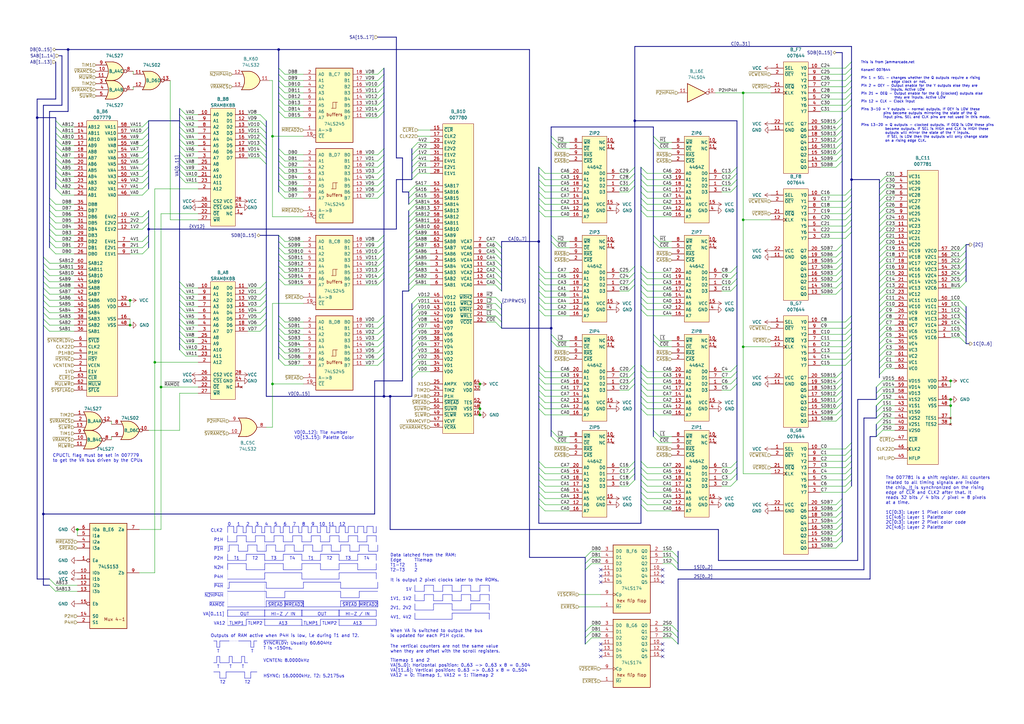
<source format=kicad_sch>
(kicad_sch (version 20231120) (generator "eeschema") (generator_version "8.0")
  (paper "A3")
  (title_block (title "Twin 16") (date "2024-09-08") (company "Konami GX687 / GX785") (comment 1 "Ulf Skutnabba, twitter: @skutis77"))
  (bus_alias "2C" (members "2C[0..5]" "BUS"))
  (bus_alias "XV12" (members "1V1" "2V1" "4V1" "1V2" "2V2" "4V2"))
  (bus_alias "ZIPRWCS" (members "~{L1}" "~{L2}" "~{H1}" "~{H2}" "~{COE}"))
  (junction (at 53.34 133.35))
  (junction (at 304.8 90.17))
  (junction (at 63.5 148.59))
  (junction (at 260.35 49.53))
  (junction (at 111.76 55.88))
  (junction (at 304.8 142.24))
  (junction (at 304.8 38.1))
  (junction (at 389.89 166.37))
  (junction (at 389.89 163.83))
  (junction (at 114.3 20.32))
  (junction (at 60.96 93.98))
  (junction (at 160.02 162.56))
  (junction (at 15.24 48.26))
  (junction (at 196.85 170.18))
  (junction (at 196.85 157.48))
  (junction (at 220.98 99.06))
  (junction (at 27.94 20.32))
  (junction (at 349.25 73.66))
  (junction (at 66.04 158.75))
  (junction (at 17.78 210.82))
  (junction (at 53.34 123.19))
  (junction (at 226.06 134.62))
  (junction (at 111.76 157.48))
  (junction (at 389.89 156.21))
  (junction (at 31.75 217.17))
  (junction (at 157.48 162.56))
  (junction (at 196.85 167.64))
  (no_connect (at 246.38 264.16))
  (no_connect (at 246.38 269.24))
  (no_connect (at 246.38 266.7))
  (no_connect (at 271.78 269.24))
  (no_connect (at 271.78 266.7))
  (no_connect (at 271.78 264.16))
  (no_connect (at 246.38 238.76))
  (no_connect (at 246.38 236.22))
  (no_connect (at 246.38 233.68))
  (no_connect (at 271.78 238.76))
  (no_connect (at 271.78 236.22))
  (no_connect (at 271.78 233.68))
  (bus_entry (at 393.7 110.49) (size 2.54 -2.54))
  (bus_entry (at 267.97 55.88) (size 2.54 2.54))
  (bus_entry (at 17.78 107.95) (size 2.54 2.54))
  (bus_entry (at 220.98 121.92) (size 2.54 2.54))
  (bus_entry (at 167.64 106.68) (size 2.54 -2.54))
  (bus_entry (at 267.97 99.06) (size 2.54 2.54))
  (bus_entry (at 262.89 160.02) (size 2.54 2.54))
  (bus_entry (at 262.89 109.22) (size 2.54 2.54))
  (bus_entry (at 346.71 144.78) (size 2.54 -2.54))
  (bus_entry (at 114.3 33.02) (size 2.54 2.54))
  (bus_entry (at 257.81 154.94) (size 2.54 -2.54))
  (bus_entry (at 114.3 129.54) (size 2.54 2.54))
  (bus_entry (at 114.3 63.5) (size 2.54 2.54))
  (bus_entry (at 114.3 144.78) (size 2.54 2.54))
  (bus_entry (at 360.68 105.41) (size 2.54 -2.54))
  (bus_entry (at 114.3 96.52) (size 2.54 2.54))
  (bus_entry (at 167.64 101.6) (size 2.54 -2.54))
  (bus_entry (at 168.91 73.66) (size 2.54 -2.54))
  (bus_entry (at 257.81 71.12) (size 2.54 -2.54))
  (bus_entry (at 109.22 120.65) (size -2.54 2.54))
  (bus_entry (at 114.3 101.6) (size 2.54 2.54))
  (bus_entry (at 220.98 154.94) (size 2.54 2.54))
  (bus_entry (at 154.94 134.62) (size 2.54 -2.54))
  (bus_entry (at 114.3 40.64) (size 2.54 2.54))
  (bus_entry (at 73.66 57.15) (size 2.54 2.54))
  (bus_entry (at 257.81 157.48) (size 2.54 -2.54))
  (bus_entry (at 360.68 92.71) (size 2.54 -2.54))
  (bus_entry (at 167.64 93.98) (size 2.54 -2.54))
  (bus_entry (at 203.2 109.22) (size 2.54 2.54))
  (bus_entry (at 220.98 165.1) (size 2.54 2.54))
  (bus_entry (at 346.71 186.69) (size 2.54 -2.54))
  (bus_entry (at 359.41 179.07) (size 2.54 -2.54))
  (bus_entry (at 342.9 68.58) (size 2.54 -2.54))
  (bus_entry (at 360.68 120.65) (size 2.54 -2.54))
  (bus_entry (at 299.72 196.85) (size 2.54 -2.54))
  (bus_entry (at 226.06 176.53) (size 2.54 2.54))
  (bus_entry (at 114.3 132.08) (size 2.54 2.54))
  (bus_entry (at 346.71 30.48) (size 2.54 -2.54))
  (bus_entry (at 360.68 138.43) (size 2.54 -2.54))
  (bus_entry (at 17.78 130.81) (size 2.54 2.54))
  (bus_entry (at 257.81 196.85) (size 2.54 -2.54))
  (bus_entry (at 154.94 101.6) (size 2.54 -2.54))
  (bus_entry (at 154.94 71.12) (size 2.54 -2.54))
  (bus_entry (at 58.42 104.14) (size 2.54 -2.54))
  (bus_entry (at 342.9 219.71) (size 2.54 -2.54))
  (bus_entry (at 168.91 142.24) (size 2.54 -2.54))
  (bus_entry (at 17.78 105.41) (size 2.54 2.54))
  (bus_entry (at 168.91 71.12) (size 2.54 -2.54))
  (bus_entry (at 154.94 78.74) (size 2.54 -2.54))
  (bus_entry (at 262.89 127) (size 2.54 2.54))
  (bus_entry (at 278.13 264.16) (size -2.54 -2.54))
  (bus_entry (at 58.42 80.01) (size 2.54 -2.54))
  (bus_entry (at 220.98 68.58) (size 2.54 2.54))
  (bus_entry (at 114.3 109.22) (size 2.54 2.54))
  (bus_entry (at 342.9 212.09) (size 2.54 -2.54))
  (bus_entry (at 22.86 62.23) (size 2.54 2.54))
  (bus_entry (at 299.72 73.66) (size 2.54 -2.54))
  (bus_entry (at 167.64 88.9) (size 2.54 -2.54))
  (bus_entry (at 393.7 115.57) (size 2.54 -2.54))
  (bus_entry (at 346.71 199.39) (size 2.54 -2.54))
  (bus_entry (at 109.22 125.73) (size -2.54 2.54))
  (bus_entry (at 109.22 123.19) (size -2.54 2.54))
  (bus_entry (at 393.7 128.27) (size 2.54 2.54))
  (bus_entry (at 299.72 152.4) (size 2.54 -2.54))
  (bus_entry (at 203.2 121.92) (size 2.54 2.54))
  (bus_entry (at 114.3 137.16) (size 2.54 2.54))
  (bus_entry (at 168.91 139.7) (size 2.54 -2.54))
  (bus_entry (at 154.94 104.14) (size 2.54 -2.54))
  (bus_entry (at 203.2 124.46) (size 2.54 2.54))
  (bus_entry (at 167.64 119.38) (size 2.54 -2.54))
  (bus_entry (at 257.81 116.84) (size 2.54 -2.54))
  (bus_entry (at 154.94 30.48) (size 2.54 -2.54))
  (bus_entry (at 154.94 137.16) (size 2.54 -2.54))
  (bus_entry (at 267.97 96.52) (size 2.54 2.54))
  (bus_entry (at 154.94 142.24) (size 2.54 -2.54))
  (bus_entry (at 220.98 116.84) (size 2.54 2.54))
  (bus_entry (at 109.22 128.27) (size -2.54 2.54))
  (bus_entry (at 167.64 81.28) (size 2.54 -2.54))
  (bus_entry (at 167.64 109.22) (size 2.54 -2.54))
  (bus_entry (at 168.91 124.46) (size 2.54 -2.54))
  (bus_entry (at 360.68 77.47) (size 2.54 -2.54))
  (bus_entry (at 73.66 59.69) (size 2.54 2.54))
  (bus_entry (at 167.64 114.3) (size 2.54 -2.54))
  (bus_entry (at 342.9 214.63) (size 2.54 -2.54))
  (bus_entry (at 262.89 189.23) (size 2.54 2.54))
  (bus_entry (at 220.98 111.76) (size 2.54 2.54))
  (bus_entry (at 20.32 237.49) (size 2.54 2.54))
  (bus_entry (at 342.9 165.1) (size 2.54 -2.54))
  (bus_entry (at 17.78 128.27) (size 2.54 2.54))
  (bus_entry (at 346.71 95.25) (size 2.54 -2.54))
  (bus_entry (at 20.32 101.6) (size 2.54 2.54))
  (bus_entry (at 299.72 119.38) (size 2.54 -2.54))
  (bus_entry (at 114.3 60.96) (size 2.54 2.54))
  (bus_entry (at 342.9 58.42) (size 2.54 -2.54))
  (bus_entry (at 346.71 189.23) (size 2.54 -2.54))
  (bus_entry (at 58.42 91.44) (size 2.54 -2.54))
  (bus_entry (at 154.94 40.64) (size 2.54 -2.54))
  (bus_entry (at 342.9 222.25) (size 2.54 -2.54))
  (bus_entry (at 203.2 116.84) (size 2.54 2.54))
  (bus_entry (at 220.98 162.56) (size 2.54 2.54))
  (bus_entry (at 262.89 204.47) (size 2.54 2.54))
  (bus_entry (at 346.71 137.16) (size 2.54 -2.54))
  (bus_entry (at 73.66 123.19) (size 2.54 2.54))
  (bus_entry (at 114.3 43.18) (size 2.54 2.54))
  (bus_entry (at 220.98 73.66) (size 2.54 2.54))
  (bus_entry (at 154.94 109.22) (size 2.54 -2.54))
  (bus_entry (at 220.98 157.48) (size 2.54 2.54))
  (bus_entry (at 346.71 27.94) (size 2.54 -2.54))
  (bus_entry (at 360.68 74.93) (size 2.54 -2.54))
  (bus_entry (at 299.72 194.31) (size 2.54 -2.54))
  (bus_entry (at 154.94 81.28) (size 2.54 -2.54))
  (bus_entry (at 262.89 73.66) (size 2.54 2.54))
  (bus_entry (at 360.68 85.09) (size 2.54 -2.54))
  (bus_entry (at 73.66 128.27) (size 2.54 2.54))
  (bus_entry (at 262.89 196.85) (size 2.54 2.54))
  (bus_entry (at 20.32 91.44) (size 2.54 2.54))
  (bus_entry (at 262.89 157.48) (size 2.54 2.54))
  (bus_entry (at 220.98 119.38) (size 2.54 2.54))
  (bus_entry (at 267.97 139.7) (size 2.54 2.54))
  (bus_entry (at 109.22 49.53) (size -2.54 -2.54))
  (bus_entry (at 346.71 139.7) (size 2.54 -2.54))
  (bus_entry (at 20.32 86.36) (size 2.54 2.54))
  (bus_entry (at 220.98 201.93) (size 2.54 2.54))
  (bus_entry (at 299.72 154.94) (size 2.54 -2.54))
  (bus_entry (at 360.68 80.01) (size 2.54 -2.54))
  (bus_entry (at 22.86 59.69) (size 2.54 2.54))
  (bus_entry (at 114.3 106.68) (size 2.54 2.54))
  (bus_entry (at 109.22 54.61) (size -2.54 -2.54))
  (bus_entry (at 114.3 35.56) (size 2.54 2.54))
  (bus_entry (at 257.81 76.2) (size 2.54 -2.54))
  (bus_entry (at 167.64 86.36) (size 2.54 -2.54))
  (bus_entry (at 346.71 38.1) (size 2.54 -2.54))
  (bus_entry (at 114.3 114.3) (size 2.54 2.54))
  (bus_entry (at 360.68 100.33) (size 2.54 -2.54))
  (bus_entry (at 342.9 157.48) (size 2.54 -2.54))
  (bus_entry (at 73.66 135.89) (size 2.54 2.54))
  (bus_entry (at 226.06 99.06) (size 2.54 2.54))
  (bus_entry (at 346.71 87.63) (size 2.54 -2.54))
  (bus_entry (at 203.2 127) (size 2.54 2.54))
  (bus_entry (at 73.66 118.11) (size 2.54 2.54))
  (bus_entry (at 220.98 109.22) (size 2.54 2.54))
  (bus_entry (at 257.81 152.4) (size 2.54 -2.54))
  (bus_entry (at 203.2 104.14) (size 2.54 2.54))
  (bus_entry (at 393.7 130.81) (size 2.54 2.54))
  (bus_entry (at 73.66 143.51) (size 2.54 2.54))
  (bus_entry (at 154.94 33.02) (size 2.54 -2.54))
  (bus_entry (at 114.3 71.12) (size 2.54 2.54))
  (bus_entry (at 393.7 138.43) (size 2.54 2.54))
  (bus_entry (at 359.41 158.75) (size 2.54 -2.54))
  (bus_entry (at 346.71 92.71) (size 2.54 -2.54))
  (bus_entry (at 240.03 233.68) (size 2.54 -2.54))
  (bus_entry (at 20.32 83.82) (size 2.54 2.54))
  (bus_entry (at 114.3 134.62) (size 2.54 2.54))
  (bus_entry (at 346.71 45.72) (size 2.54 -2.54))
  (bus_entry (at 154.94 63.5) (size 2.54 -2.54))
  (bus_entry (at 267.97 179.07) (size 2.54 2.54))
  (bus_entry (at 342.9 162.56) (size 2.54 -2.54))
  (bus_entry (at 360.68 125.73) (size 2.54 -2.54))
  (bus_entry (at 342.9 118.11) (size 2.54 -2.54))
  (bus_entry (at 154.94 68.58) (size 2.54 -2.54))
  (bus_entry (at 203.2 132.08) (size 2.54 2.54))
  (bus_entry (at 22.86 52.07) (size 2.54 2.54))
  (bus_entry (at 58.42 74.93) (size 2.54 -2.54))
  (bus_entry (at 220.98 191.77) (size 2.54 2.54))
  (bus_entry (at 240.03 231.14) (size 2.54 -2.54))
  (bus_entry (at 109.22 118.11) (size -2.54 2.54))
  (bus_entry (at 168.91 154.94) (size 2.54 -2.54))
  (bus_entry (at 17.78 123.19) (size 2.54 2.54))
  (bus_entry (at 220.98 124.46) (size 2.54 2.54))
  (bus_entry (at 262.89 76.2) (size 2.54 2.54))
  (bus_entry (at 154.94 73.66) (size 2.54 -2.54))
  (bus_entry (at 393.7 118.11) (size 2.54 -2.54))
  (bus_entry (at 342.9 170.18) (size 2.54 -2.54))
  (bus_entry (at 360.68 123.19) (size 2.54 -2.54))
  (bus_entry (at 154.94 48.26) (size 2.54 -2.54))
  (bus_entry (at 167.64 83.82) (size 2.54 -2.54))
  (bus_entry (at 154.94 132.08) (size 2.54 -2.54))
  (bus_entry (at 278.13 259.08) (size -2.54 -2.54))
  (bus_entry (at 114.3 111.76) (size 2.54 2.54))
  (bus_entry (at 109.22 64.77) (size -2.54 -2.54))
  (bus_entry (at 360.68 133.35) (size 2.54 -2.54))
  (bus_entry (at 167.64 99.06) (size 2.54 -2.54))
  (bus_entry (at 346.71 201.93) (size 2.54 -2.54))
  (bus_entry (at 168.91 60.96) (size 2.54 -2.54))
  (bus_entry (at 360.68 115.57) (size 2.54 -2.54))
  (bus_entry (at 109.22 67.31) (size -2.54 -2.54))
  (bus_entry (at 393.7 107.95) (size 2.54 -2.54))
  (bus_entry (at 58.42 59.69) (size 2.54 -2.54))
  (bus_entry (at 346.71 80.01) (size 2.54 -2.54))
  (bus_entry (at 58.42 62.23) (size 2.54 -2.54))
  (bus_entry (at 226.06 139.7) (size 2.54 2.54))
  (bus_entry (at 168.91 147.32) (size 2.54 -2.54))
  (bus_entry (at 114.3 30.48) (size 2.54 2.54))
  (bus_entry (at 257.81 78.74) (size 2.54 -2.54))
  (bus_entry (at 240.03 261.62) (size 2.54 -2.54))
  (bus_entry (at 154.94 147.32) (size 2.54 -2.54))
  (bus_entry (at 267.97 176.53) (size 2.54 2.54))
  (bus_entry (at 73.66 67.31) (size 2.54 2.54))
  (bus_entry (at 17.78 115.57) (size 2.54 2.54))
  (bus_entry (at 58.42 101.6) (size 2.54 -2.54))
  (bus_entry (at 20.32 93.98) (size 2.54 2.54))
  (bus_entry (at 359.41 163.83) (size 2.54 -2.54))
  (bus_entry (at 278.13 233.68) (size -2.54 -2.54))
  (bus_entry (at 114.3 147.32) (size 2.54 2.54))
  (bus_entry (at 360.68 135.89) (size 2.54 -2.54))
  (bus_entry (at 58.42 52.07) (size 2.54 -2.54))
  (bus_entry (at 220.98 71.12) (size 2.54 2.54))
  (bus_entry (at 58.42 69.85) (size 2.54 -2.54))
  (bus_entry (at 342.9 154.94) (size 2.54 -2.54))
  (bus_entry (at 262.89 201.93) (size 2.54 2.54))
  (bus_entry (at 22.86 77.47) (size 2.54 2.54))
  (bus_entry (at 220.98 196.85) (size 2.54 2.54))
  (bus_entry (at 109.22 59.69) (size -2.54 -2.54))
  (bus_entry (at 114.3 99.06) (size 2.54 2.54))
  (bus_entry (at 226.06 55.88) (size 2.54 2.54))
  (bus_entry (at 22.86 72.39) (size 2.54 2.54))
  (bus_entry (at 262.89 81.28) (size 2.54 2.54))
  (bus_entry (at 360.68 118.11) (size 2.54 -2.54))
  (bus_entry (at 154.94 45.72) (size 2.54 -2.54))
  (bus_entry (at 257.81 73.66) (size 2.54 -2.54))
  (bus_entry (at 154.94 43.18) (size 2.54 -2.54))
  (bus_entry (at 58.42 67.31) (size 2.54 -2.54))
  (bus_entry (at 342.9 110.49) (size 2.54 -2.54))
  (bus_entry (at 154.94 114.3) (size 2.54 -2.54))
  (bus_entry (at 393.7 125.73) (size 2.54 2.54))
  (bus_entry (at 262.89 191.77) (size 2.54 2.54))
  (bus_entry (at 299.72 199.39) (size 2.54 -2.54))
  (bus_entry (at 167.64 91.44) (size 2.54 -2.54))
  (bus_entry (at 203.2 129.54) (size 2.54 2.54))
  (bus_entry (at 360.68 95.25) (size 2.54 -2.54))
  (bus_entry (at 262.89 116.84) (size 2.54 2.54))
  (bus_entry (at 220.98 189.23) (size 2.54 2.54))
  (bus_entry (at 58.42 72.39) (size 2.54 -2.54))
  (bus_entry (at 226.06 58.42) (size 2.54 2.54))
  (bus_entry (at 168.91 134.62) (size 2.54 -2.54))
  (bus_entry (at 22.86 54.61) (size 2.54 2.54))
  (bus_entry (at 342.9 66.04) (size 2.54 -2.54))
  (bus_entry (at 359.41 168.91) (size 2.54 -2.54))
  (bus_entry (at 342.9 167.64) (size 2.54 -2.54))
  (bus_entry (at 262.89 119.38) (size 2.54 2.54))
  (bus_entry (at 262.89 207.01) (size 2.54 2.54))
  (bus_entry (at 342.9 217.17) (size 2.54 -2.54))
  (bus_entry (at 154.94 111.76) (size 2.54 -2.54))
  (bus_entry (at 342.9 209.55) (size 2.54 -2.54))
  (bus_entry (at 220.98 83.82) (size 2.54 2.54))
  (bus_entry (at 114.3 38.1) (size 2.54 2.54))
  (bus_entry (at 393.7 135.89) (size 2.54 2.54))
  (bus_entry (at 257.81 191.77) (size 2.54 -2.54))
  (bus_entry (at 393.7 113.03) (size 2.54 -2.54))
  (bus_entry (at 360.68 113.03) (size 2.54 -2.54))
  (bus_entry (at 20.32 96.52) (size 2.54 2.54))
  (bus_entry (at 168.91 149.86) (size 2.54 -2.54))
  (bus_entry (at 346.71 142.24) (size 2.54 -2.54))
  (bus_entry (at 109.22 57.15) (size -2.54 -2.54))
  (bus_entry (at 360.68 151.13) (size 2.54 -2.54))
  (bus_entry (at 346.71 194.31) (size 2.54 -2.54))
  (bus_entry (at 109.22 133.35) (size -2.54 2.54))
  (bus_entry (at 346.71 43.18) (size 2.54 -2.54))
  (bus_entry (at 342.9 55.88) (size 2.54 -2.54))
  (bus_entry (at 262.89 167.64) (size 2.54 2.54))
  (bus_entry (at 154.94 35.56) (size 2.54 -2.54))
  (bus_entry (at 203.2 99.06) (size 2.54 2.54))
  (bus_entry (at 278.13 261.62) (size -2.54 -2.54))
  (bus_entry (at 346.71 196.85) (size 2.54 -2.54))
  (bus_entry (at 22.86 57.15) (size 2.54 2.54))
  (bus_entry (at 154.94 106.68) (size 2.54 -2.54))
  (bus_entry (at 360.68 148.59) (size 2.54 -2.54))
  (bus_entry (at 262.89 194.31) (size 2.54 2.54))
  (bus_entry (at 342.9 172.72) (size 2.54 -2.54))
  (bus_entry (at 109.22 130.81) (size -2.54 2.54))
  (bus_entry (at 342.9 102.87) (size 2.54 -2.54))
  (bus_entry (at 262.89 149.86) (size 2.54 2.54))
  (bus_entry (at 73.66 125.73) (size 2.54 2.54))
  (bus_entry (at 114.3 104.14) (size 2.54 2.54))
  (bus_entry (at 58.42 54.61) (size 2.54 -2.54))
  (bus_entry (at 346.71 85.09) (size 2.54 -2.54))
  (bus_entry (at 220.98 149.86) (size 2.54 2.54))
  (bus_entry (at 360.68 143.51) (size 2.54 -2.54))
  (bus_entry (at 299.72 116.84) (size 2.54 -2.54))
  (bus_entry (at 154.94 144.78) (size 2.54 -2.54))
  (bus_entry (at 73.66 49.53) (size 2.54 2.54))
  (bus_entry (at 73.66 140.97) (size 2.54 2.54))
  (bus_entry (at 299.72 78.74) (size 2.54 -2.54))
  (bus_entry (at 257.81 160.02) (size 2.54 -2.54))
  (bus_entry (at 393.7 133.35) (size 2.54 2.54))
  (bus_entry (at 257.81 194.31) (size 2.54 -2.54))
  (bus_entry (at 359.41 176.53) (size 2.54 -2.54))
  (bus_entry (at 262.89 86.36) (size 2.54 2.54))
  (bus_entry (at 360.68 110.49) (size 2.54 -2.54))
  (bus_entry (at 17.78 110.49) (size 2.54 2.54))
  (bus_entry (at 58.42 99.06) (size 2.54 -2.54))
  (bus_entry (at 73.66 54.61) (size 2.54 2.54))
  (bus_entry (at 58.42 57.15) (size 2.54 -2.54))
  (bus_entry (at 342.9 113.03) (size 2.54 -2.54))
  (bus_entry (at 360.68 140.97) (size 2.54 -2.54))
  (bus_entry (at 58.42 64.77) (size 2.54 -2.54))
  (bus_entry (at 257.81 111.76) (size 2.54 -2.54))
  (bus_entry (at 262.89 114.3) (size 2.54 2.54))
  (bus_entry (at 114.3 139.7) (size 2.54 2.54))
  (bus_entry (at 267.97 58.42) (size 2.54 2.54))
  (bus_entry (at 226.06 96.52) (size 2.54 2.54))
  (bus_entry (at 203.2 101.6) (size 2.54 2.54))
  (bus_entry (at 22.86 69.85) (size 2.54 2.54))
  (bus_entry (at 168.91 66.04) (size 2.54 -2.54))
  (bus_entry (at 17.78 133.35) (size 2.54 2.54))
  (bus_entry (at 154.94 149.86) (size 2.54 -2.54))
  (bus_entry (at 299.72 191.77) (size 2.54 -2.54))
  (bus_entry (at 58.42 93.98) (size 2.54 -2.54))
  (bus_entry (at 220.98 81.28) (size 2.54 2.54))
  (bus_entry (at 114.3 27.94) (size 2.54 2.54))
  (bus_entry (at 359.41 171.45) (size 2.54 -2.54))
  (bus_entry (at 393.7 102.87) (size 2.54 -2.54))
  (bus_entry (at 203.2 111.76) (size 2.54 2.54))
  (bus_entry (at 346.71 35.56) (size 2.54 -2.54))
  (bus_entry (at 360.68 107.95) (size 2.54 -2.54))
  (bus_entry (at 20.32 81.28) (size 2.54 2.54))
  (bus_entry (at 220.98 86.36) (size 2.54 2.54))
  (bus_entry (at 226.06 179.07) (size 2.54 2.54))
  (bus_entry (at 168.91 152.4) (size 2.54 -2.54))
  (bus_entry (at 114.3 76.2) (size 2.54 2.54))
  (bus_entry (at 299.72 71.12) (size 2.54 -2.54))
  (bus_entry (at 359.41 166.37) (size 2.54 -2.54))
  (bus_entry (at 299.72 111.76) (size 2.54 -2.54))
  (bus_entry (at 22.86 64.77) (size 2.54 2.54))
  (bus_entry (at 114.3 66.04) (size 2.54 2.54))
  (bus_entry (at 73.66 46.99) (size 2.54 2.54))
  (bus_entry (at 17.78 120.65) (size 2.54 2.54))
  (bus_entry (at 167.64 78.74) (size 2.54 -2.54))
  (bus_entry (at 346.71 149.86) (size 2.54 -2.54))
  (bus_entry (at 220.98 199.39) (size 2.54 2.54))
  (bus_entry (at 346.71 191.77) (size 2.54 -2.54))
  (bus_entry (at 168.91 132.08) (size 2.54 -2.54))
  (bus_entry (at 20.32 99.06) (size 2.54 2.54))
  (bus_entry (at 167.64 116.84) (size 2.54 -2.54))
  (bus_entry (at 360.68 90.17) (size 2.54 -2.54))
  (bus_entry (at 154.94 116.84) (size 2.54 -2.54))
  (bus_entry (at 262.89 68.58) (size 2.54 2.54))
  (bus_entry (at 22.86 49.53) (size 2.54 2.54))
  (bus_entry (at 73.66 120.65) (size 2.54 2.54))
  (bus_entry (at 346.71 33.02) (size 2.54 -2.54))
  (bus_entry (at 393.7 123.19) (size 2.54 2.54))
  (bus_entry (at 359.41 166.37) (size 2.54 -2.54))
  (bus_entry (at 299.72 160.02) (size 2.54 -2.54))
  (bus_entry (at 342.9 105.41) (size 2.54 -2.54))
  (bus_entry (at 299.72 76.2) (size 2.54 -2.54))
  (bus_entry (at 58.42 77.47) (size 2.54 -2.54))
  (bus_entry (at 360.68 97.79) (size 2.54 -2.54))
  (bus_entry (at 167.64 104.14) (size 2.54 -2.54))
  (bus_entry (at 58.42 88.9) (size 2.54 -2.54))
  (bus_entry (at 114.3 68.58) (size 2.54 2.54))
  (bus_entry (at 114.3 78.74) (size 2.54 2.54))
  (bus_entry (at 360.68 87.63) (size 2.54 -2.54))
  (bus_entry (at 393.7 105.41) (size 2.54 -2.54))
  (bus_entry (at 359.41 173.99) (size 2.54 -2.54))
  (bus_entry (at 167.64 96.52) (size 2.54 -2.54))
  (bus_entry (at 220.98 160.02) (size 2.54 2.54))
  (bus_entry (at 73.66 64.77) (size 2.54 2.54))
  (bus_entry (at 346.71 184.15) (size 2.54 -2.54))
  (bus_entry (at 262.89 121.92) (size 2.54 2.54))
  (bus_entry (at 346.71 40.64) (size 2.54 -2.54))
  (bus_entry (at 342.9 120.65) (size 2.54 -2.54))
  (bus_entry (at 168.91 68.58) (size 2.54 -2.54))
  (bus_entry (at 262.89 124.46) (size 2.54 2.54))
  (bus_entry (at 17.78 113.03) (size 2.54 2.54))
  (bus_entry (at 262.89 199.39) (size 2.54 2.54))
  (bus_entry (at 257.81 114.3) (size 2.54 -2.54))
  (bus_entry (at 114.3 45.72) (size 2.54 2.54))
  (bus_entry (at 240.03 259.08) (size 2.54 -2.54))
  (bus_entry (at 240.03 228.6) (size 2.54 -2.54))
  (bus_entry (at 203.2 114.3) (size 2.54 2.54))
  (bus_entry (at 73.66 133.35) (size 2.54 2.54))
  (bus_entry (at 346.71 147.32) (size 2.54 -2.54))
  (bus_entry (at 73.66 130.81) (size 2.54 2.54))
  (bus_entry (at 109.22 62.23) (size -2.54 -2.54))
  (bus_entry (at 360.68 102.87) (size 2.54 -2.54))
  (bus_entry (at 226.06 137.16) (size 2.54 2.54))
  (bus_entry (at 262.89 162.56) (size 2.54 2.54))
  (bus_entry (at 114.3 73.66) (size 2.54 2.54))
  (bus_entry (at 168.91 137.16) (size 2.54 -2.54))
  (bus_entry (at 220.98 204.47) (size 2.54 2.54))
  (bus_entry (at 342.9 60.96) (size 2.54 -2.54))
  (bus_entry (at 342.9 50.8) (size 2.54 -2.54))
  (bus_entry (at 109.22 52.07) (size -2.54 -2.54))
  (bus_entry (at 342.9 224.79) (size 2.54 -2.54))
  (bus_entry (at 346.71 90.17) (size 2.54 -2.54))
  (bus_entry (at 262.89 78.74) (size 2.54 2.54))
  (bus_entry (at 342.9 160.02) (size 2.54 -2.54))
  (bus_entry (at 342.9 53.34) (size 2.54 -2.54))
  (bus_entry (at 22.86 74.93) (size 2.54 2.54))
  (bus_entry (at 154.94 99.06) (size 2.54 -2.54))
  (bus_entry (at 262.89 165.1) (size 2.54 2.54))
  (bus_entry (at 346.71 132.08) (size 2.54 -2.54))
  (bus_entry (at 109.22 115.57) (size -2.54 2.54))
  (bus_entry (at 168.91 63.5) (size 2.54 -2.54))
  (bus_entry (at 346.71 97.79) (size 2.54 -2.54))
  (bus_entry (at 73.66 62.23) (size 2.54 2.54))
  (bus_entry (at 342.9 207.01) (size 2.54 -2.54))
  (bus_entry (at 257.81 199.39) (size 2.54 -2.54))
  (bus_entry (at 73.66 52.07) (size 2.54 2.54))
  (bus_entry (at 73.66 115.57) (size 2.54 2.54))
  (bus_entry (at 17.78 125.73) (size 2.54 2.54))
  (bus_entry (at 299.72 114.3) (size 2.54 -2.54))
  (bus_entry (at 154.94 76.2) (size 2.54 -2.54))
  (bus_entry (at 220.98 194.31) (size 2.54 2.54))
  (bus_entry (at 360.68 153.67) (size 2.54 -2.54))
  (bus_entry (at 262.89 71.12) (size 2.54 2.54))
  (bus_entry (at 360.68 82.55) (size 2.54 -2.54))
  (bus_entry (at 168.91 127) (size 2.54 -2.54))
  (bus_entry (at 342.9 107.95) (size 2.54 -2.54))
  (bus_entry (at 360.68 130.81) (size 2.54 -2.54))
  (bus_entry (at 278.13 231.14) (size -2.54 -2.54))
  (bus_entry (at 220.98 127) (size 2.54 2.54))
  (bus_entry (at 168.91 144.78) (size 2.54 -2.54))
  (bus_entry (at 154.94 38.1) (size 2.54 -2.54))
  (bus_entry (at 22.86 67.31) (size 2.54 2.54))
  (bus_entry (at 114.3 142.24) (size 2.54 2.54))
  (bus_entry (at 154.94 66.04) (size 2.54 -2.54))
  (bus_entry (at 220.98 207.01) (size 2.54 2.54))
  (bus_entry (at 20.32 240.03) (size 2.54 2.54))
  (bus_entry (at 262.89 152.4) (size 2.54 2.54))
  (bus_entry (at 73.66 44.45) (size 2.54 2.54))
  (bus_entry (at 73.66 72.39) (size 2.54 2.54))
  (bus_entry (at 203.2 106.68) (size 2.54 2.54))
  (bus_entry (at 299.72 157.48) (size 2.54 -2.54))
  (bus_entry (at 257.81 119.38) (size 2.54 -2.54))
  (bus_entry (at 73.66 69.85) (size 2.54 2.54))
  (bus_entry (at 220.98 114.3) (size 2.54 2.54))
  (bus_entry (at 168.91 129.54) (size 2.54 -2.54))
  (bus_entry (at 346.71 134.62) (size 2.54 -2.54))
  (bus_entry (at 220.98 167.64) (size 2.54 2.54))
  (bus_entry (at 220.98 152.4) (size 2.54 2.54))
  (bus_entry (at 359.41 161.29) (size 2.54 -2.54))
  (bus_entry (at 278.13 228.6) (size -2.54 -2.54))
  (bus_entry (at 346.71 82.55) (size 2.54 -2.54))
  (bus_entry (at 167.64 111.76) (size 2.54 -2.54))
  (bus_entry (at 360.68 146.05) (size 2.54 -2.54))
  (bus_entry (at 262.89 111.76) (size 2.54 2.54))
  (bus_entry (at 220.98 78.74) (size 2.54 2.54))
  (bus_entry (at 154.94 139.7) (size 2.54 -2.54))
  (bus_entry (at 262.89 83.82) (size 2.54 2.54))
  (bus_entry (at 267.97 137.16) (size 2.54 2.54))
  (bus_entry (at 342.9 115.57) (size 2.54 -2.54))
  (bus_entry (at 220.98 76.2) (size 2.54 2.54))
  (bus_entry (at 240.03 264.16) (size 2.54 -2.54))
  (bus_entry (at 17.78 118.11) (size 2.54 2.54))
  (bus_entry (at 262.89 154.94) (size 2.54 2.54))
  (bus_entry (at 73.66 138.43) (size 2.54 2.54))
  (bus_entry (at 360.68 128.27) (size 2.54 -2.54))
  (bus_entry (at 20.32 88.9) (size 2.54 2.54))
  (bus_entry (at 342.9 63.5) (size 2.54 -2.54))
  (bus (pts (xy 359.41 161.29) (xy 359.41 163.83)))
  (polyline (pts (xy 99.695 218.44) (xy 99.695 215.9)) (stroke (width 0) (type solid)))
  (bus (pts (xy 73.66 138.43) (xy 73.66 140.97)))
  (polyline (pts (xy 139.065 222.25) (xy 142.875 222.25)) (stroke (width 0) (type solid)))
  (wire (pts (xy 265.43 83.82) (xy 275.59 83.82)))
  (bus (pts (xy 294.64 217.17) (xy 294.64 229.87)))
  (bus (pts (xy 220.98 76.2) (xy 220.98 78.74)))
  (wire (pts (xy 223.52 162.56) (xy 233.68 162.56)))
  (polyline (pts (xy 100.33 271.78) (xy 101.6 271.78)) (stroke (width 0) (type solid)))
  (wire (pts (xy 22.86 86.36) (xy 30.48 86.36)))
  (polyline (pts (xy 87.63 262.89) (xy 88.9 262.89)) (stroke (width 0) (type solid)))
  (bus (pts (xy 20.32 81.28) (xy 20.32 83.82)))
  (wire (pts (xy 363.22 123.19) (xy 367.03 123.19)))
  (bus (pts (xy 260.35 189.23) (xy 260.35 191.77)))
  (wire (pts (xy 124.46 88.9) (xy 111.76 88.9)))
  (bus (pts (xy 73.66 44.45) (xy 73.66 46.99)))
  (bus (pts (xy 22.86 69.85) (xy 22.86 72.39)))
  (polyline (pts (xy 153.035 218.44) (xy 154.305 218.44)) (stroke (width 0) (type solid)))
  (polyline (pts (xy 131.445 229.87) (xy 131.445 227.33)) (stroke (width 0) (type solid)))
  (wire (pts (xy 336.55 63.5) (xy 342.9 63.5)))
  (wire (pts (xy 363.22 120.65) (xy 367.03 120.65)))
  (polyline (pts (xy 97.155 215.9) (xy 99.695 215.9)) (stroke (width 0) (type solid)))
  (wire (pts (xy 223.52 116.84) (xy 233.68 116.84)))
  (bus (pts (xy 226.06 96.52) (xy 226.06 99.06)))
  (polyline (pts (xy 93.98 223.52) (xy 93.98 226.06)) (stroke (width 0) (type solid)))
  (wire (pts (xy 116.84 73.66) (xy 124.46 73.66)))
  (wire (pts (xy 20.32 125.73) (xy 30.48 125.73)))
  (wire (pts (xy 76.2 62.23) (xy 81.28 62.23)))
  (bus (pts (xy 226.06 55.88) (xy 226.06 58.42)))
  (bus (pts (xy 168.91 71.12) (xy 168.91 73.66)))
  (polyline (pts (xy 131.445 215.9) (xy 133.985 215.9)) (stroke (width 0) (type solid)))
  (polyline (pts (xy 139.7 223.52) (xy 139.7 226.06)) (stroke (width 0) (type solid)))
  (polyline (pts (xy 139.7 223.52) (xy 143.51 223.52)) (stroke (width 0) (type solid)))
  (bus (pts (xy 157.48 76.2) (xy 157.48 78.74)))
  (polyline (pts (xy 109.22 238.76) (xy 109.22 241.3)) (stroke (width 0) (type solid)))
  (bus (pts (xy 360.68 153.67) (xy 360.68 151.13)))
  (polyline (pts (xy 120.65 223.52) (xy 120.65 226.06)) (stroke (width 0) (type solid)))
  (bus (pts (xy 262.89 154.94) (xy 262.89 157.48)))
  (polyline (pts (xy 87.63 275.59) (xy 90.17 275.59)) (stroke (width 0) (type solid)))
  (polyline (pts (xy 99.695 218.44) (xy 100.965 218.44)) (stroke (width 0) (type solid)))
  (wire (pts (xy 22.86 240.03) (xy 31.75 240.03)))
  (bus (pts (xy 109.22 130.81) (xy 109.22 133.35)))
  (wire (pts (xy 149.86 104.14) (xy 154.94 104.14)))
  (wire (pts (xy 265.43 71.12) (xy 275.59 71.12)))
  (bus (pts (xy 114.3 68.58) (xy 114.3 71.12)))
  (wire (pts (xy 336.55 209.55) (xy 342.9 209.55)))
  (polyline (pts (xy 170.18 246.38) (xy 170.18 243.84)) (stroke (width 0) (type solid)))
  (bus (pts (xy 294.64 217.17) (xy 160.02 217.17)))
  (wire (pts (xy 22.86 99.06) (xy 30.48 99.06)))
  (bus (pts (xy 114.3 76.2) (xy 114.3 78.74)))
  (bus (pts (xy 20.32 88.9) (xy 20.32 91.44)))
  (bus (pts (xy 359.41 166.37) (xy 359.41 168.91)))
  (bus (pts (xy 349.25 25.4) (xy 349.25 27.94)))
  (wire (pts (xy 199.39 114.3) (xy 203.2 114.3)))
  (wire (pts (xy 76.2 64.77) (xy 81.28 64.77)))
  (bus (pts (xy 60.96 62.23) (xy 60.96 59.69)))
  (polyline (pts (xy 108.585 222.25) (xy 112.395 222.25)) (stroke (width 0) (type solid)))
  (bus (pts (xy 60.96 93.98) (xy 162.56 93.98)))
  (polyline (pts (xy 92.71 275.59) (xy 100.33 275.59)) (stroke (width 0) (type solid)))
  (polyline (pts (xy 93.345 222.25) (xy 93.345 219.71)) (stroke (width 0) (type solid)))
  (polyline (pts (xy 93.345 241.3) (xy 93.98 241.3)) (stroke (width 0) (type solid)))
  (wire (pts (xy 336.55 165.1) (xy 342.9 165.1)))
  (bus (pts (xy 114.3 63.5) (xy 114.3 66.04)))
  (polyline (pts (xy 108.585 252.73) (xy 108.585 250.19)) (stroke (width 0) (type solid)))
  (polyline (pts (xy 181.61 246.38) (xy 181.61 243.84)) (stroke (width 0) (type solid)))
  (polyline (pts (xy 124.46 246.38) (xy 124.46 248.92)) (stroke (width 0) (type solid)))
  (polyline (pts (xy 139.065 252.73) (xy 139.065 250.19)) (stroke (width 0) (type solid)))
  (wire (pts (xy 270.51 60.96) (xy 275.59 60.96)))
  (polyline (pts (xy 93.345 248.92) (xy 116.84 248.92)) (stroke (width 0) (type solid)))
  (polyline (pts (xy 139.065 218.44) (xy 139.065 215.9)) (stroke (width 0) (type solid)))
  (bus (pts (xy 351.79 229.87) (xy 294.64 229.87)))
  (bus (pts (xy 360.68 135.89) (xy 360.68 133.35)))
  (wire (pts (xy 389.89 128.27) (xy 393.7 128.27)))
  (wire (pts (xy 361.95 171.45) (xy 367.03 171.45)))
  (polyline (pts (xy 173.99 242.57) (xy 173.99 240.03)) (stroke (width 0) (type solid)))
  (wire (pts (xy 265.43 116.84) (xy 275.59 116.84)))
  (polyline (pts (xy 150.495 222.25) (xy 150.495 219.71)) (stroke (width 0) (type solid)))
  (bus (pts (xy 73.66 67.31) (xy 73.66 69.85)))
  (wire (pts (xy 149.86 116.84) (xy 154.94 116.84)))
  (wire (pts (xy 116.84 114.3) (xy 124.46 114.3)))
  (bus (pts (xy 396.24 135.89) (xy 396.24 138.43)))
  (bus (pts (xy 157.48 132.08) (xy 157.48 134.62)))
  (bus (pts (xy 226.06 58.42) (xy 226.06 96.52)))
  (polyline (pts (xy 109.22 246.38) (xy 116.84 246.38)) (stroke (width 0) (type solid)))
  (bus (pts (xy 220.98 121.92) (xy 220.98 124.46)))
  (bus (pts (xy 278.13 231.14) (xy 278.13 233.68)))
  (bus (pts (xy 17.78 118.11) (xy 17.78 120.65)))
  (polyline (pts (xy 146.685 222.25) (xy 150.495 222.25)) (stroke (width 0) (type solid)))
  (polyline (pts (xy 107.315 218.44) (xy 107.315 215.9)) (stroke (width 0) (type solid)))
  (polyline (pts (xy 185.42 246.38) (xy 189.23 246.38)) (stroke (width 0) (type solid)))
  (wire (pts (xy 25.4 72.39) (xy 30.48 72.39)))
  (wire (pts (xy 270.51 142.24) (xy 275.59 142.24)))
  (wire (pts (xy 389.89 115.57) (xy 393.7 115.57)))
  (bus (pts (xy 168.91 147.32) (xy 168.91 149.86)))
  (bus (pts (xy 109.22 118.11) (xy 109.22 120.65)))
  (bus (pts (xy 349.25 82.55) (xy 349.25 85.09)))
  (polyline (pts (xy 146.685 229.87) (xy 146.685 227.33)) (stroke (width 0) (type solid)))
  (bus (pts (xy 168.91 129.54) (xy 168.91 132.08)))
  (wire (pts (xy 25.4 64.77) (xy 30.48 64.77)))
  (wire (pts (xy 223.52 71.12) (xy 233.68 71.12)))
  (polyline (pts (xy 124.46 223.52) (xy 128.27 223.52)) (stroke (width 0) (type solid)))
  (wire (pts (xy 336.55 55.88) (xy 342.9 55.88)))
  (wire (pts (xy 170.18 76.2) (xy 176.53 76.2)))
  (polyline (pts (xy 185.42 251.46) (xy 200.66 251.46)) (stroke (width 0) (type solid)))
  (polyline (pts (xy 100.965 218.44) (xy 100.965 215.9)) (stroke (width 0) (type solid)))
  (wire (pts (xy 171.45 144.78) (xy 176.53 144.78)))
  (wire (pts (xy 363.22 90.17) (xy 367.03 90.17)))
  (polyline (pts (xy 131.445 227.33) (xy 139.065 227.33)) (stroke (width 0) (type solid)))
  (polyline (pts (xy 189.23 240.03) (xy 193.04 240.03)) (stroke (width 0) (type solid)))
  (wire (pts (xy 336.55 207.01) (xy 342.9 207.01)))
  (wire (pts (xy 223.52 152.4) (xy 233.68 152.4)))
  (bus (pts (xy 345.44 60.96) (xy 345.44 63.5)))
  (wire (pts (xy 361.95 176.53) (xy 367.03 176.53)))
  (wire (pts (xy 116.84 45.72) (xy 124.46 45.72)))
  (polyline (pts (xy 154.94 223.52) (xy 154.94 226.06)) (stroke (width 0) (type solid)))
  (polyline (pts (xy 146.685 218.44) (xy 146.685 215.9)) (stroke (width 0) (type solid)))
  (bus (pts (xy 345.44 66.04) (xy 345.44 100.33)))
  (bus (pts (xy 262.89 199.39) (xy 262.89 201.93)))
  (wire (pts (xy 54.61 29.21) (xy 54.61 30.48)))
  (bus (pts (xy 109.22 59.69) (xy 109.22 62.23)))
  (bus (pts (xy 302.26 149.86) (xy 302.26 152.4)))
  (bus (pts (xy 167.64 106.68) (xy 167.64 109.22)))
  (polyline (pts (xy 200.66 254) (xy 200.66 251.46)) (stroke (width 0) (type solid)))
  (wire (pts (xy 53.34 72.39) (xy 58.42 72.39)))
  (bus (pts (xy 349.25 134.62) (xy 349.25 137.16)))
  (bus (pts (xy 220.98 99.06) (xy 220.98 109.22)))
  (wire (pts (xy 149.86 134.62) (xy 154.94 134.62)))
  (bus (pts (xy 106.68 96.52) (xy 114.3 96.52)))
  (bus (pts (xy 157.48 101.6) (xy 157.48 104.14)))
  (polyline (pts (xy 154.94 238.76) (xy 154.94 241.3)) (stroke (width 0) (type solid)))
  (bus (pts (xy 157.48 27.94) (xy 157.48 30.48)))
  (wire (pts (xy 304.8 38.1) (xy 316.23 38.1)))
  (polyline (pts (xy 104.775 219.71) (xy 108.585 219.71)) (stroke (width 0) (type solid)))
  (bus (pts (xy 220.98 191.77) (xy 220.98 194.31)))
  (bus (pts (xy 17.78 125.73) (xy 17.78 128.27)))
  (wire (pts (xy 199.39 132.08) (xy 203.2 132.08)))
  (polyline (pts (xy 177.8 246.38) (xy 181.61 246.38)) (stroke (width 0) (type solid)))
  (wire (pts (xy 116.84 38.1) (xy 124.46 38.1)))
  (wire (pts (xy 295.91 73.66) (xy 299.72 73.66)))
  (wire (pts (xy 199.39 127) (xy 203.2 127)))
  (polyline (pts (xy 170.18 246.38) (xy 173.99 246.38)) (stroke (width 0) (type solid)))
  (wire (pts (xy 116.84 111.76) (xy 124.46 111.76)))
  (wire (pts (xy 336.55 222.25) (xy 342.9 222.25)))
  (polyline (pts (xy 109.22 248.92) (xy 109.22 246.38)) (stroke (width 0) (type solid)))
  (wire (pts (xy 271.78 228.6) (xy 275.59 228.6)))
  (polyline (pts (xy 139.7 248.92) (xy 139.7 246.38)) (stroke (width 0) (type solid)))
  (bus (pts (xy 114.3 73.66) (xy 114.3 76.2)))
  (bus (pts (xy 267.97 99.06) (xy 267.97 137.16)))
  (wire (pts (xy 270.51 181.61) (xy 275.59 181.61)))
  (bus (pts (xy 109.22 115.57) (xy 109.22 118.11)))
  (bus (pts (xy 349.25 196.85) (xy 349.25 199.39)))
  (bus (pts (xy 114.3 106.68) (xy 114.3 109.22)))
  (wire (pts (xy 363.22 110.49) (xy 367.03 110.49)))
  (bus (pts (xy 73.66 59.69) (xy 73.66 62.23)))
  (wire (pts (xy 265.43 199.39) (xy 275.59 199.39)))
  (polyline (pts (xy 100.33 275.59) (xy 100.33 278.13)) (stroke (width 0) (type solid)))
  (polyline (pts (xy 173.99 240.03) (xy 177.8 240.03)) (stroke (width 0) (type solid)))
  (bus (pts (xy 22.86 74.93) (xy 22.86 77.47)))
  (wire (pts (xy 116.84 68.58) (xy 124.46 68.58)))
  (bus (pts (xy 260.35 68.58) (xy 260.35 71.12)))
  (wire (pts (xy 171.45 127) (xy 176.53 127)))
  (wire (pts (xy 101.6 120.65) (xy 106.68 120.65)))
  (polyline (pts (xy 116.84 248.92) (xy 124.46 248.92)) (stroke (width 0) (type solid)))
  (bus (pts (xy 60.96 91.44) (xy 60.96 93.98)))
  (bus (pts (xy 60.96 88.9) (xy 60.96 91.44)))
  (wire (pts (xy 76.2 57.15) (xy 81.28 57.15)))
  (bus (pts (xy 157.48 33.02) (xy 157.48 35.56)))
  (wire (pts (xy 363.22 151.13) (xy 367.03 151.13)))
  (wire (pts (xy 53.34 88.9) (xy 58.42 88.9)))
  (polyline (pts (xy 100.965 222.25) (xy 104.775 222.25)) (stroke (width 0) (type solid)))
  (wire (pts (xy 45.72 180.34) (xy 45.72 179.07)))
  (bus (pts (xy 20.32 45.72) (xy 27.94 45.72)))
  (bus (pts (xy 114.3 33.02) (xy 114.3 35.56)))
  (wire (pts (xy 116.84 147.32) (xy 124.46 147.32)))
  (bus (pts (xy 114.3 142.24) (xy 114.3 144.78)))
  (bus (pts (xy 109.22 52.07) (xy 109.22 54.61)))
  (wire (pts (xy 63.5 148.59) (xy 81.28 148.59)))
  (polyline (pts (xy 95.25 271.78) (xy 99.06 271.78)) (stroke (width 0) (type solid)))
  (polyline (pts (xy 102.87 265.43) (xy 104.14 265.43)) (stroke (width 0) (type solid)))
  (bus (pts (xy 157.48 78.74) (xy 157.48 96.52)))
  (polyline (pts (xy 90.17 262.89) (xy 93.98 262.89)) (stroke (width 0) (type solid)))
  (polyline (pts (xy 123.825 250.19) (xy 139.065 250.19)) (stroke (width 0) (type solid)))
  (wire (pts (xy 223.52 207.01) (xy 233.68 207.01)))
  (wire (pts (xy 76.2 138.43) (xy 81.28 138.43)))
  (wire (pts (xy 149.86 63.5) (xy 154.94 63.5)))
  (bus (pts (xy 345.44 157.48) (xy 345.44 160.02)))
  (polyline (pts (xy 154.305 231.14) (xy 154.305 233.68)) (stroke (width 0) (type solid)))
  (wire (pts (xy 170.18 111.76) (xy 176.53 111.76)))
  (wire (pts (xy 116.84 144.78) (xy 124.46 144.78)))
  (wire (pts (xy 254 114.3) (xy 257.81 114.3)))
  (polyline (pts (xy 133.985 218.44) (xy 135.255 218.44)) (stroke (width 0) (type solid)))
  (polyline (pts (xy 116.205 218.44) (xy 116.205 215.9)) (stroke (width 0) (type solid)))
  (bus (pts (xy 278.13 237.49) (xy 356.87 237.49)))
  (polyline (pts (xy 108.585 237.49) (xy 108.585 234.95)) (stroke (width 0) (type solid)))
  (wire (pts (xy 22.86 88.9) (xy 30.48 88.9)))
  (bus (pts (xy 278.13 228.6) (xy 278.13 231.14)))
  (bus (pts (xy 360.68 90.17) (xy 360.68 87.63)))
  (bus (pts (xy 302.26 71.12) (xy 302.26 73.66)))
  (wire (pts (xy 149.86 144.78) (xy 154.94 144.78)))
  (bus (pts (xy 162.56 73.66) (xy 162.56 93.98)))
  (bus (pts (xy 73.66 140.97) (xy 73.66 143.51)))
  (bus (pts (xy 27.94 20.32) (xy 22.86 20.32)))
  (bus (pts (xy 22.86 59.69) (xy 22.86 62.23)))
  (bus (pts (xy 73.66 46.99) (xy 73.66 49.53)))
  (wire (pts (xy 170.18 86.36) (xy 176.53 86.36)))
  (bus (pts (xy 349.25 19.05) (xy 349.25 25.4)))
  (bus (pts (xy 60.96 69.85) (xy 60.96 67.31)))
  (bus (pts (xy 15.24 40.64) (xy 22.86 40.64)))
  (bus (pts (xy 226.06 176.53) (xy 226.06 179.07)))
  (bus (pts (xy 345.44 107.95) (xy 345.44 110.49)))
  (wire (pts (xy 363.22 85.09) (xy 367.03 85.09)))
  (bus (pts (xy 114.3 111.76) (xy 114.3 114.3)))
  (polyline (pts (xy 113.03 226.06) (xy 116.84 226.06)) (stroke (width 0) (type solid)))
  (bus (pts (xy 114.3 43.18) (xy 114.3 45.72)))
  (polyline (pts (xy 122.555 218.44) (xy 122.555 215.9)) (stroke (width 0) (type solid)))
  (polyline (pts (xy 93.345 252.73) (xy 108.585 252.73)) (stroke (width 0) (type solid)))
  (wire (pts (xy 171.45 149.86) (xy 176.53 149.86)))
  (bus (pts (xy 168.91 139.7) (xy 168.91 142.24)))
  (polyline (pts (xy 112.395 215.9) (xy 114.935 215.9)) (stroke (width 0) (type solid)))
  (wire (pts (xy 336.55 142.24) (xy 346.71 142.24)))
  (bus (pts (xy 302.26 68.58) (xy 302.26 49.53)))
  (polyline (pts (xy 105.41 226.06) (xy 109.22 226.06)) (stroke (width 0) (type solid)))
  (polyline (pts (xy 139.065 231.14) (xy 146.685 231.14)) (stroke (width 0) (type solid)))
  (polyline (pts (xy 127.635 218.44) (xy 127.635 215.9)) (stroke (width 0) (type solid)))
  (polyline (pts (xy 123.825 231.14) (xy 131.445 231.14)) (stroke (width 0) (type solid)))
  (wire (pts (xy 116.84 48.26) (xy 124.46 48.26)))
  (wire (pts (xy 389.89 163.83) (xy 389.89 166.37)))
  (wire (pts (xy 116.84 78.74) (xy 124.46 78.74)))
  (wire (pts (xy 149.86 71.12) (xy 154.94 71.12)))
  (bus (pts (xy 345.44 209.55) (xy 345.44 212.09)))
  (bus (pts (xy 165.1 78.74) (xy 165.1 64.77)))
  (bus (pts (xy 345.44 212.09) (xy 345.44 214.63)))
  (polyline (pts (xy 93.345 250.19) (xy 108.585 250.19)) (stroke (width 0) (type solid)))
  (wire (pts (xy 223.52 191.77) (xy 233.68 191.77)))
  (polyline (pts (xy 181.61 242.57) (xy 181.61 240.03)) (stroke (width 0) (type solid)))
  (bus (pts (xy 153.67 156.21) (xy 165.1 156.21)))
  (wire (pts (xy 389.89 135.89) (xy 393.7 135.89)))
  (bus (pts (xy 267.97 52.07) (xy 267.97 55.88)))
  (polyline (pts (xy 93.345 222.25) (xy 93.345 256.54)) (stroke (width 0) (type dot)))
  (polyline (pts (xy 185.42 242.57) (xy 185.42 240.03)) (stroke (width 0) (type solid)))
  (wire (pts (xy 223.52 83.82) (xy 233.68 83.82)))
  (bus (pts (xy 22.86 72.39) (xy 22.86 74.93)))
  (polyline (pts (xy 109.22 223.52) (xy 113.03 223.52)) (stroke (width 0) (type solid)))
  (polyline (pts (xy 154.305 252.73) (xy 154.305 250.19)) (stroke (width 0) (type solid)))
  (bus (pts (xy 226.06 99.06) (xy 226.06 134.62)))
  (polyline (pts (xy 151.13 226.06) (xy 154.94 226.06)) (stroke (width 0) (type solid)))
  (wire (pts (xy 223.52 76.2) (xy 233.68 76.2)))
  (polyline (pts (xy 108.585 256.54) (xy 108.585 254)) (stroke (width 0) (type solid)))
  (bus (pts (xy 278.13 261.62) (xy 278.13 264.16)))
  (polyline (pts (xy 109.22 242.57) (xy 109.22 245.11)) (stroke (width 0) (type solid)))
  (polyline (pts (xy 104.14 265.43) (xy 104.14 264.16)) (stroke (width 0) (type solid)))
  (wire (pts (xy 265.43 78.74) (xy 275.59 78.74)))
  (bus (pts (xy 17.78 123.19) (xy 17.78 125.73)))
  (bus (pts (xy 157.48 104.14) (xy 157.48 106.68)))
  (bus (pts (xy 17.78 105.41) (xy 17.78 107.95)))
  (polyline (pts (xy 108.585 231.14) (xy 116.205 231.14)) (stroke (width 0) (type solid)))
  (polyline (pts (xy 131.445 231.14) (xy 131.445 233.68)) (stroke (width 0) (type solid)))
  (wire (pts (xy 149.86 109.22) (xy 154.94 109.22)))
  (bus (pts (xy 205.74 116.84) (xy 205.74 119.38)))
  (bus (pts (xy 22.86 64.77) (xy 22.86 67.31)))
  (bus (pts (xy 15.24 48.26) (xy 15.24 40.64)))
  (wire (pts (xy 20.32 133.35) (xy 30.48 133.35)))
  (wire (pts (xy 336.55 118.11) (xy 342.9 118.11)))
  (bus (pts (xy 73.66 54.61) (xy 73.66 57.15)))
  (polyline (pts (xy 200.66 250.19) (xy 200.66 247.65)) (stroke (width 0) (type solid)))
  (wire (pts (xy 149.86 40.64) (xy 154.94 40.64)))
  (bus (pts (xy 267.97 58.42) (xy 267.97 96.52)))
  (polyline (pts (xy 150.495 215.9) (xy 153.035 215.9)) (stroke (width 0) (type solid)))
  (wire (pts (xy 149.86 35.56) (xy 154.94 35.56)))
  (wire (pts (xy 116.84 40.64) (xy 124.46 40.64)))
  (polyline (pts (xy 170.18 242.57) (xy 170.18 240.03)) (stroke (width 0) (type solid)))
  (bus (pts (xy 359.41 171.45) (xy 354.33 171.45)))
  (polyline (pts (xy 95.885 218.44) (xy 95.885 215.9)) (stroke (width 0) (type solid)))
  (wire (pts (xy 336.55 95.25) (xy 346.71 95.25)))
  (bus (pts (xy 205.74 106.68) (xy 205.74 109.22)))
  (wire (pts (xy 171.45 132.08) (xy 176.53 132.08)))
  (bus (pts (xy 153.67 156.21) (xy 153.67 210.82)))
  (wire (pts (xy 149.86 81.28) (xy 154.94 81.28)))
  (bus (pts (xy 157.48 134.62) (xy 157.48 137.16)))
  (polyline (pts (xy 147.32 246.38) (xy 154.94 246.38)) (stroke (width 0) (type solid)))
  (bus (pts (xy 262.89 116.84) (xy 262.89 119.38)))
  (wire (pts (xy 199.39 129.54) (xy 203.2 129.54)))
  (polyline (pts (xy 104.14 262.89) (xy 105.41 262.89)) (stroke (width 0) (type solid)))
  (bus (pts (xy 60.96 74.93) (xy 60.96 72.39)))
  (wire (pts (xy 170.18 88.9) (xy 176.53 88.9)))
  (wire (pts (xy 199.39 101.6) (xy 203.2 101.6)))
  (polyline (pts (xy 116.84 242.57) (xy 139.7 242.57)) (stroke (width 0) (type solid)))
  (bus (pts (xy 167.64 78.74) (xy 167.64 81.28)))
  (wire (pts (xy 295.91 194.31) (xy 299.72 194.31)))
  (wire (pts (xy 101.6 64.77) (xy 106.68 64.77)))
  (polyline (pts (xy 124.46 223.52) (xy 124.46 226.06)) (stroke (width 0) (type solid)))
  (wire (pts (xy 53.34 59.69) (xy 58.42 59.69)))
  (bus (pts (xy 25.4 22.86) (xy 24.13 22.86)))
  (wire (pts (xy 271.78 259.08) (xy 275.59 259.08)))
  (wire (pts (xy 76.2 125.73) (xy 81.28 125.73)))
  (wire (pts (xy 270.51 139.7) (xy 275.59 139.7)))
  (polyline (pts (xy 93.98 269.24) (xy 95.25 269.24)) (stroke (width 0) (type solid)))
  (wire (pts (xy 228.6 181.61) (xy 233.68 181.61)))
  (wire (pts (xy 304.8 90.17) (xy 304.8 142.24)))
  (bus (pts (xy 220.98 111.76) (xy 220.98 114.3)))
  (bus (pts (xy 262.89 86.36) (xy 262.89 109.22)))
  (polyline (pts (xy 170.18 250.19) (xy 177.8 250.19)) (stroke (width 0) (type solid)))
  (polyline (pts (xy 116.84 223.52) (xy 120.65 223.52)) (stroke (width 0) (type solid)))
  (bus (pts (xy 114.3 30.48) (xy 114.3 33.02)))
  (bus (pts (xy 220.98 196.85) (xy 220.98 199.39)))
  (polyline (pts (xy 100.965 222.25) (xy 100.965 219.71)) (stroke (width 0) (type solid)))
  (wire (pts (xy 223.52 167.64) (xy 233.68 167.64)))
  (wire (pts (xy 265.43 196.85) (xy 275.59 196.85)))
  (bus (pts (xy 345.44 100.33) (xy 345.44 102.87)))
  (wire (pts (xy 254 194.31) (xy 257.81 194.31)))
  (wire (pts (xy 242.57 228.6) (xy 246.38 228.6)))
  (bus (pts (xy 114.3 45.72) (xy 114.3 60.96)))
  (bus (pts (xy 360.68 133.35) (xy 360.68 130.81)))
  (polyline (pts (xy 97.79 262.89) (xy 102.87 262.89)) (stroke (width 0) (type solid)))
  (wire (pts (xy 101.6 62.23) (xy 106.68 62.23)))
  (polyline (pts (xy 177.8 247.65) (xy 185.42 247.65)) (stroke (width 0) (type solid)))
  (wire (pts (xy 25.4 54.61) (xy 30.48 54.61)))
  (wire (pts (xy 336.55 58.42) (xy 342.9 58.42)))
  (wire (pts (xy 53.34 62.23) (xy 58.42 62.23)))
  (wire (pts (xy 223.52 124.46) (xy 233.68 124.46)))
  (wire (pts (xy 265.43 119.38) (xy 275.59 119.38)))
  (wire (pts (xy 336.55 194.31) (xy 346.71 194.31)))
  (wire (pts (xy 242.57 256.54) (xy 246.38 256.54)))
  (bus (pts (xy 168.91 142.24) (xy 168.91 144.78)))
  (bus (pts (xy 114.3 99.06) (xy 114.3 101.6)))
  (bus (pts (xy 157.48 30.48) (xy 157.48 33.02)))
  (wire (pts (xy 363.22 128.27) (xy 367.03 128.27)))
  (wire (pts (xy 116.84 134.62) (xy 124.46 134.62)))
  (wire (pts (xy 389.89 102.87) (xy 393.7 102.87)))
  (polyline (pts (xy 123.825 237.49) (xy 123.825 234.95)) (stroke (width 0) (type solid)))
  (wire (pts (xy 336.55 134.62) (xy 346.71 134.62)))
  (polyline (pts (xy 130.175 218.44) (xy 130.175 215.9)) (stroke (width 0) (type solid)))
  (bus (pts (xy 154.94 15.24) (xy 162.56 15.24)))
  (wire (pts (xy 295.91 157.48) (xy 299.72 157.48)))
  (wire (pts (xy 76.2 118.11) (xy 81.28 118.11)))
  (bus (pts (xy 73.66 57.15) (xy 73.66 59.69)))
  (bus (pts (xy 360.68 146.05) (xy 360.68 143.51)))
  (polyline (pts (xy 112.395 219.71) (xy 116.205 219.71)) (stroke (width 0) (type solid)))
  (polyline (pts (xy 154.94 248.92) (xy 154.94 246.38)) (stroke (width 0) (type solid)))
  (wire (pts (xy 363.22 125.73) (xy 367.03 125.73)))
  (bus (pts (xy 267.97 137.16) (xy 267.97 139.7)))
  (bus (pts (xy 220.98 154.94) (xy 220.98 157.48)))
  (bus (pts (xy 205.74 109.22) (xy 205.74 111.76)))
  (bus (pts (xy 114.3 109.22) (xy 114.3 111.76)))
  (bus (pts (xy 360.68 102.87) (xy 360.68 100.33)))
  (bus (pts (xy 220.98 78.74) (xy 220.98 81.28)))
  (bus (pts (xy 345.44 110.49) (xy 345.44 113.03)))
  (bus (pts (xy 260.35 71.12) (xy 260.35 73.66)))
  (polyline (pts (xy 123.825 222.25) (xy 127.635 222.25)) (stroke (width 0) (type solid)))
  (wire (pts (xy 361.95 161.29) (xy 367.03 161.29)))
  (wire (pts (xy 149.86 68.58) (xy 154.94 68.58)))
  (wire (pts (xy 336.55 214.63) (xy 342.9 214.63)))
  (polyline (pts (xy 116.205 231.14) (xy 116.205 233.68)) (stroke (width 0) (type solid)))
  (wire (pts (xy 336.55 97.79) (xy 346.71 97.79)))
  (bus (pts (xy 220.98 81.28) (xy 220.98 83.82)))
  (bus (pts (xy 167.64 114.3) (xy 167.64 116.84)))
  (polyline (pts (xy 141.605 218.44) (xy 141.605 215.9)) (stroke (width 0) (type solid)))
  (polyline (pts (xy 108.585 252.73) (xy 108.585 250.19)) (stroke (width 0) (type solid)))
  (wire (pts (xy 271.78 256.54) (xy 275.59 256.54)))
  (wire (pts (xy 336.55 162.56) (xy 342.9 162.56)))
  (wire (pts (xy 237.49 248.92) (xy 246.38 248.92)))
  (wire (pts (xy 170.18 78.74) (xy 176.53 78.74)))
  (wire (pts (xy 270.51 179.07) (xy 275.59 179.07)))
  (wire (pts (xy 53.34 80.01) (xy 58.42 80.01)))
  (bus (pts (xy 27.94 20.32) (xy 114.3 20.32)))
  (wire (pts (xy 170.18 96.52) (xy 176.53 96.52)))
  (wire (pts (xy 271.78 261.62) (xy 275.59 261.62)))
  (wire (pts (xy 73.66 176.53) (xy 73.66 161.29)))
  (polyline (pts (xy 141.605 218.44) (xy 142.875 218.44)) (stroke (width 0) (type solid)))
  (bus (pts (xy 260.35 191.77) (xy 260.35 194.31)))
  (wire (pts (xy 336.55 107.95) (xy 342.9 107.95)))
  (bus (pts (xy 345.44 154.94) (xy 345.44 157.48)))
  (wire (pts (xy 170.18 91.44) (xy 176.53 91.44)))
  (polyline (pts (xy 112.395 222.25) (xy 112.395 219.71)) (stroke (width 0) (type solid)))
  (polyline (pts (xy 99.06 271.78) (xy 99.06 269.24)) (stroke (width 0) (type solid)))
  (bus (pts (xy 167.64 86.36) (xy 167.64 88.9)))
  (wire (pts (xy 101.6 54.61) (xy 106.68 54.61)))
  (wire (pts (xy 101.6 125.73) (xy 106.68 125.73)))
  (bus (pts (xy 220.98 152.4) (xy 220.98 154.94)))
  (polyline (pts (xy 102.87 275.59) (xy 105.41 275.59)) (stroke (width 0) (type solid)))
  (bus (pts (xy 157.48 43.18) (xy 157.48 45.72)))
  (polyline (pts (xy 90.17 265.43) (xy 90.17 262.89)) (stroke (width 0) (type solid)))
  (wire (pts (xy 389.89 110.49) (xy 393.7 110.49)))
  (wire (pts (xy 265.43 114.3) (xy 275.59 114.3)))
  (bus (pts (xy 167.64 104.14) (xy 167.64 106.68)))
  (wire (pts (xy 254 73.66) (xy 257.81 73.66)))
  (bus (pts (xy 260.35 194.31) (xy 260.35 196.85)))
  (wire (pts (xy 53.34 91.44) (xy 58.42 91.44)))
  (polyline (pts (xy 123.825 222.25) (xy 123.825 219.71)) (stroke (width 0) (type solid)))
  (wire (pts (xy 265.43 86.36) (xy 275.59 86.36)))
  (bus (pts (xy 260.35 19.05) (xy 349.25 19.05)))
  (bus (pts (xy 167.64 81.28) (xy 167.64 83.82)))
  (bus (pts (xy 396.24 102.87) (xy 396.24 100.33)))
  (bus (pts (xy 360.68 123.19) (xy 360.68 120.65)))
  (bus (pts (xy 360.68 110.49) (xy 360.68 107.95)))
  (wire (pts (xy 45.72 172.72) (xy 45.72 173.99)))
  (wire (pts (xy 116.84 149.86) (xy 124.46 149.86)))
  (wire (pts (xy 101.6 59.69) (xy 106.68 59.69)))
  (bus (pts (xy 157.48 60.96) (xy 157.48 63.5)))
  (wire (pts (xy 116.84 137.16) (xy 124.46 137.16)))
  (wire (pts (xy 265.43 207.01) (xy 275.59 207.01)))
  (bus (pts (xy 226.06 52.07) (xy 226.06 55.88)))
  (wire (pts (xy 149.86 73.66) (xy 154.94 73.66)))
  (bus (pts (xy 60.96 99.06) (xy 60.96 101.6)))
  (bus (pts (xy 360.68 97.79) (xy 360.68 95.25)))
  (polyline (pts (xy 193.04 250.19) (xy 193.04 247.65)) (stroke (width 0) (type solid)))
  (bus (pts (xy 114.3 114.3) (xy 114.3 129.54)))
  (wire (pts (xy 171.45 121.92) (xy 176.53 121.92)))
  (wire (pts (xy 101.6 135.89) (xy 106.68 135.89)))
  (polyline (pts (xy 123.825 215.9) (xy 126.365 215.9)) (stroke (width 0) (type solid)))
  (bus (pts (xy 17.78 120.65) (xy 17.78 123.19)))
  (wire (pts (xy 304.8 38.1) (xy 304.8 90.17)))
  (bus (pts (xy 360.68 140.97) (xy 360.68 138.43)))
  (polyline (pts (xy 131.445 222.25) (xy 135.255 222.25)) (stroke (width 0) (type solid)))
  (polyline (pts (xy 93.345 229.87) (xy 100.965 229.87)) (stroke (width 0) (type solid)))
  (polyline (pts (xy 149.225 218.44) (xy 149.225 215.9)) (stroke (width 0) (type solid)))
  (bus (pts (xy 114.3 96.52) (xy 114.3 99.06)))
  (wire (pts (xy 149.86 101.6) (xy 154.94 101.6)))
  (wire (pts (xy 361.95 166.37) (xy 367.03 166.37)))
  (wire (pts (xy 25.4 69.85) (xy 30.48 69.85)))
  (wire (pts (xy 53.34 93.98) (xy 58.42 93.98)))
  (bus (pts (xy 60.96 77.47) (xy 60.96 74.93)))
  (wire (pts (xy 170.18 109.22) (xy 176.53 109.22)))
  (bus (pts (xy 345.44 55.88) (xy 345.44 58.42)))
  (wire (pts (xy 361.95 173.99) (xy 367.03 173.99)))
  (polyline (pts (xy 116.84 245.11) (xy 116.84 242.57)) (stroke (width 0) (type solid)))
  (polyline (pts (xy 147.32 242.57) (xy 154.94 242.57)) (stroke (width 0) (type solid)))
  (wire (pts (xy 20.32 130.81) (xy 30.48 130.81)))
  (bus (pts (xy 262.89 83.82) (xy 262.89 86.36)))
  (wire (pts (xy 363.22 72.39) (xy 367.03 72.39)))
  (wire (pts (xy 295.91 114.3) (xy 299.72 114.3)))
  (wire (pts (xy 20.32 123.19) (xy 30.48 123.19)))
  (bus (pts (xy 114.3 134.62) (xy 114.3 137.16)))
  (bus (pts (xy 168.91 134.62) (xy 168.91 137.16)))
  (polyline (pts (xy 189.23 242.57) (xy 189.23 240.03)) (stroke (width 0) (type solid)))
  (wire (pts (xy 170.18 114.3) (xy 176.53 114.3)))
  (bus (pts (xy 278.13 259.08) (xy 278.13 261.62)))
  (wire (pts (xy 336.55 132.08) (xy 346.71 132.08)))
  (bus (pts (xy 114.3 35.56) (xy 114.3 38.1)))
  (polyline (pts (xy 100.965 231.14) (xy 100.965 233.68)) (stroke (width 0) (type solid)))
  (bus (pts (xy 267.97 55.88) (xy 267.97 58.42)))
  (wire (pts (xy 116.84 76.2) (xy 124.46 76.2)))
  (wire (pts (xy 20.32 113.03) (xy 30.48 113.03)))
  (wire (pts (xy 228.6 139.7) (xy 233.68 139.7)))
  (wire (pts (xy 265.43 167.64) (xy 275.59 167.64)))
  (wire (pts (xy 57.15 217.17) (xy 66.04 217.17)))
  (wire (pts (xy 304.8 142.24) (xy 304.8 194.31)))
  (bus (pts (xy 157.48 147.32) (xy 157.48 162.56)))
  (bus (pts (xy 114.3 20.32) (xy 217.17 20.32)))
  (wire (pts (xy 53.34 64.77) (xy 58.42 64.77)))
  (bus (pts (xy 262.89 71.12) (xy 262.89 73.66)))
  (wire (pts (xy 196.85 165.1) (xy 196.85 167.64)))
  (polyline (pts (xy 93.345 231.14) (xy 100.965 231.14)) (stroke (width 0) (type solid)))
  (wire (pts (xy 361.95 163.83) (xy 367.03 163.83)))
  (bus (pts (xy 73.66 123.19) (xy 73.66 125.73)))
  (wire (pts (xy 101.6 130.81) (xy 106.68 130.81)))
  (polyline (pts (xy 100.965 227.33) (xy 108.585 227.33)) (stroke (width 0) (type solid)))
  (bus (pts (xy 302.26 76.2) (xy 302.26 109.22)))
  (wire (pts (xy 389.89 113.03) (xy 393.7 113.03)))
  (polyline (pts (xy 137.795 218.44) (xy 139.065 218.44)) (stroke (width 0) (type solid)))
  (wire (pts (xy 22.86 91.44) (xy 30.48 91.44)))
  (wire (pts (xy 223.52 209.55) (xy 233.68 209.55)))
  (wire (pts (xy 265.43 204.47) (xy 275.59 204.47)))
  (bus (pts (xy 220.98 114.3) (xy 220.98 116.84)))
  (wire (pts (xy 22.86 96.52) (xy 30.48 96.52)))
  (wire (pts (xy 116.84 116.84) (xy 124.46 116.84)))
  (wire (pts (xy 171.45 134.62) (xy 176.53 134.62)))
  (wire (pts (xy 116.84 43.18) (xy 124.46 43.18)))
  (bus (pts (xy 262.89 109.22) (xy 262.89 111.76)))
  (bus (pts (xy 167.64 119.38) (xy 165.1 119.38)))
  (bus (pts (xy 360.68 85.09) (xy 360.68 82.55)))
  (polyline (pts (xy 147.32 246.38) (xy 154.94 246.38)) (stroke (width 0) (type solid)))
  (polyline (pts (xy 123.825 252.73) (xy 123.825 250.19)) (stroke (width 0) (type solid)))
  (wire (pts (xy 170.18 99.06) (xy 176.53 99.06)))
  (wire (pts (xy 265.43 129.54) (xy 275.59 129.54)))
  (polyline (pts (xy 154.305 222.25) (xy 154.305 219.71)) (stroke (width 0) (type solid)))
  (polyline (pts (xy 147.32 248.92) (xy 147.32 246.38)) (stroke (width 0) (type solid)))
  (bus (pts (xy 349.25 77.47) (xy 349.25 80.01)))
  (wire (pts (xy 336.55 92.71) (xy 346.71 92.71)))
  (wire (pts (xy 389.89 118.11) (xy 393.7 118.11)))
  (wire (pts (xy 363.22 74.93) (xy 367.03 74.93)))
  (wire (pts (xy 25.4 62.23) (xy 30.48 62.23)))
  (bus (pts (xy 168.91 144.78) (xy 168.91 147.32)))
  (bus (pts (xy 396.24 138.43) (xy 396.24 140.97)))
  (polyline (pts (xy 90.17 269.24) (xy 90.17 271.78)) (stroke (width 0) (type solid)))
  (polyline (pts (xy 114.935 218.44) (xy 116.205 218.44)) (stroke (width 0) (type solid)))
  (wire (pts (xy 295.91 111.76) (xy 299.72 111.76)))
  (polyline (pts (xy 93.345 218.44) (xy 93.345 215.9)) (stroke (width 0) (type solid)))
  (polyline (pts (xy 123.825 231.14) (xy 123.825 233.68)) (stroke (width 0) (type solid)))
  (wire (pts (xy 63.5 77.47) (xy 63.5 148.59)))
  (bus (pts (xy 157.48 162.56) (xy 160.02 162.56)))
  (bus (pts (xy 359.41 173.99) (xy 359.41 176.53)))
  (bus (pts (xy 396.24 130.81) (xy 396.24 133.35)))
  (polyline (pts (xy 93.345 237.49) (xy 108.585 237.49)) (stroke (width 0) (type solid)))
  (bus (pts (xy 349.25 73.66) (xy 349.25 77.47)))
  (wire (pts (xy 199.39 124.46) (xy 203.2 124.46)))
  (polyline (pts (xy 88.9 262.89) (xy 88.9 265.43)) (stroke (width 0) (type solid)))
  (wire (pts (xy 149.86 45.72) (xy 154.94 45.72)))
  (bus (pts (xy 220.98 199.39) (xy 220.98 201.93)))
  (bus (pts (xy 17.78 107.95) (xy 17.78 110.49)))
  (bus (pts (xy 396.24 140.97) (xy 397.51 140.97)))
  (bus (pts (xy 109.22 62.23) (xy 109.22 64.77)))
  (bus (pts (xy 109.22 57.15) (xy 109.22 59.69)))
  (polyline (pts (xy 100.965 256.54) (xy 100.965 254)) (stroke (width 0) (type solid)))
  (bus (pts (xy 60.96 57.15) (xy 60.96 54.61)))
  (wire (pts (xy 223.52 114.3) (xy 233.68 114.3)))
  (wire (pts (xy 170.18 83.82) (xy 176.53 83.82)))
  (polyline (pts (xy 100.965 215.9) (xy 103.505 215.9)) (stroke (width 0) (type solid)))
  (bus (pts (xy 262.89 160.02) (xy 262.89 162.56)))
  (bus (pts (xy 260.35 73.66) (xy 260.35 76.2)))
  (wire (pts (xy 116.84 30.48) (xy 124.46 30.48)))
  (polyline (pts (xy 93.98 238.76) (xy 93.98 241.3)) (stroke (width 0) (type solid)))
  (bus (pts (xy 157.48 68.58) (xy 157.48 71.12)))
  (wire (pts (xy 149.86 43.18) (xy 154.94 43.18)))
  (wire (pts (xy 336.55 184.15) (xy 346.71 184.15)))
  (wire (pts (xy 336.55 191.77) (xy 346.71 191.77)))
  (wire (pts (xy 336.55 82.55) (xy 346.71 82.55)))
  (wire (pts (xy 336.55 167.64) (xy 342.9 167.64)))
  (bus (pts (xy 345.44 165.1) (xy 345.44 167.64)))
  (bus (pts (xy 240.03 233.68) (xy 240.03 231.14)))
  (bus (pts (xy 205.74 99.06) (xy 220.98 99.06)))
  (polyline (pts (xy 88.9 269.24) (xy 90.17 269.24)) (stroke (width 0) (type solid)))
  (wire (pts (xy 336.55 160.02) (xy 342.9 160.02)))
  (bus (pts (xy 349.25 92.71) (xy 349.25 95.25)))
  (wire (pts (xy 389.89 138.43) (xy 393.7 138.43)))
  (bus (pts (xy 262.89 162.56) (xy 262.89 165.1)))
  (bus (pts (xy 345.44 50.8) (xy 345.44 53.34)))
  (bus (pts (xy 22.86 48.26) (xy 15.24 48.26)))
  (bus (pts (xy 114.3 129.54) (xy 114.3 132.08)))
  (bus (pts (xy 157.48 38.1) (xy 157.48 40.64)))
  (bus (pts (xy 220.98 162.56) (xy 220.98 165.1)))
  (wire (pts (xy 101.6 123.19) (xy 106.68 123.19)))
  (bus (pts (xy 240.03 261.62) (xy 240.03 259.08)))
  (wire (pts (xy 363.22 148.59) (xy 367.03 148.59)))
  (bus (pts (xy 168.91 132.08) (xy 168.91 134.62)))
  (wire (pts (xy 363.22 100.33) (xy 367.03 100.33)))
  (wire (pts (xy 336.55 110.49) (xy 342.9 110.49)))
  (wire (pts (xy 53.34 123.19) (xy 53.34 125.73)))
  (bus (pts (xy 205.74 124.46) (xy 205.74 127)))
  (bus (pts (xy 345.44 48.26) (xy 345.44 21.59)))
  (bus (pts (xy 360.68 92.71) (xy 360.68 90.17)))
  (polyline (pts (xy 145.415 218.44) (xy 145.415 215.9)) (stroke (width 0) (type solid)))
  (bus (pts (xy 17.78 43.18) (xy 17.78 105.41)))
  (bus (pts (xy 157.48 139.7) (xy 157.48 142.24)))
  (wire (pts (xy 110.49 33.02) (xy 111.76 33.02)))
  (wire (pts (xy 316.23 90.17) (xy 304.8 90.17)))
  (bus (pts (xy 278.13 237.49) (xy 278.13 259.08)))
  (wire (pts (xy 76.2 128.27) (xy 81.28 128.27)))
  (bus (pts (xy 162.56 15.24) (xy 162.56 64.77)))
  (polyline (pts (xy 100.965 229.87) (xy 100.965 227.33)) (stroke (width 0) (type solid)))
  (polyline (pts (xy 93.345 215.9) (xy 95.885 215.9)) (stroke (width 0) (type solid)))
  (bus (pts (xy 220.98 127) (xy 220.98 149.86)))
  (wire (pts (xy 363.22 102.87) (xy 367.03 102.87)))
  (wire (pts (xy 228.6 142.24) (xy 233.68 142.24)))
  (wire (pts (xy 149.86 66.04) (xy 154.94 66.04)))
  (polyline (pts (xy 135.255 219.71) (xy 139.065 219.71)) (stroke (width 0) (type solid)))
  (bus (pts (xy 73.66 133.35) (xy 73.66 135.89)))
  (wire (pts (xy 361.95 158.75) (xy 367.03 158.75)))
  (bus (pts (xy 345.44 105.41) (xy 345.44 107.95)))
  (wire (pts (xy 363.22 143.51) (xy 367.03 143.51)))
  (wire (pts (xy 171.45 60.96) (xy 176.53 60.96)))
  (bus (pts (xy 168.91 63.5) (xy 168.91 66.04)))
  (bus (pts (xy 157.48 142.24) (xy 157.48 144.78)))
  (bus (pts (xy 20.32 96.52) (xy 20.32 99.06)))
  (bus (pts (xy 345.44 167.64) (xy 345.44 170.18)))
  (wire (pts (xy 116.84 139.7) (xy 124.46 139.7)))
  (wire (pts (xy 223.52 170.18) (xy 233.68 170.18)))
  (wire (pts (xy 149.86 33.02) (xy 154.94 33.02)))
  (wire (pts (xy 170.18 101.6) (xy 176.53 101.6)))
  (bus (pts (xy 109.22 123.19) (xy 109.22 125.73)))
  (wire (pts (xy 149.86 99.06) (xy 154.94 99.06)))
  (wire (pts (xy 389.89 125.73) (xy 393.7 125.73)))
  (bus (pts (xy 220.98 204.47) (xy 220.98 207.01)))
  (wire (pts (xy 170.18 106.68) (xy 176.53 106.68)))
  (wire (pts (xy 101.6 49.53) (xy 106.68 49.53)))
  (wire (pts (xy 76.2 49.53) (xy 81.28 49.53)))
  (wire (pts (xy 22.86 104.14) (xy 30.48 104.14)))
  (polyline (pts (xy 108.585 229.87) (xy 108.585 227.33)) (stroke (width 0) (type solid)))
  (wire (pts (xy 149.86 147.32) (xy 154.94 147.32)))
  (bus (pts (xy 157.48 111.76) (xy 157.48 114.3)))
  (bus (pts (xy 20.32 91.44) (xy 20.32 93.98)))
  (bus (pts (xy 262.89 149.86) (xy 262.89 152.4)))
  (bus (pts (xy 396.24 125.73) (xy 396.24 128.27)))
  (polyline (pts (xy 102.87 278.13) (xy 102.87 275.59)) (stroke (width 0) (type solid)))
  (bus (pts (xy 73.66 130.81) (xy 73.66 133.35)))
  (bus (pts (xy 25.4 43.18) (xy 25.4 22.86)))
  (wire (pts (xy 336.55 68.58) (xy 342.9 68.58)))
  (wire (pts (xy 76.2 135.89) (xy 81.28 135.89)))
  (wire (pts (xy 171.45 147.32) (xy 176.53 147.32)))
  (bus (pts (xy 220.98 149.86) (xy 220.98 152.4)))
  (wire (pts (xy 101.6 46.99) (xy 106.68 46.99)))
  (wire (pts (xy 254 160.02) (xy 257.81 160.02)))
  (bus (pts (xy 205.74 101.6) (xy 205.74 104.14)))
  (wire (pts (xy 22.86 101.6) (xy 30.48 101.6)))
  (polyline (pts (xy 135.255 218.44) (xy 135.255 215.9)) (stroke (width 0) (type solid)))
  (polyline (pts (xy 170.18 242.57) (xy 173.99 242.57)) (stroke (width 0) (type solid)))
  (bus (pts (xy 349.25 194.31) (xy 349.25 196.85)))
  (bus (pts (xy 157.48 144.78) (xy 157.48 147.32)))
  (bus (pts (xy 349.25 139.7) (xy 349.25 142.24)))
  (bus (pts (xy 262.89 68.58) (xy 262.89 71.12)))
  (polyline (pts (xy 150.495 219.71) (xy 154.305 219.71)) (stroke (width 0) (type solid)))
  (bus (pts (xy 60.96 59.69) (xy 60.96 57.15)))
  (wire (pts (xy 254 76.2) (xy 257.81 76.2)))
  (wire (pts (xy 363.22 87.63) (xy 367.03 87.63)))
  (polyline (pts (xy 139.065 256.54) (xy 154.305 256.54)) (stroke (width 0) (type solid)))
  (bus (pts (xy 260.35 152.4) (xy 260.35 154.94)))
  (bus (pts (xy 60.96 52.07) (xy 60.96 49.53)))
  (bus (pts (xy 260.35 157.48) (xy 260.35 189.23)))
  (bus (pts (xy 220.98 194.31) (xy 220.98 196.85)))
  (wire (pts (xy 116.84 35.56) (xy 124.46 35.56)))
  (wire (pts (xy 76.2 72.39) (xy 81.28 72.39)))
  (wire (pts (xy 76.2 52.07) (xy 81.28 52.07)))
  (bus (pts (xy 22.86 62.23) (xy 22.86 64.77)))
  (wire (pts (xy 116.84 106.68) (xy 124.46 106.68)))
  (wire (pts (xy 242.57 259.08) (xy 246.38 259.08)))
  (wire (pts (xy 149.86 114.3) (xy 154.94 114.3)))
  (polyline (pts (xy 108.585 218.44) (xy 108.585 215.9)) (stroke (width 0) (type solid)))
  (bus (pts (xy 262.89 201.93) (xy 262.89 204.47)))
  (bus (pts (xy 262.89 157.48) (xy 262.89 160.02)))
  (wire (pts (xy 265.43 201.93) (xy 275.59 201.93)))
  (wire (pts (xy 389.89 133.35) (xy 393.7 133.35)))
  (wire (pts (xy 63.5 148.59) (xy 63.5 234.95)))
  (bus (pts (xy 168.91 154.94) (xy 168.91 162.56)))
  (bus (pts (xy 262.89 73.66) (xy 262.89 76.2)))
  (polyline (pts (xy 123.825 252.73) (xy 123.825 250.19)) (stroke (width 0) (type solid)))
  (bus (pts (xy 157.48 40.64) (xy 157.48 43.18)))
  (wire (pts (xy 363.22 95.25) (xy 367.03 95.25)))
  (wire (pts (xy 116.84 63.5) (xy 124.46 63.5)))
  (wire (pts (xy 111.76 157.48) (xy 124.46 157.48)))
  (polyline (pts (xy 93.345 222.25) (xy 97.155 222.25)) (stroke (width 0) (type solid)))
  (bus (pts (xy 345.44 160.02) (xy 345.44 162.56)))
  (bus (pts (xy 262.89 81.28) (xy 262.89 83.82)))
  (wire (pts (xy 336.55 50.8) (xy 342.9 50.8)))
  (bus (pts (xy 396.24 107.95) (xy 396.24 105.41)))
  (bus (pts (xy 168.91 66.04) (xy 168.91 68.58)))
  (polyline (pts (xy 137.795 218.44) (xy 137.795 215.9)) (stroke (width 0) (type solid)))
  (polyline (pts (xy 109.22 223.52) (xy 109.22 226.06)) (stroke (width 0) (type solid)))
  (polyline (pts (xy 87.63 271.78) (xy 88.9 271.78)) (stroke (width 0) (type solid)))
  (polyline (pts (xy 108.585 252.73) (xy 123.825 252.73)) (stroke (width 0) (type solid)))
  (bus (pts (xy 345.44 118.11) (xy 345.44 152.4)))
  (wire (pts (xy 363.22 135.89) (xy 367.03 135.89)))
  (bus (pts (xy 396.24 110.49) (xy 396.24 107.95)))
  (bus (pts (xy 220.98 119.38) (xy 220.98 121.92)))
  (bus (pts (xy 360.68 95.25) (xy 360.68 92.71)))
  (bus (pts (xy 356.87 179.07) (xy 356.87 237.49)))
  (polyline (pts (xy 154.305 256.54) (xy 154.305 254)) (stroke (width 0) (type solid)))
  (bus (pts (xy 349.25 40.64) (xy 349.25 43.18)))
  (bus (pts (xy 22.86 67.31) (xy 22.86 69.85)))
  (bus (pts (xy 114.3 38.1) (xy 114.3 40.64)))
  (wire (pts (xy 53.34 52.07) (xy 58.42 52.07)))
  (bus (pts (xy 396.24 105.41) (xy 396.24 102.87)))
  (wire (pts (xy 336.55 35.56) (xy 346.71 35.56)))
  (bus (pts (xy 360.68 154.94) (xy 360.68 153.67)))
  (wire (pts (xy 199.39 121.92) (xy 203.2 121.92)))
  (bus (pts (xy 22.86 48.26) (xy 22.86 49.53)))
  (wire (pts (xy 149.86 149.86) (xy 154.94 149.86)))
  (polyline (pts (xy 116.84 248.92) (xy 116.84 246.38)) (stroke (width 0) (type solid)))
  (polyline (pts (xy 146.685 227.33) (xy 154.305 227.33)) (stroke (width 0) (type solid)))
  (polyline (pts (xy 149.225 218.44) (xy 150.495 218.44)) (stroke (width 0) (type solid)))
  (wire (pts (xy 389.89 130.81) (xy 393.7 130.81)))
  (wire (pts (xy 171.45 139.7) (xy 176.53 139.7)))
  (polyline (pts (xy 120.015 215.9) (xy 122.555 215.9)) (stroke (width 0) (type solid)))
  (bus (pts (xy 360.68 74.93) (xy 360.68 73.66)))
  (bus (pts (xy 302.26 154.94) (xy 302.26 157.48)))
  (wire (pts (xy 295.91 76.2) (xy 299.72 76.2)))
  (wire (pts (xy 336.55 80.01) (xy 346.71 80.01)))
  (wire (pts (xy 265.43 154.94) (xy 275.59 154.94)))
  (polyline (pts (xy 181.61 243.84) (xy 185.42 243.84)) (stroke (width 0) (type solid)))
  (bus (pts (xy 22.86 49.53) (xy 22.86 52.07)))
  (bus (pts (xy 60.96 93.98) (xy 60.96 96.52)))
  (wire (pts (xy 111.76 33.02) (xy 111.76 55.88)))
  (bus (pts (xy 349.25 80.01) (xy 349.25 82.55)))
  (wire (pts (xy 53.34 69.85) (xy 58.42 69.85)))
  (polyline (pts (xy 143.51 226.06) (xy 147.32 226.06)) (stroke (width 0) (type solid)))
  (bus (pts (xy 396.24 113.03) (xy 396.24 110.49)))
  (wire (pts (xy 270.51 99.06) (xy 275.59 99.06)))
  (bus (pts (xy 262.89 76.2) (xy 262.89 78.74)))
  (polyline (pts (xy 132.08 223.52) (xy 132.08 226.06)) (stroke (width 0) (type solid)))
  (polyline (pts (xy 116.84 246.38) (xy 116.84 248.92)) (stroke (width 0) (type solid)))
  (wire (pts (xy 363.22 80.01) (xy 367.03 80.01)))
  (wire (pts (xy 22.86 93.98) (xy 30.48 93.98)))
  (wire (pts (xy 76.2 143.51) (xy 81.28 143.51)))
  (bus (pts (xy 22.86 54.61) (xy 22.86 57.15)))
  (bus (pts (xy 345.44 217.17) (xy 345.44 219.71)))
  (wire (pts (xy 254 154.94) (xy 257.81 154.94)))
  (bus (pts (xy 345.44 214.63) (xy 345.44 217.17)))
  (wire (pts (xy 20.32 118.11) (xy 30.48 118.11)))
  (wire (pts (xy 265.43 157.48) (xy 275.59 157.48)))
  (bus (pts (xy 345.44 115.57) (xy 345.44 118.11)))
  (bus (pts (xy 260.35 49.53) (xy 260.35 68.58)))
  (polyline (pts (xy 139.7 241.3) (xy 154.94 241.3)) (stroke (width 0) (type solid)))
  (polyline (pts (xy 111.125 218.44) (xy 112.395 218.44)) (stroke (width 0) (type solid)))
  (polyline (pts (xy 116.205 215.9) (xy 118.745 215.9)) (stroke (width 0) (type solid)))
  (bus (pts (xy 205.74 132.08) (xy 205.74 134.62)))
  (bus (pts (xy 60.96 86.36) (xy 60.96 88.9)))
  (polyline (pts (xy 200.66 246.38) (xy 200.66 243.84)) (stroke (width 0) (type solid)))
  (wire (pts (xy 336.55 199.39) (xy 346.71 199.39)))
  (polyline (pts (xy 95.25 269.24) (xy 95.25 271.78)) (stroke (width 0) (type solid)))
  (bus (pts (xy 220.98 160.02) (xy 220.98 162.56)))
  (polyline (pts (xy 170.18 250.19) (xy 170.18 247.65)) (stroke (width 0) (type solid)))
  (wire (pts (xy 265.43 88.9) (xy 275.59 88.9)))
  (wire (pts (xy 295.91 196.85) (xy 299.72 196.85)))
  (bus (pts (xy 260.35 154.94) (xy 260.35 157.48)))
  (polyline (pts (xy 128.27 223.52) (xy 128.27 226.06)) (stroke (width 0) (type solid)))
  (wire (pts (xy 336.55 87.63) (xy 346.71 87.63)))
  (polyline (pts (xy 133.985 218.44) (xy 133.985 215.9)) (stroke (width 0) (type solid)))
  (wire (pts (xy 254 196.85) (xy 257.81 196.85)))
  (polyline (pts (xy 104.14 264.16) (xy 104.14 262.89)) (stroke (width 0) (type solid)))
  (polyline (pts (xy 135.89 226.06) (xy 139.7 226.06)) (stroke (width 0) (type solid)))
  (polyline (pts (xy 146.685 233.68) (xy 154.305 233.68)) (stroke (width 0) (type solid)))
  (bus (pts (xy 15.24 48.26) (xy 15.24 237.49)))
  (wire (pts (xy 336.55 113.03) (xy 342.9 113.03)))
  (wire (pts (xy 336.55 38.1) (xy 346.71 38.1)))
  (bus (pts (xy 345.44 53.34) (xy 345.44 55.88)))
  (bus (pts (xy 262.89 124.46) (xy 262.89 127)))
  (bus (pts (xy 262.89 78.74) (xy 262.89 81.28)))
  (wire (pts (xy 101.6 57.15) (xy 106.68 57.15)))
  (polyline (pts (xy 177.8 250.19) (xy 177.8 247.65)) (stroke (width 0) (type solid)))
  (wire (pts (xy 336.55 186.69) (xy 346.71 186.69)))
  (polyline (pts (xy 97.79 226.06) (xy 101.6 226.06)) (stroke (width 0) (type solid)))
  (bus (pts (xy 226.06 137.16) (xy 226.06 139.7)))
  (wire (pts (xy 63.5 77.47) (xy 81.28 77.47)))
  (bus (pts (xy 359.41 163.83) (xy 351.79 163.83)))
  (polyline (pts (xy 108.585 215.9) (xy 111.125 215.9)) (stroke (width 0) (type solid)))
  (wire (pts (xy 170.18 93.98) (xy 176.53 93.98)))
  (wire (pts (xy 69.85 33.02) (xy 69.85 90.17)))
  (wire (pts (xy 265.43 152.4) (xy 275.59 152.4)))
  (wire (pts (xy 254 71.12) (xy 257.81 71.12)))
  (wire (pts (xy 149.86 137.16) (xy 154.94 137.16)))
  (wire (pts (xy 295.91 152.4) (xy 299.72 152.4)))
  (bus (pts (xy 240.03 231.14) (xy 240.03 228.6)))
  (wire (pts (xy 53.34 99.06) (xy 58.42 99.06)))
  (wire (pts (xy 149.86 111.76) (xy 154.94 111.76)))
  (wire (pts (xy 271.78 231.14) (xy 275.59 231.14)))
  (wire (pts (xy 54.61 36.83) (xy 54.61 35.56)))
  (polyline (pts (xy 88.9 265.43) (xy 90.17 265.43)) (stroke (width 0) (type solid)))
  (polyline (pts (xy 147.32 223.52) (xy 151.13 223.52)) (stroke (width 0) (type solid)))
  (wire (pts (xy 336.55 33.02) (xy 346.71 33.02)))
  (polyline (pts (xy 139.065 231.14) (xy 139.065 233.68)) (stroke (width 0) (type solid)))
  (polyline (pts (xy 170.18 254) (xy 185.42 254)) (stroke (width 0) (type solid)))
  (polyline (pts (xy 132.08 223.52) (xy 135.89 223.52)) (stroke (width 0) (type solid)))
  (polyline (pts (xy 185.42 254) (xy 185.42 251.46)) (stroke (width 0) (type solid)))
  (bus (pts (xy 220.98 71.12) (xy 220.98 73.66)))
  (polyline (pts (xy 100.965 254) (xy 108.585 254)) (stroke (width 0) (type solid)))
  (wire (pts (xy 223.52 86.36) (xy 233.68 86.36)))
  (bus (pts (xy 360.68 151.13) (xy 360.68 148.59)))
  (polyline (pts (xy 123.825 229.87) (xy 131.445 229.87)) (stroke (width 0) (type solid)))
  (bus (pts (xy 349.25 147.32) (xy 349.25 181.61)))
  (bus (pts (xy 262.89 152.4) (xy 262.89 154.94)))
  (polyline (pts (xy 135.89 223.52) (xy 135.89 226.06)) (stroke (width 0) (type solid)))
  (polyline (pts (xy 97.155 222.25) (xy 97.155 219.71)) (stroke (width 0) (type solid)))
  (wire (pts (xy 81.28 87.63) (xy 66.04 87.63)))
  (bus (pts (xy 226.06 134.62) (xy 226.06 137.16)))
  (bus (pts (xy 349.25 132.08) (xy 349.25 134.62)))
  (wire (pts (xy 254 191.77) (xy 257.81 191.77)))
  (polyline (pts (xy 142.875 219.71) (xy 146.685 219.71)) (stroke (width 0) (type solid)))
  (bus (pts (xy 396.24 115.57) (xy 396.24 113.03)))
  (wire (pts (xy 53.34 104.14) (xy 58.42 104.14)))
  (bus (pts (xy 220.98 73.66) (xy 220.98 76.2)))
  (bus (pts (xy 168.91 149.86) (xy 168.91 152.4)))
  (polyline (pts (xy 154.94 246.38) (xy 154.94 248.92)) (stroke (width 0) (type solid)))
  (polyline (pts (xy 177.8 246.38) (xy 177.8 243.84)) (stroke (width 0) (type solid)))
  (wire (pts (xy 116.84 142.24) (xy 124.46 142.24)))
  (polyline (pts (xy 93.345 231.14) (xy 93.345 233.68)) (stroke (width 0) (type solid)))
  (bus (pts (xy 73.66 52.07) (xy 73.66 54.61)))
  (wire (pts (xy 171.45 137.16) (xy 176.53 137.16)))
  (bus (pts (xy 217.17 228.6) (xy 217.17 20.32)))
  (bus (pts (xy 167.64 109.22) (xy 167.64 111.76)))
  (bus (pts (xy 360.68 128.27) (xy 360.68 125.73)))
  (bus (pts (xy 345.44 162.56) (xy 345.44 165.1)))
  (polyline (pts (xy 108.585 222.25) (xy 108.585 219.71)) (stroke (width 0) (type solid)))
  (wire (pts (xy 295.91 160.02) (xy 299.72 160.02)))
  (wire (pts (xy 223.52 129.54) (xy 233.68 129.54)))
  (polyline (pts (xy 113.03 223.52) (xy 113.03 226.06)) (stroke (width 0) (type solid)))
  (bus (pts (xy 167.64 101.6) (xy 167.64 104.14)))
  (bus (pts (xy 360.68 82.55) (xy 360.68 80.01)))
  (wire (pts (xy 170.18 116.84) (xy 176.53 116.84)))
  (polyline (pts (xy 185.42 242.57) (xy 189.23 242.57)) (stroke (width 0) (type solid)))
  (polyline (pts (xy 177.8 242.57) (xy 177.8 240.03)) (stroke (width 0) (type solid)))
  (bus (pts (xy 360.68 113.03) (xy 360.68 110.49)))
  (wire (pts (xy 254 152.4) (xy 257.81 152.4)))
  (bus (pts (xy 349.25 27.94) (xy 349.25 30.48)))
  (bus (pts (xy 345.44 204.47) (xy 345.44 207.01)))
  (wire (pts (xy 223.52 196.85) (xy 233.68 196.85)))
  (polyline (pts (xy 193.04 242.57) (xy 193.04 240.03)) (stroke (width 0) (type solid)))
  (bus (pts (xy 73.66 69.85) (xy 73.66 72.39)))
  (bus (pts (xy 22.86 52.07) (xy 22.86 54.61)))
  (bus (pts (xy 17.78 128.27) (xy 17.78 130.81)))
  (polyline (pts (xy 128.27 226.06) (xy 132.08 226.06)) (stroke (width 0) (type solid)))
  (bus (pts (xy 349.25 85.09) (xy 349.25 87.63)))
  (wire (pts (xy 223.52 121.92) (xy 233.68 121.92)))
  (bus (pts (xy 205.74 129.54) (xy 205.74 132.08)))
  (wire (pts (xy 171.45 142.24) (xy 176.53 142.24)))
  (polyline (pts (xy 99.06 269.24) (xy 100.33 269.24)) (stroke (width 0) (type solid)))
  (polyline (pts (xy 116.84 246.38) (xy 124.46 246.38)) (stroke (width 0) (type solid)))
  (bus (pts (xy 360.68 115.57) (xy 360.68 113.03)))
  (polyline (pts (xy 154.305 229.87) (xy 154.305 227.33)) (stroke (width 0) (type solid)))
  (wire (pts (xy 265.43 111.76) (xy 275.59 111.76)))
  (polyline (pts (xy 139.065 252.73) (xy 139.065 250.19)) (stroke (width 0) (type solid)))
  (polyline (pts (xy 111.125 218.44) (xy 111.125 215.9)) (stroke (width 0) (type solid)))
  (bus (pts (xy 73.66 64.77) (xy 73.66 67.31)))
  (polyline (pts (xy 97.155 218.44) (xy 97.155 215.9)) (stroke (width 0) (type solid)))
  (wire (pts (xy 265.43 127) (xy 275.59 127)))
  (bus (pts (xy 168.91 68.58) (xy 168.91 71.12)))
  (wire (pts (xy 363.22 115.57) (xy 367.03 115.57)))
  (wire (pts (xy 336.55 147.32) (xy 346.71 147.32)))
  (bus (pts (xy 345.44 152.4) (xy 345.44 154.94)))
  (wire (pts (xy 149.86 132.08) (xy 154.94 132.08)))
  (wire (pts (xy 363.22 130.81) (xy 367.03 130.81)))
  (wire (pts (xy 66.04 158.75) (xy 81.28 158.75)))
  (polyline (pts (xy 173.99 243.84) (xy 177.8 243.84)) (stroke (width 0) (type solid)))
  (bus (pts (xy 217.17 228.6) (xy 240.03 228.6)))
  (wire (pts (xy 228.6 60.96) (xy 233.68 60.96)))
  (wire (pts (xy 76.2 130.81) (xy 81.28 130.81)))
  (wire (pts (xy 336.55 137.16) (xy 346.71 137.16)))
  (polyline (pts (xy 114.935 218.44) (xy 114.935 215.9)) (stroke (width 0) (type solid)))
  (wire (pts (xy 223.52 165.1) (xy 233.68 165.1)))
  (wire (pts (xy 361.95 156.21) (xy 367.03 156.21)))
  (bus (pts (xy 345.44 207.01) (xy 345.44 209.55)))
  (bus (pts (xy 168.91 127) (xy 168.91 129.54)))
  (bus (pts (xy 360.68 130.81) (xy 360.68 128.27)))
  (bus (pts (xy 359.41 168.91) (xy 359.41 171.45)))
  (bus (pts (xy 240.03 259.08) (xy 240.03 233.68)))
  (bus (pts (xy 114.3 132.08) (xy 114.3 134.62)))
  (bus (pts (xy 17.78 43.18) (xy 25.4 43.18)))
  (polyline (pts (xy 189.23 243.84) (xy 193.04 243.84)) (stroke (width 0) (type solid)))
  (polyline (pts (xy 120.015 222.25) (xy 120.015 219.71)) (stroke (width 0) (type solid)))
  (bus (pts (xy 302.26 114.3) (xy 302.26 116.84)))
  (polyline (pts (xy 131.445 233.68) (xy 139.065 233.68)) (stroke (width 0) (type solid)))
  (polyline (pts (xy 116.205 229.87) (xy 116.205 227.33)) (stroke (width 0) (type solid)))
  (wire (pts (xy 223.52 194.31) (xy 233.68 194.31)))
  (bus (pts (xy 60.96 54.61) (xy 60.96 52.07)))
  (polyline (pts (xy 123.825 237.49) (xy 139.065 237.49)) (stroke (width 0) (type solid)))
  (wire (pts (xy 116.84 33.02) (xy 124.46 33.02)))
  (bus (pts (xy 109.22 54.61) (xy 109.22 57.15)))
  (wire (pts (xy 66.04 87.63) (xy 66.04 158.75)))
  (polyline (pts (xy 93.345 226.06) (xy 93.98 226.06)) (stroke (width 0) (type solid)))
  (polyline (pts (xy 120.65 226.06) (xy 124.46 226.06)) (stroke (width 0) (type solid)))
  (bus (pts (xy 205.74 114.3) (xy 205.74 116.84)))
  (wire (pts (xy 25.4 57.15) (xy 30.48 57.15)))
  (wire (pts (xy 57.15 234.95) (xy 63.5 234.95)))
  (bus (pts (xy 360.68 87.63) (xy 360.68 85.09)))
  (bus (pts (xy 17.78 113.03) (xy 17.78 115.57)))
  (bus (pts (xy 302.26 68.58) (xy 302.26 71.12)))
  (bus (pts (xy 240.03 264.16) (xy 240.03 261.62)))
  (wire (pts (xy 199.39 106.68) (xy 203.2 106.68)))
  (polyline (pts (xy 196.85 240.03) (xy 200.66 240.03)) (stroke (width 0) (type solid)))
  (polyline (pts (xy 124.46 248.92) (xy 147.32 248.92)) (stroke (width 0) (type solid)))
  (wire (pts (xy 76.2 46.99) (xy 81.28 46.99)))
  (polyline (pts (xy 139.065 237.49) (xy 139.065 234.95)) (stroke (width 0) (type solid)))
  (wire (pts (xy 101.6 133.35) (xy 106.68 133.35)))
  (polyline (pts (xy 139.065 252.73) (xy 154.305 252.73)) (stroke (width 0) (type solid)))
  (wire (pts (xy 20.32 107.95) (xy 30.48 107.95)))
  (polyline (pts (xy 139.065 229.87) (xy 146.685 229.87)) (stroke (width 0) (type solid)))
  (polyline (pts (xy 139.065 234.95) (xy 154.305 234.95)) (stroke (width 0) (type solid)))
  (wire (pts (xy 363.22 82.55) (xy 367.03 82.55)))
  (bus (pts (xy 360.68 77.47) (xy 360.68 74.93)))
  (bus (pts (xy 157.48 63.5) (xy 157.48 66.04)))
  (wire (pts (xy 31.75 217.17) (xy 31.75 219.71)))
  (wire (pts (xy 254 199.39) (xy 257.81 199.39)))
  (polyline (pts (xy 123.825 256.54) (xy 123.825 254)) (stroke (width 0) (type solid)))
  (bus (pts (xy 168.91 152.4) (xy 168.91 154.94)))
  (wire (pts (xy 295.91 116.84) (xy 299.72 116.84)))
  (bus (pts (xy 351.79 163.83) (xy 351.79 229.87)))
  (wire (pts (xy 336.55 219.71) (xy 342.9 219.71)))
  (wire (pts (xy 265.43 165.1) (xy 275.59 165.1)))
  (bus (pts (xy 60.96 64.77) (xy 60.96 62.23)))
  (wire (pts (xy 363.22 113.03) (xy 367.03 113.03)))
  (bus (pts (xy 349.25 184.15) (xy 349.25 186.69)))
  (bus (pts (xy 165.1 119.38) (xy 165.1 156.21)))
  (polyline (pts (xy 103.505 218.44) (xy 103.505 215.9)) (stroke (width 0) (type solid)))
  (wire (pts (xy 149.86 38.1) (xy 154.94 38.1)))
  (polyline (pts (xy 93.98 262.89) (xy 97.79 262.89)) (stroke (width 0) (type dot)))
  (wire (pts (xy 363.22 107.95) (xy 367.03 107.95)))
  (bus (pts (xy 220.98 116.84) (xy 220.98 119.38)))
  (polyline (pts (xy 142.875 222.25) (xy 142.875 219.71)) (stroke (width 0) (type solid)))
  (wire (pts (xy 223.52 81.28) (xy 233.68 81.28)))
  (polyline (pts (xy 116.84 223.52) (xy 116.84 226.06)) (stroke (width 0) (type solid)))
  (polyline (pts (xy 101.6 223.52) (xy 101.6 226.06)) (stroke (width 0) (type solid)))
  (bus (pts (xy 109.22 49.53) (xy 109.22 52.07)))
  (wire (pts (xy 336.55 144.78) (xy 346.71 144.78)))
  (polyline (pts (xy 127.635 219.71) (xy 131.445 219.71)) (stroke (width 0) (type solid)))
  (bus (pts (xy 360.68 105.41) (xy 360.68 102.87)))
  (wire (pts (xy 53.34 57.15) (xy 58.42 57.15)))
  (wire (pts (xy 170.18 81.28) (xy 176.53 81.28)))
  (wire (pts (xy 199.39 99.06) (xy 203.2 99.06)))
  (polyline (pts (xy 93.345 242.57) (xy 109.22 242.57)) (stroke (width 0) (type solid)))
  (wire (pts (xy 196.85 157.48) (xy 196.85 160.02)))
  (wire (pts (xy 228.6 179.07) (xy 233.68 179.07)))
  (bus (pts (xy 349.25 186.69) (xy 349.25 189.23)))
  (bus (pts (xy 165.1 64.77) (xy 162.56 64.77)))
  (wire (pts (xy 171.45 55.88) (xy 176.53 55.88)))
  (wire (pts (xy 336.55 189.23) (xy 346.71 189.23)))
  (wire (pts (xy 254 116.84) (xy 257.81 116.84)))
  (wire (pts (xy 363.22 105.41) (xy 367.03 105.41)))
  (bus (pts (xy 302.26 111.76) (xy 302.26 114.3)))
  (bus (pts (xy 345.44 113.03) (xy 345.44 115.57)))
  (wire (pts (xy 76.2 133.35) (xy 81.28 133.35)))
  (bus (pts (xy 262.89 127) (xy 262.89 149.86)))
  (polyline (pts (xy 147.32 245.11) (xy 147.32 242.57)) (stroke (width 0) (type solid)))
  (polyline (pts (xy 126.365 218.44) (xy 127.635 218.44)) (stroke (width 0) (type solid)))
  (bus (pts (xy 349.25 181.61) (xy 349.25 184.15)))
  (polyline (pts (xy 153.035 218.44) (xy 153.035 215.9)) (stroke (width 0) (type solid)))
  (polyline (pts (xy 147.32 223.52) (xy 147.32 226.06)) (stroke (width 0) (type solid)))
  (bus (pts (xy 157.48 71.12) (xy 157.48 73.66)))
  (wire (pts (xy 53.34 77.47) (xy 58.42 77.47)))
  (polyline (pts (xy 139.7 245.11) (xy 139.7 242.57)) (stroke (width 0) (type solid)))
  (polyline (pts (xy 97.79 223.52) (xy 97.79 226.06)) (stroke (width 0) (type solid)))
  (bus (pts (xy 262.89 214.63) (xy 220.98 214.63)))
  (wire (pts (xy 361.95 168.91) (xy 367.03 168.91)))
  (bus (pts (xy 160.02 162.56) (xy 160.02 217.17)))
  (polyline (pts (xy 93.345 252.73) (xy 93.345 250.19)) (stroke (width 0) (type solid)))
  (polyline (pts (xy 107.315 218.44) (xy 108.585 218.44)) (stroke (width 0) (type solid)))
  (bus (pts (xy 205.74 104.14) (xy 205.74 106.68)))
  (bus (pts (xy 360.68 143.51) (xy 360.68 140.97)))
  (bus (pts (xy 360.68 80.01) (xy 360.68 77.47)))
  (bus (pts (xy 205.74 111.76) (xy 205.74 114.3)))
  (bus (pts (xy 20.32 93.98) (xy 20.32 96.52)))
  (bus (pts (xy 168.91 60.96) (xy 168.91 63.5)))
  (wire (pts (xy 171.45 68.58) (xy 176.53 68.58)))
  (polyline (pts (xy 131.445 254) (xy 139.065 254)) (stroke (width 0) (type solid)))
  (wire (pts (xy 254 119.38) (xy 257.81 119.38)))
  (wire (pts (xy 336.55 196.85) (xy 346.71 196.85)))
  (polyline (pts (xy 105.41 223.52) (xy 105.41 226.06)) (stroke (width 0) (type solid)))
  (bus (pts (xy 60.96 96.52) (xy 60.96 99.06)))
  (bus (pts (xy 220.98 109.22) (xy 220.98 111.76)))
  (bus (pts (xy 262.89 204.47) (xy 262.89 207.01)))
  (bus (pts (xy 260.35 109.22) (xy 260.35 111.76)))
  (polyline (pts (xy 130.175 218.44) (xy 131.445 218.44)) (stroke (width 0) (type solid)))
  (bus (pts (xy 60.96 49.53) (xy 73.66 49.53)))
  (wire (pts (xy 76.2 59.69) (xy 81.28 59.69)))
  (polyline (pts (xy 185.42 246.38) (xy 185.42 243.84)) (stroke (width 0) (type solid)))
  (wire (pts (xy 66.04 217.17) (xy 66.04 158.75)))
  (bus (pts (xy 262.89 194.31) (xy 262.89 196.85)))
  (wire (pts (xy 223.52 119.38) (xy 233.68 119.38)))
  (wire (pts (xy 171.45 129.54) (xy 176.53 129.54)))
  (polyline (pts (xy 90.17 271.78) (xy 93.98 271.78)) (stroke (width 0) (type solid)))
  (wire (pts (xy 228.6 58.42) (xy 233.68 58.42)))
  (bus (pts (xy 349.25 87.63) (xy 349.25 90.17)))
  (wire (pts (xy 254 157.48) (xy 257.81 157.48)))
  (wire (pts (xy 223.52 73.66) (xy 233.68 73.66)))
  (polyline (pts (xy 139.7 245.11) (xy 147.32 245.11)) (stroke (width 0) (type solid)))
  (bus (pts (xy 157.48 114.3) (xy 157.48 129.54)))
  (wire (pts (xy 265.43 209.55) (xy 275.59 209.55)))
  (polyline (pts (xy 154.305 218.44) (xy 154.305 215.9)) (stroke (width 0) (type solid)))
  (polyline (pts (xy 116.205 222.25) (xy 120.015 222.25)) (stroke (width 0) (type solid)))
  (polyline (pts (xy 108.585 231.14) (xy 108.585 233.68)) (stroke (width 0) (type solid)))
  (wire (pts (xy 76.2 69.85) (xy 81.28 69.85)))
  (bus (pts (xy 349.25 38.1) (xy 349.25 40.64)))
  (bus (pts (xy 359.41 158.75) (xy 359.41 161.29)))
  (bus (pts (xy 167.64 99.06) (xy 167.64 101.6)))
  (bus (pts (xy 17.78 133.35) (xy 17.78 210.82)))
  (bus (pts (xy 114.3 144.78) (xy 114.3 147.32)))
  (bus (pts (xy 20.32 86.36) (xy 20.32 88.9)))
  (bus (pts (xy 73.66 115.57) (xy 73.66 118.11)))
  (bus (pts (xy 109.22 67.31) (xy 109.22 115.57)))
  (wire (pts (xy 76.2 67.31) (xy 81.28 67.31)))
  (bus (pts (xy 168.91 124.46) (xy 168.91 127)))
  (wire (pts (xy 25.4 67.31) (xy 30.48 67.31)))
  (polyline (pts (xy 193.04 246.38) (xy 196.85 246.38)) (stroke (width 0) (type solid)))
  (bus (pts (xy 15.24 237.49) (xy 20.32 237.49)))
  (bus (pts (xy 157.48 96.52) (xy 157.48 99.06)))
  (wire (pts (xy 389.89 123.19) (xy 393.7 123.19)))
  (bus (pts (xy 262.89 167.64) (xy 262.89 189.23)))
  (polyline (pts (xy 177.8 242.57) (xy 181.61 242.57)) (stroke (width 0) (type solid)))
  (wire (pts (xy 25.4 74.93) (xy 30.48 74.93)))
  (bus (pts (xy 342.9 21.59) (xy 345.44 21.59)))
  (wire (pts (xy 171.45 58.42) (xy 176.53 58.42)))
  (wire (pts (xy 116.84 104.14) (xy 124.46 104.14)))
  (wire (pts (xy 116.84 101.6) (xy 124.46 101.6)))
  (bus (pts (xy 345.44 58.42) (xy 345.44 60.96)))
  (polyline (pts (xy 146.685 215.9) (xy 149.225 215.9)) (stroke (width 0) (type solid)))
  (polyline (pts (xy 100.965 233.68) (xy 108.585 233.68)) (stroke (width 0) (type solid)))
  (bus (pts (xy 73.66 72.39) (xy 73.66 115.57)))
  (wire (pts (xy 228.6 101.6) (xy 233.68 101.6)))
  (polyline (pts (xy 116.205 233.68) (xy 123.825 233.68)) (stroke (width 0) (type solid)))
  (wire (pts (xy 363.22 133.35) (xy 367.03 133.35)))
  (wire (pts (xy 336.55 53.34) (xy 342.9 53.34)))
  (polyline (pts (xy 181.61 240.03) (xy 185.42 240.03)) (stroke (width 0) (type solid)))
  (bus (pts (xy 109.22 133.35) (xy 109.22 162.56)))
  (wire (pts (xy 149.86 76.2) (xy 154.94 76.2)))
  (polyline (pts (xy 131.445 218.44) (xy 131.445 215.9)) (stroke (width 0) (type solid)))
  (bus (pts (xy 220.98 86.36) (xy 220.98 99.06)))
  (wire (pts (xy 389.89 166.37) (xy 389.89 173.99)))
  (bus (pts (xy 109.22 128.27) (xy 109.22 130.81)))
  (polyline (pts (xy 185.42 250.19) (xy 185.42 247.65)) (stroke (width 0) (type solid)))
  (wire (pts (xy 363.22 118.11) (xy 367.03 118.11)))
  (wire (pts (xy 223.52 78.74) (xy 233.68 78.74)))
  (wire (pts (xy 149.86 139.7) (xy 154.94 139.7)))
  (bus (pts (xy 262.89 111.76) (xy 262.89 114.3)))
  (wire (pts (xy 265.43 191.77) (xy 275.59 191.77)))
  (polyline (pts (xy 146.685 231.14) (xy 146.685 233.68)) (stroke (width 0) (type solid)))
  (bus (pts (xy 349.25 35.56) (xy 349.25 38.1)))
  (bus (pts (xy 114.3 101.6) (xy 114.3 104.14)))
  (bus (pts (xy 167.64 93.98) (xy 167.64 96.52)))
  (polyline (pts (xy 108.585 254) (xy 123.825 254)) (stroke (width 0) (type solid)))
  (bus (pts (xy 267.97 96.52) (xy 267.97 99.06)))
  (wire (pts (xy 265.43 76.2) (xy 275.59 76.2)))
  (wire (pts (xy 223.52 127) (xy 233.68 127)))
  (bus (pts (xy 60.96 67.31) (xy 60.96 64.77)))
  (wire (pts (xy 265.43 73.66) (xy 275.59 73.66)))
  (wire (pts (xy 149.86 106.68) (xy 154.94 106.68)))
  (wire (pts (xy 336.55 154.94) (xy 342.9 154.94)))
  (bus (pts (xy 262.89 121.92) (xy 262.89 124.46)))
  (bus (pts (xy 73.66 120.65) (xy 73.66 123.19)))
  (bus (pts (xy 302.26 109.22) (xy 302.26 111.76)))
  (wire (pts (xy 242.57 231.14) (xy 246.38 231.14)))
  (wire (pts (xy 53.34 101.6) (xy 58.42 101.6)))
  (bus (pts (xy 302.26 152.4) (xy 302.26 154.94)))
  (polyline (pts (xy 116.205 227.33) (xy 123.825 227.33)) (stroke (width 0) (type solid)))
  (bus (pts (xy 220.98 189.23) (xy 220.98 191.77)))
  (wire (pts (xy 171.45 124.46) (xy 176.53 124.46)))
  (bus (pts (xy 73.66 125.73) (xy 73.66 128.27)))
  (polyline (pts (xy 118.745 218.44) (xy 118.745 215.9)) (stroke (width 0) (type solid)))
  (polyline (pts (xy 104.775 218.44) (xy 104.775 215.9)) (stroke (width 0) (type solid)))
  (bus (pts (xy 20.32 99.06) (xy 20.32 101.6)))
  (bus (pts (xy 73.66 118.11) (xy 73.66 120.65)))
  (polyline (pts (xy 147.32 246.38) (xy 147.32 248.92)) (stroke (width 0) (type solid)))
  (polyline (pts (xy 131.445 222.25) (xy 131.445 219.71)) (stroke (width 0) (type solid)))
  (bus (pts (xy 114.3 27.94) (xy 114.3 30.48)))
  (wire (pts (xy 223.52 88.9) (xy 233.68 88.9)))
  (wire (pts (xy 22.86 83.82) (xy 30.48 83.82)))
  (bus (pts (xy 349.25 95.25) (xy 349.25 129.54)))
  (wire (pts (xy 149.86 30.48) (xy 154.94 30.48)))
  (wire (pts (xy 223.52 154.94) (xy 233.68 154.94)))
  (wire (pts (xy 76.2 146.05) (xy 81.28 146.05)))
  (wire (pts (xy 81.28 90.17) (xy 69.85 90.17)))
  (wire (pts (xy 363.22 92.71) (xy 367.03 92.71)))
  (bus (pts (xy 114.3 71.12) (xy 114.3 73.66)))
  (polyline (pts (xy 122.555 218.44) (xy 123.825 218.44)) (stroke (width 0) (type solid)))
  (wire (pts (xy 265.43 170.18) (xy 275.59 170.18)))
  (polyline (pts (xy 108.585 229.87) (xy 116.205 229.87)) (stroke (width 0) (type solid)))
  (polyline (pts (xy 108.585 222.25) (xy 108.585 254)) (stroke (width 0) (type dot)))
  (polyline (pts (xy 139.065 256.54) (xy 139.065 254)) (stroke (width 0) (type solid)))
  (wire (pts (xy 270.51 101.6) (xy 275.59 101.6)))
  (bus (pts (xy 226.06 139.7) (xy 226.06 176.53)))
  (bus (pts (xy 220.98 157.48) (xy 220.98 160.02)))
  (polyline (pts (xy 88.9 271.78) (xy 88.9 269.24)) (stroke (width 0) (type solid)))
  (wire (pts (xy 111.76 157.48) (xy 111.76 175.26)))
  (bus (pts (xy 396.24 128.27) (xy 396.24 130.81)))
  (wire (pts (xy 53.34 54.61) (xy 58.42 54.61)))
  (polyline (pts (xy 193.04 247.65) (xy 200.66 247.65)) (stroke (width 0) (type solid)))
  (wire (pts (xy 295.91 154.94) (xy 299.72 154.94)))
  (wire (pts (xy 149.86 78.74) (xy 154.94 78.74)))
  (polyline (pts (xy 139.065 222.25) (xy 139.065 219.71)) (stroke (width 0) (type solid)))
  (wire (pts (xy 171.45 53.34) (xy 176.53 53.34)))
  (polyline (pts (xy 143.51 223.52) (xy 143.51 226.06)) (stroke (width 0) (type solid)))
  (wire (pts (xy 223.52 111.76) (xy 233.68 111.76)))
  (wire (pts (xy 304.8 194.31) (xy 316.23 194.31)))
  (polyline (pts (xy 139.065 229.87) (xy 139.065 227.33)) (stroke (width 0) (type solid)))
  (bus (pts (xy 157.48 109.22) (xy 157.48 111.76)))
  (bus (pts (xy 205.74 134.62) (xy 226.06 134.62)))
  (bus (pts (xy 220.98 167.64) (xy 220.98 189.23)))
  (bus (pts (xy 22.86 40.64) (xy 22.86 25.4)))
  (wire (pts (xy 60.96 176.53) (xy 73.66 176.53)))
  (polyline (pts (xy 173.99 246.38) (xy 173.99 243.84)) (stroke (width 0) (type solid)))
  (wire (pts (xy 20.32 110.49) (xy 30.48 110.49)))
  (wire (pts (xy 111.76 88.9) (xy 111.76 55.88)))
  (polyline (pts (xy 124.46 238.76) (xy 124.46 241.3)) (stroke (width 0) (type solid)))
  (wire (pts (xy 20.32 115.57) (xy 30.48 115.57)))
  (wire (pts (xy 22.86 242.57) (xy 31.75 242.57)))
  (wire (pts (xy 228.6 99.06) (xy 233.68 99.06)))
  (bus (pts (xy 205.74 99.06) (xy 205.74 101.6)))
  (wire (pts (xy 242.57 261.62) (xy 246.38 261.62)))
  (polyline (pts (xy 170.18 254) (xy 170.18 251.46)) (stroke (width 0) (type solid)))
  (bus (pts (xy 302.26 194.31) (xy 302.26 196.85)))
  (bus (pts (xy 349.25 43.18) (xy 349.25 73.66)))
  (bus (pts (xy 205.74 127) (xy 205.74 129.54)))
  (bus (pts (xy 20.32 45.72) (xy 20.32 81.28)))
  (bus (pts (xy 349.25 129.54) (xy 349.25 132.08)))
  (bus (pts (xy 162.56 73.66) (xy 168.91 73.66)))
  (wire (pts (xy 336.55 120.65) (xy 342.9 120.65)))
  (polyline (pts (xy 92.71 278.13) (xy 92.71 275.59)) (stroke (width 0) (type solid)))
  (wire (pts (xy 336.55 27.94) (xy 346.71 27.94)))
  (bus (pts (xy 302.26 73.66) (xy 302.26 76.2)))
  (bus (pts (xy 114.3 104.14) (xy 114.3 106.68)))
  (polyline (pts (xy 200.66 242.57) (xy 200.66 240.03)) (stroke (width 0) (type solid)))
  (bus (pts (xy 167.64 78.74) (xy 165.1 78.74)))
  (wire (pts (xy 116.84 132.08) (xy 124.46 132.08)))
  (wire (pts (xy 363.22 138.43) (xy 367.03 138.43)))
  (wire (pts (xy 295.91 199.39) (xy 299.72 199.39)))
  (bus (pts (xy 17.78 240.03) (xy 17.78 210.82)))
  (bus (pts (xy 349.25 189.23) (xy 349.25 191.77)))
  (bus (pts (xy 167.64 96.52) (xy 167.64 99.06)))
  (polyline (pts (xy 93.345 229.87) (xy 93.345 227.33)) (stroke (width 0) (type solid)))
  (bus (pts (xy 220.98 165.1) (xy 220.98 167.64)))
  (bus (pts (xy 220.98 68.58) (xy 220.98 71.12)))
  (wire (pts (xy 223.52 160.02) (xy 233.68 160.02)))
  (bus (pts (xy 354.33 171.45) (xy 354.33 233.68)))
  (polyline (pts (xy 109.22 241.3) (xy 124.46 241.3)) (stroke (width 0) (type solid)))
  (polyline (pts (xy 196.85 246.38) (xy 196.85 243.84)) (stroke (width 0) (type solid)))
  (bus (pts (xy 220.98 201.93) (xy 220.98 204.47)))
  (wire (pts (xy 336.55 170.18) (xy 342.9 170.18)))
  (bus (pts (xy 22.86 57.15) (xy 22.86 59.69)))
  (wire (pts (xy 53.34 67.31) (xy 58.42 67.31)))
  (bus (pts (xy 262.89 119.38) (xy 262.89 121.92)))
  (bus (pts (xy 260.35 116.84) (xy 260.35 149.86)))
  (bus (pts (xy 302.26 116.84) (xy 302.26 149.86)))
  (wire (pts (xy 336.55 139.7) (xy 346.71 139.7)))
  (bus (pts (xy 396.24 133.35) (xy 396.24 135.89)))
  (bus (pts (xy 360.68 120.65) (xy 360.68 118.11)))
  (wire (pts (xy 171.45 66.04) (xy 176.53 66.04)))
  (bus (pts (xy 168.91 137.16) (xy 168.91 139.7)))
  (wire (pts (xy 389.89 105.41) (xy 393.7 105.41)))
  (wire (pts (xy 304.8 142.24) (xy 316.23 142.24)))
  (bus (pts (xy 267.97 176.53) (xy 267.97 179.07)))
  (wire (pts (xy 25.4 59.69) (xy 30.48 59.69)))
  (polyline (pts (xy 108.585 234.95) (xy 123.825 234.95)) (stroke (width 0) (type solid)))
  (bus (pts (xy 160.02 162.56) (xy 168.91 162.56)))
  (bus (pts (xy 359.41 176.53) (xy 359.41 179.07)))
  (bus (pts (xy 262.89 189.23) (xy 262.89 191.77)))
  (bus (pts (xy 167.64 111.76) (xy 167.64 114.3)))
  (bus (pts (xy 220.98 83.82) (xy 220.98 86.36)))
  (polyline (pts (xy 123.825 256.54) (xy 131.445 256.54)) (stroke (width 0) (type solid)))
  (wire (pts (xy 20.32 120.65) (xy 30.48 120.65)))
  (bus (pts (xy 157.48 106.68) (xy 157.48 109.22)))
  (polyline (pts (xy 123.825 229.87) (xy 123.825 227.33)) (stroke (width 0) (type solid)))
  (bus (pts (xy 302.26 157.48) (xy 302.26 189.23)))
  (wire (pts (xy 336.55 45.72) (xy 346.71 45.72)))
  (wire (pts (xy 116.84 66.04) (xy 124.46 66.04)))
  (polyline (pts (xy 142.875 218.44) (xy 142.875 215.9)) (stroke (width 0) (type solid)))
  (bus (pts (xy 349.25 142.24) (xy 349.25 144.78)))
  (wire (pts (xy 76.2 140.97) (xy 81.28 140.97)))
  (wire (pts (xy 111.76 124.46) (xy 111.76 157.48)))
  (polyline (pts (xy 193.04 242.57) (xy 196.85 242.57)) (stroke (width 0) (type solid)))
  (polyline (pts (xy 95.885 218.44) (xy 97.155 218.44)) (stroke (width 0) (type solid)))
  (bus (pts (xy 109.22 64.77) (xy 109.22 67.31)))
  (polyline (pts (xy 196.85 242.57) (xy 196.85 240.03)) (stroke (width 0) (type solid)))
  (wire (pts (xy 265.43 121.92) (xy 275.59 121.92)))
  (polyline (pts (xy 127.635 222.25) (xy 127.635 219.71)) (stroke (width 0) (type solid)))
  (wire (pts (xy 336.55 102.87) (xy 342.9 102.87)))
  (wire (pts (xy 25.4 80.01) (xy 30.48 80.01)))
  (wire (pts (xy 171.45 63.5) (xy 176.53 63.5)))
  (polyline (pts (xy 93.98 271.78) (xy 93.98 269.24)) (stroke (width 0) (type solid)))
  (bus (pts (xy 226.06 52.07) (xy 267.97 52.07)))
  (polyline (pts (xy 151.13 223.52) (xy 151.13 226.06)) (stroke (width 0) (type solid)))
  (polyline (pts (xy 150.495 218.44) (xy 150.495 215.9)) (stroke (width 0) (type solid)))
  (bus (pts (xy 360.68 100.33) (xy 360.68 97.79)))
  (bus (pts (xy 157.48 45.72) (xy 157.48 60.96)))
  (polyline (pts (xy 139.7 238.76) (xy 139.7 241.3)) (stroke (width 0) (type solid)))
  (wire (pts (xy 295.91 119.38) (xy 299.72 119.38)))
  (polyline (pts (xy 135.255 222.25) (xy 135.255 219.71)) (stroke (width 0) (type solid)))
  (bus (pts (xy 157.48 99.06) (xy 157.48 101.6)))
  (wire (pts (xy 336.55 105.41) (xy 342.9 105.41)))
  (wire (pts (xy 363.22 146.05) (xy 367.03 146.05)))
  (wire (pts (xy 295.91 78.74) (xy 299.72 78.74)))
  (bus (pts (xy 360.68 125.73) (xy 360.68 123.19)))
  (bus (pts (xy 260.35 149.86) (xy 260.35 152.4)))
  (polyline (pts (xy 123.825 218.44) (xy 123.825 215.9)) (stroke (width 0) (type solid)))
  (wire (pts (xy 336.55 30.48) (xy 346.71 30.48)))
  (wire (pts (xy 53.34 74.93) (xy 58.42 74.93)))
  (wire (pts (xy 149.86 48.26) (xy 154.94 48.26)))
  (bus (pts (xy 157.48 129.54) (xy 157.48 132.08)))
  (bus (pts (xy 262.89 114.3) (xy 262.89 116.84)))
  (polyline (pts (xy 127.635 215.9) (xy 130.175 215.9)) (stroke (width 0) (type solid)))
  (wire (pts (xy 295.91 191.77) (xy 299.72 191.77)))
  (wire (pts (xy 199.39 116.84) (xy 203.2 116.84)))
  (wire (pts (xy 270.51 58.42) (xy 275.59 58.42)))
  (bus (pts (xy 73.66 135.89) (xy 73.66 138.43)))
  (wire (pts (xy 101.6 52.07) (xy 106.68 52.07)))
  (bus (pts (xy 157.48 73.66) (xy 157.48 76.2)))
  (wire (pts (xy 389.89 107.95) (xy 393.7 107.95)))
  (bus (pts (xy 349.25 73.66) (xy 360.68 73.66)))
  (bus (pts (xy 167.64 116.84) (xy 167.64 119.38)))
  (wire (pts (xy 76.2 54.61) (xy 81.28 54.61)))
  (wire (pts (xy 336.55 217.17) (xy 342.9 217.17)))
  (bus (pts (xy 17.78 115.57) (xy 17.78 118.11)))
  (wire (pts (xy 170.18 104.14) (xy 176.53 104.14)))
  (wire (pts (xy 199.39 104.14) (xy 203.2 104.14)))
  (wire (pts (xy 199.39 111.76) (xy 203.2 111.76)))
  (polyline (pts (xy 100.33 278.13) (xy 102.87 278.13)) (stroke (width 0) (type solid)))
  (polyline (pts (xy 90.17 278.13) (xy 92.71 278.13)) (stroke (width 0) (type solid)))
  (wire (pts (xy 223.52 199.39) (xy 233.68 199.39)))
  (wire (pts (xy 149.86 142.24) (xy 154.94 142.24)))
  (wire (pts (xy 76.2 123.19) (xy 81.28 123.19)))
  (wire (pts (xy 363.22 77.47) (xy 367.03 77.47)))
  (wire (pts (xy 171.45 71.12) (xy 176.53 71.12)))
  (polyline (pts (xy 123.825 252.73) (xy 139.065 252.73)) (stroke (width 0) (type solid)))
  (bus (pts (xy 359.41 179.07) (xy 356.87 179.07)))
  (bus (pts (xy 109.22 162.56) (xy 157.48 162.56)))
  (bus (pts (xy 345.44 48.26) (xy 345.44 50.8)))
  (wire (pts (xy 265.43 162.56) (xy 275.59 162.56)))
  (polyline (pts (xy 185.42 250.19) (xy 193.04 250.19)) (stroke (width 0) (type solid)))
  (polyline (pts (xy 146.685 222.25) (xy 146.685 219.71)) (stroke (width 0) (type solid)))
  (wire (pts (xy 336.55 224.79) (xy 342.9 224.79)))
  (polyline (pts (xy 118.745 218.44) (xy 120.015 218.44)) (stroke (width 0) (type solid)))
  (polyline (pts (xy 108.585 250.19) (xy 123.825 250.19)) (stroke (width 0) (type solid)))
  (wire (pts (xy 265.43 124.46) (xy 275.59 124.46)))
  (bus (pts (xy 349.25 191.77) (xy 349.25 194.31)))
  (polyline (pts (xy 145.415 218.44) (xy 146.685 218.44)) (stroke (width 0) (type solid)))
  (polyline (pts (xy 193.04 246.38) (xy 193.04 243.84)) (stroke (width 0) (type solid)))
  (bus (pts (xy 345.44 170.18) (xy 345.44 204.47)))
  (polyline (pts (xy 93.345 256.54) (xy 100.965 256.54)) (stroke (width 0) (type solid)))
  (bus (pts (xy 109.22 120.65) (xy 109.22 123.19)))
  (bus (pts (xy 260.35 114.3) (xy 260.35 116.84)))
  (wire (pts (xy 76.2 120.65) (xy 81.28 120.65)))
  (bus (pts (xy 109.22 125.73) (xy 109.22 128.27)))
  (wire (pts (xy 237.49 243.84) (xy 246.38 243.84)))
  (wire (pts (xy 20.32 135.89) (xy 30.48 135.89)))
  (polyline (pts (xy 93.98 238.76) (xy 109.22 238.76)) (stroke (width 0) (type solid)))
  (bus (pts (xy 349.25 90.17) (xy 349.25 92.71)))
  (polyline (pts (xy 103.505 218.44) (xy 104.775 218.44)) (stroke (width 0) (type solid)))
  (polyline (pts (xy 131.445 256.54) (xy 131.445 254)) (stroke (width 0) (type solid)))
  (polyline (pts (xy 90.17 275.59) (xy 90.17 278.13)) (stroke (width 0) (type solid)))
  (bus (pts (xy 114.3 20.32) (xy 114.3 27.94)))
  (polyline (pts (xy 124.46 238.76) (xy 139.7 238.76)) (stroke (width 0) (type solid)))
  (bus (pts (xy 349.25 30.48) (xy 349.25 33.02)))
  (wire (pts (xy 242.57 226.06) (xy 246.38 226.06)))
  (wire (pts (xy 20.32 128.27) (xy 30.48 128.27)))
  (bus (pts (xy 20.32 83.82) (xy 20.32 86.36)))
  (wire (pts (xy 25.4 52.07) (xy 30.48 52.07)))
  (wire (pts (xy 111.76 124.46) (xy 124.46 124.46)))
  (wire (pts (xy 25.4 77.47) (xy 30.48 77.47)))
  (wire (pts (xy 223.52 157.48) (xy 233.68 157.48)))
  (wire (pts (xy 363.22 97.79) (xy 367.03 97.79)))
  (wire (pts (xy 336.55 66.04) (xy 342.9 66.04)))
  (wire (pts (xy 265.43 160.02) (xy 275.59 160.02)))
  (bus (pts (xy 267.97 139.7) (xy 267.97 176.53)))
  (wire (pts (xy 265.43 81.28) (xy 275.59 81.28)))
  (bus (pts (xy 349.25 137.16) (xy 349.25 139.7)))
  (bus (pts (xy 114.3 139.7) (xy 114.3 142.24)))
  (wire (pts (xy 53.34 130.81) (xy 53.34 133.35)))
  (bus (pts (xy 17.78 130.81) (xy 17.78 133.35)))
  (wire (pts (xy 336.55 212.09) (xy 342.9 212.09)))
  (bus (pts (xy 60.96 72.39) (xy 60.96 69.85)))
  (bus (pts (xy 345.44 63.5) (xy 345.44 66.04)))
  (bus (pts (xy 360.68 138.43) (xy 360.68 135.89)))
  (wire (pts (xy 196.85 167.64) (xy 196.85 170.18)))
  (bus (pts (xy 260.35 49.53) (xy 260.35 19.05)))
  (bus (pts (xy 153.67 210.82) (xy 17.78 210.82)))
  (bus (pts (xy 114.3 66.04) (xy 114.3 68.58)))
  (bus (pts (xy 167.64 88.9) (xy 167.64 91.44)))
  (polyline (pts (xy 139.7 246.38) (xy 147.32 246.38)) (stroke (width 0) (type solid)))
  (bus (pts (xy 262.89 207.01) (xy 262.89 214.63)))
  (bus (pts (xy 262.89 165.1) (xy 262.89 167.64)))
  (polyline (pts (xy 120.015 218.44) (xy 120.015 215.9)) (stroke (width 0) (type solid)))
  (bus (pts (xy 278.13 226.06) (xy 278.13 228.6)))
  (polyline (pts (xy 147.32 248.92) (xy 154.94 248.92)) (stroke (width 0) (type solid)))
  (bus (pts (xy 360.68 118.11) (xy 360.68 115.57)))
  (wire (pts (xy 336.55 40.64) (xy 346.71 40.64)))
  (wire (pts (xy 271.78 226.06) (xy 275.59 226.06)))
  (wire (pts (xy 336.55 157.48) (xy 342.9 157.48)))
  (wire (pts (xy 336.55 115.57) (xy 342.9 115.57)))
  (polyline (pts (xy 100.33 269.24) (xy 100.33 271.78)) (stroke (width 0) (type solid)))
  (bus (pts (xy 157.48 137.16) (xy 157.48 139.7)))
  (polyline (pts (xy 116.205 222.25) (xy 116.205 219.71)) (stroke (width 0) (type solid)))
  (polyline (pts (xy 97.155 219.71) (xy 100.965 219.71)) (stroke (width 0) (type solid)))
  (polyline (pts (xy 93.98 223.52) (xy 97.79 223.52)) (stroke (width 0) (type solid)))
  (bus (pts (xy 220.98 124.46) (xy 220.98 127)))
  (bus (pts (xy 302.26 49.53) (xy 260.35 49.53)))
  (bus (pts (xy 302.26 189.23) (xy 302.26 191.77)))
  (bus (pts (xy 260.35 76.2) (xy 260.35 109.22)))
  (bus (pts (xy 73.66 49.53) (xy 73.66 52.07)))
  (wire (pts (xy 254 78.74) (xy 257.81 78.74)))
  (wire (pts (xy 101.6 128.27) (xy 106.68 128.27)))
  (polyline (pts (xy 108.585 256.54) (xy 123.825 256.54)) (stroke (width 0) (type solid)))
  (wire (pts (xy 293.37 38.1) (xy 304.8 38.1)))
  (polyline (pts (xy 139.065 215.9) (xy 141.605 215.9)) (stroke (width 0) (type solid)))
  (wire (pts (xy 295.91 71.12) (xy 299.72 71.12)))
  (polyline (pts (xy 124.46 248.92) (xy 124.46 246.38)) (stroke (width 0) (type solid)))
  (polyline (pts (xy 139.065 254) (xy 154.305 254)) (stroke (width 0) (type solid)))
  (bus (pts (xy 360.68 148.59) (xy 360.68 146.05)))
  (polyline (pts (xy 102.87 262.89) (xy 102.87 265.43)) (stroke (width 0) (type solid)))
  (polyline (pts (xy 116.84 246.38) (xy 124.46 246.38)) (stroke (width 0) (type solid)))
  (polyline (pts (xy 142.875 215.9) (xy 145.415 215.9)) (stroke (width 0) (type solid)))
  (wire (pts (xy 199.39 109.22) (xy 203.2 109.22)))
  (polyline (pts (xy 126.365 218.44) (xy 126.365 215.9)) (stroke (width 0) (type solid)))
  (bus (pts (xy 354.33 233.68) (xy 278.13 233.68)))
  (wire (pts (xy 336.55 85.09) (xy 346.71 85.09)))
  (wire (pts (xy 171.45 152.4) (xy 176.53 152.4)))
  (bus (pts (xy 167.64 91.44) (xy 167.64 93.98)))
  (wire (pts (xy 336.55 149.86) (xy 346.71 149.86)))
  (bus (pts (xy 114.3 137.16) (xy 114.3 139.7)))
  (polyline (pts (xy 139.065 250.19) (xy 154.305 250.19)) (stroke (width 0) (type solid)))
  (polyline (pts (xy 104.775 215.9) (xy 107.315 215.9)) (stroke (width 0) (type solid)))
  (bus (pts (xy 17.78 110.49) (xy 17.78 113.03)))
  (wire (pts (xy 223.52 204.47) (xy 233.68 204.47)))
  (wire (pts (xy 336.55 201.93) (xy 346.71 201.93)))
  (wire (pts (xy 336.55 172.72) (xy 342.9 172.72)))
  (wire (pts (xy 116.84 99.06) (xy 124.46 99.06)))
  (wire (pts (xy 254 111.76) (xy 257.81 111.76)))
  (wire (pts (xy 336.55 60.96) (xy 342.9 60.96)))
  (bus (pts (xy 302.26 191.77) (xy 302.26 194.31)))
  (polyline (pts (xy 104.775 222.25) (xy 104.775 219.71)) (stroke (width 0) (type solid)))
  (bus (pts (xy 220.98 214.63) (xy 220.98 207.01)))
  (polyline (pts (xy 109.22 245.11) (xy 116.84 245.11)) (stroke (width 0) (type solid)))
  (bus (pts (xy 349.25 33.02) (xy 349.25 35.56)))
  (bus (pts (xy 17.78 240.03) (xy 20.32 240.03)))
  (polyline (pts (xy 112.395 218.44) (xy 112.395 215.9)) (stroke (width 0) (type solid)))
  (polyline (pts (xy 101.6 223.52) (xy 105.41 223.52)) (stroke (width 0) (type solid)))
  (bus (pts (xy 114.3 60.96) (xy 114.3 63.5)))
  (wire (pts (xy 101.6 118.11) (xy 106.68 118.11)))
  (bus (pts (xy 157.48 35.56) (xy 157.48 38.1)))
  (bus (pts (xy 396.24 100.33) (xy 397.51 100.33)))
  (bus (pts (xy 360.68 107.95) (xy 360.68 105.41)))
  (polyline (pts (xy 189.23 246.38) (xy 189.23 243.84)) (stroke (width 0) (type solid)))
  (bus (pts (xy 157.48 66.04) (xy 157.48 68.58)))
  (wire (pts (xy 336.55 90.17) (xy 346.71 90.17)))
  (bus (pts (xy 73.66 128.27) (xy 73.66 130.81)))
  (polyline (pts (xy 135.255 215.9) (xy 137.795 215.9)) (stroke (width 0) (type solid)))
  (wire (pts (xy 116.84 109.22) (xy 124.46 109.22)))
  (wire (pts (xy 363.22 140.97) (xy 367.03 140.97)))
  (wire (pts (xy 116.84 71.12) (xy 124.46 71.12)))
  (bus (pts (xy 262.89 196.85) (xy 262.89 199.39)))
  (bus (pts (xy 345.44 219.71) (xy 345.44 222.25)))
  (wire (pts (xy 223.52 201.93) (xy 233.68 201.93)))
  (polyline (pts (xy 154.305 237.49) (xy 154.305 234.95)) (stroke (width 0) (type solid)))
  (bus (pts (xy 73.66 62.23) (xy 73.66 64.77)))
  (bus (pts (xy 260.35 111.76) (xy 260.35 114.3)))
  (bus (pts (xy 27.94 45.72) (xy 27.94 20.32)))
  (wire (pts (xy 116.84 81.28) (xy 124.46 81.28)))
  (bus (pts (xy 349.25 144.78) (xy 349.25 147.32)))
  (polyline (pts (xy 196.85 243.84) (xy 200.66 243.84)) (stroke (width 0) (type solid)))
  (wire (pts (xy 336.55 43.18) (xy 346.71 43.18)))
  (wire (pts (xy 76.2 74.93) (xy 81.28 74.93)))
  (wire (pts (xy 73.66 161.29) (xy 81.28 161.29)))
  (bus (pts (xy 345.44 102.87) (xy 345.44 105.41)))
  (bus (pts (xy 262.89 191.77) (xy 262.89 194.31)))
  (bus (pts (xy 114.3 40.64) (xy 114.3 43.18)))
  (wire (pts (xy 389.89 156.21) (xy 389.89 158.75)))
  (wire (pts (xy 111.76 55.88) (xy 124.46 55.88)))
  (wire (pts (xy 265.43 194.31) (xy 275.59 194.31)))
  (polyline (pts (xy 120.015 219.71) (xy 123.825 219.71)) (stroke (width 0) (type solid)))
  (wire (pts (xy 111.76 175.26) (xy 109.22 175.26)))
  (text "When VA is switched to output the bus\nis updated for each P1H cycle." (at 160.02 261.62 0) (effects (font (size 1.27 1.27)) (justify left bottom)))
  (text "N2H" (at 87.63 233.68 0) (effects (font (size 1.27 1.27)) (justify left bottom)))
  (text "~{N2HP4H}" (at 83.82 245.11 0) (effects (font (size 1.27 1.27)) (justify left bottom)))
  (text "P1H" (at 87.63 222.25 0) (effects (font (size 1.27 1.27)) (justify left bottom)))
  (text "T2" (at 100.33 280.67 0) (effects (font (size 1.27 1.27)) (justify left bottom)))
  (text "~{SYNCRLDV}: Usually 60.604Hz\nT is ~150ns." (at 107.95 266.7 0) (effects (font (size 1.27 1.27)) (justify left bottom)))
  (text "12" (at 139.065 215.9 0) (effects (font (size 1.27 1.27)) (justify left bottom)))
  (text "11" (at 134.62 215.9 0) (effects (font (size 1.27 1.27)) (justify left bottom)))
  (text "1V1, 1V2" (at 160.02 246.38 0) (effects (font (size 1.27 1.27)) (justify left bottom)))
  (text "T" (at 88.9 274.32 0) (effects (font (size 1.27 1.27)) (justify left bottom)))
  (text "T" (at 88.9 267.97 0) (effects (font (size 1.27 1.27)) (justify left bottom)))
  (text "10" (at 130.81 215.9 0) (effects (font (size 1.27 1.27)) (justify left bottom)))
  (text "CLK2" (at 86.36 218.44 0) (effects (font (size 1.27 1.27)) (justify left bottom)))
  (text "9" (at 127.635 215.9 0) (effects (font (size 1.27 1.27)) (justify left bottom)))
  (text "2" (at 100.965 215.9 0) (effects (font (size 1.27 1.27)) (justify left bottom)))
  (text "TLMP2" (at 132.08 256.54 0) (effects (font (size 1.27 1.27)) (justify left bottom)))
  (text "2V1, 2V2" (at 160.02 250.19 0) (effects (font (size 1.27 1.27)) (justify left bottom)))
  (text "~{MREAD2}" (at 147.32 248.92 0) (effects (font (size 1.27 1.27)) (justify left bottom)))
  (text "TLMP2" (at 101.6 256.54 0) (effects (font (size 1.27 1.27)) (justify left bottom)))
  (text "5" (at 112.395 215.9 0) (effects (font (size 1.27 1.27)) (justify left bottom)))
  (text "~{RAMOE}" (at 85.725 248.92 0) (effects (font (size 1.27 1.27)) (justify left bottom)))
  (text "TLMP1" (at 124.46 256.54 0) (effects (font (size 1.27 1.27)) (justify left bottom)))
  (text "3" (at 104.775 215.9 0) (effects (font (size 1.27 1.27)) (justify left bottom)))
  (text "HI-Z / IN" (at 111.125 252.73 0) (effects (font (size 1.27 1.27)) (justify left bottom)))
  (text "1C[0:3]: Layer 1 Pixel color code\n1C[4:6]: Layer 1 Palette\n2C[0:3]: Layer 2 Pixel color code\n2C[4:6]: Layer 2 Palette" (at 363.22 217.17 0) (effects (font (size 1.27 1.27)) (justify left bottom)))
  (text "A13" (at 144.78 256.54 0) (effects (font (size 1.27 1.27)) (justify left bottom)))
  (text "The 007781 is a shift register. All counters\nrelated to all timing signals are inside\nthe chip. It is synchronized on the rising\nedge of ~{CLR} and CLK2 after that. It\nreads 32 bits / 4 bits / pixel = 8 pixels\nat a time." (at 363.22 207.01 0) (effects (font (size 1.27 1.27)) (justify left bottom)))
  (text "The vertical counters are not the same value\nwhen they are offset with the scroll registers." (at 160.02 267.97 0) (effects (font (size 1.27 1.27)) (justify left bottom)))
  (text "Data latched from the RAM:\nEdge	Tilemap\nT1-T2	1\nT2-T3	2\n\nIt is output 2 pixel clocks later to the ROMs." (at 160.02 238.76 0) (effects (font (size 1.27 1.27)) (justify left bottom)))
  (text "VCNTEN: 8.0000kHz" (at 107.95 271.78 0) (effects (font (size 1.27 1.27)) (justify left bottom)))
  (text "This is from jammarcade.net\n\nKonami 007644\n\nPin 1 = SEL - changes whether the Q outputs require a rising\n			 edge clock or not.\nPin 2 = OEY - Output enable for the Y outputs else they are\n                inputs. Active LOW\nPin 21 = OEQ - Output enable for the Q (clocked) outputs else\n                  they are inputs. Active LOW\nPin 12 = CLK - Clock input\n\nPins 3-10 = Y outputs - normal outputs. If OEY is LOW these\n            pins become outputs mirroring the state of the Q\n            input pins. SEL and CLK pins are not used in this mode.\n\nPins 13-20 = Q outputs - clocked outputs. If OEQ is LOW these pins\n             become outputs. If SEL is HIGH and CLK is HIGH these\n             outputs will mirror the state of the Y inputs.\n	         If SEL is LOW then the outputs will only change state\n             on a rising edge CLK." (at 353.06 58.42 0) (effects (font (size 1 1)) (justify left bottom)))
  (text "~{MREAD2}" (at 116.84 248.92 0) (effects (font (size 1.27 1.27)) (justify left bottom)))
  (text "OUT" (at 98.425 252.73 0) (effects (font (size 1.27 1.27)) (justify left bottom)))
  (text "T4" (at 149.225 229.87 0) (effects (font (size 1.27 1.27)) (justify left bottom)))
  (text "7" (at 120.015 215.9 0) (effects (font (size 1.27 1.27)) (justify left bottom)))
  (text "Outputs of RAM active when P4H is low, i.e during T1 and T2." (at 86.36 261.62 0) (effects (font (size 1.27 1.27)) (justify left bottom)))
  (text "1V" (at 166.37 242.57 0) (effects (font (size 1.27 1.27)) (justify left bottom)))
  (text "T1" (at 95.885 229.87 0) (effects (font (size 1.27 1.27)) (justify left bottom)))
  (text "TLMP1" (at 93.98 256.54 0) (effects (font (size 1.27 1.27)) (justify left bottom)))
  (text "CPUCTL flag must be set in 007779\nto get the VA bus driven by the CPUs" (at 21.59 187.96 0) (effects (font (size 1.27 1.27)) (justify left)))
  (text "P4H" (at 87.63 237.49 0) (effects (font (size 1.27 1.27)) (justify left bottom)))
  (text "OUT" (at 130.175 252.73 0) (effects (font (size 1.27 1.27)) (justify left bottom)))
  (text "VA[0..11]" (at 83.185 252.73 0) (effects (font (size 1.27 1.27)) (justify left bottom)))
  (text "~{SREAD}" (at 140.335 248.92 0) (effects (font (size 1.27 1.27)) (justify left bottom)))
  (text "4" (at 108.585 215.9 0) (effects (font (size 1.27 1.27)) (justify left bottom)))
  (text "8" (at 123.825 215.9 0) (effects (font (size 1.27 1.27)) (justify left bottom)))
  (text "HI-Z / IN" (at 141.605 252.73 0) (effects (font (size 1.27 1.27)) (justify left bottom)))
  (text "VD[0..12]: Tile number\nVD[13..15]: Palette Color" (at 120.65 180.34 0) (effects (font (size 1.27 1.27)) (justify left bottom)))
  (text "T3" (at 111.125 229.87 0) (effects (font (size 1.27 1.27)) (justify left bottom)))
  (text "~{SREAD}" (at 109.855 248.92 0) (effects (font (size 1.27 1.27)) (justify left bottom)))
  (text "0" (at 93.345 215.9 0) (effects (font (size 1.27 1.27)) (justify left bottom)))
  (text "T3" (at 141.605 229.87 0) (effects (font (size 1.27 1.27)) (justify left bottom)))
  (text "T2" (at 133.985 229.87 0) (effects (font (size 1.27 1.27)) (justify left bottom)))
  (text "T" (at 102.87 267.97 0) (effects (font (size 1.27 1.27)) (justify left bottom)))
  (text "T4" (at 118.745 229.87 0) (effects (font (size 1.27 1.27)) (justify left bottom)))
  (text "T" (at 99.06 274.32 0) (effects (font (size 1.27 1.27)) (justify left bottom)))
  (text "T1" (at 126.365 229.87 0) (effects (font (size 1.27 1.27)) (justify left bottom)))
  (text "Tilemap 1 and 2\nVA[5..0]: Horizontal position: 0..63 -> 0..63 x 8 = 0..504\nVA[11..6]: Vertical position: 0..63 -> 0..63 x 8 = 0..504\nVA12 = 0: Tilemap 1, VA12 = 1: Tilemap 2\n\n\n" (at 160.02 281.94 0) (effects (font (size 1.27 1.27)) (justify left bottom)))
  (text "~{P4H}" (at 87.63 241.3 0) (effects (font (size 1.27 1.27)) (justify left bottom)))
  (text "~{P1H}" (at 87.63 226.06 0) (effects (font (size 1.27 1.27)) (justify left bottom)))
  (text "A13" (at 114.3 256.54 0) (effects (font (size 1.27 1.27)) (justify left bottom)))
  (text "VA12" (at 87.63 256.54 0) (effects (font (size 1.27 1.27)) (justify left bottom)))
  (text "4V1, 4V2" (at 160.02 254 0) (effects (font (size 1.27 1.27)) (justify left bottom)))
  (text "T" (at 93.98 274.32 0) (effects (font (size 1.27 1.27)) (justify left bottom)))
  (text "T2" (at 90.17 280.67 0) (effects (font (size 1.27 1.27)) (justify left bottom)))
  (text "HSYNC: 16.0000kHz, T2: 5.2175us" (at 107.95 278.13 0) (effects (font (size 1.27 1.27)) (justify left bottom)))
  (text "P2H" (at 87.63 229.87 0) (effects (font (size 1.27 1.27)) (justify left bottom)))
  (text "6" (at 116.205 215.9 0) (effects (font (size 1.27 1.27)) (justify left bottom)))
  (text "T2" (at 103.505 229.87 0) (effects (font (size 1.27 1.27)) (justify left bottom)))
  (text "1" (at 97.155 215.9 0) (effects (font (size 1.27 1.27)) (justify left bottom)))
  (label "VD10" (at 149.86 35.56 0))
  (label "VA0" (at 76.2 118.11 0))
  (label "DB6" (at 118.11 78.74 0))
  (label "C10" (at 336.55 137.16 0))
  (label "C12" (at 363.22 120.65 0))
  (label "SAB11" (at 24.13 110.49 0))
  (label "C9" (at 336.55 134.62 0))
  (label "C8" (at 363.22 130.81 0))
  (label "C20" (at 254 152.4 0))
  (label "~{L2}" (at 228.6 179.07 0))
  (label "1S1" (at 271.78 228.6 0))
  (label "C4" (at 336.55 194.31 0))
  (label "C30" (at 363.22 74.93 0))
  (label "C29" (at 336.55 40.64 0))
  (label "SAB12" (at 170.18 88.9 0))
  (label "SAB4" (at 170.18 109.22 0))
  (label "SAB5" (at 170.18 106.68 0))
  (label "DB2" (at 242.57 231.14 0))
  (label "VD6" (at 149.86 147.32 0))
  (label "CA5" (at 229.87 157.48 0))
  (label "DB14" (at 118.11 45.72 0))
  (label "VD8" (at 149.86 30.48 0))
  (label "VA11" (at 53.34 52.07 0))
  (label "C14" (at 336.55 147.32 0))
  (label "~{COE}" (at 228.6 101.6 0))
  (label "VD1" (at 149.86 134.62 0))
  (label "VD7" (at 149.86 149.86 0))
  (label "C13" (at 336.55 144.78 0))
  (label "CA6" (at 271.78 201.93 0))
  (label "AB10" (at 25.4 57.15 0))
  (label "~{COE}" (at 270.51 101.6 0))
  (label "SDB13" (at 336.55 160.02 0))
  (label "VA8" (at 76.2 138.43 0))
  (label "VD11" (at 149.86 106.68 0))
  (label "C24" (at 254 114.3 0))
  (label "SDB2" (at 336.55 115.57 0))
  (label "VA1" (at 76.2 49.53 0))
  (label "CA2" (at 271.78 165.1 0))
  (label "VA0" (at 53.34 80.01 0))
  (label "VD0" (at 149.86 132.08 0))
  (label "VA7" (at 76.2 135.89 0))
  (label "CA7" (at 229.87 81.28 0))
  (label "CA6" (at 229.87 71.12 0))
  (label "C23" (at 336.55 97.79 0))
  (label "CA2" (at 229.87 83.82 0))
  (label "SDB6" (at 118.11 147.32 0))
  (label "C7" (at 336.55 201.93 0))
  (label "VA1" (at 76.2 120.65 0))
  (label "VD11" (at 149.86 38.1 0))
  (label "SAB8" (at 24.13 118.11 0))
  (label "SDB7" (at 336.55 207.01 0))
  (label "CA6" (at 229.87 201.93 0))
  (label "C20" (at 336.55 90.17 0))
  (label "CA0" (at 229.87 88.9 0))
  (label "C1" (at 363.22 148.59 0))
  (label "2S1" (at 271.78 259.08 0))
  (label "CA5" (at 228.6 114.3 0))
  (label "C9" (at 363.22 128.27 0))
  (label "SDB12" (at 336.55 58.42 0))
  (label "SDB8" (at 336.55 68.58 0))
  (label "CA7" (at 271.78 162.56 0))
  (label "CA6" (at 271.78 121.92 0))
  (label "~{H2}" (at 199.39 121.92 0))
  (label "VD9" (at 101.6 49.53 0))
  (label "C6" (at 363.22 135.89 0))
  (label "C19" (at 254 199.39 0))
  (label "DB7" (at 25.4 86.36 0))
  (label "2C0" (at 389.89 102.87 0))
  (label "~{L2}" (at 228.6 139.7 0))
  (label "VA6" (at 76.2 62.23 0))
  (label "SDB9" (at 118.11 101.6 0))
  (label "C[0..31]" (at 299.72 19.05 0))
  (label "CA1" (at 199.39 114.3 0))
  (label "CA0" (at 229.87 170.18 0))
  (label "VD[0..15]" (at 118.11 162.56 0))
  (label "SAB11" (at 170.18 91.44 0))
  (label "VD13" (at 361.95 161.29 0))
  (label "VD9" (at 149.86 101.6 0))
  (label "C30" (at 336.55 43.18 0))
  (label "~{L2}" (at 199.39 124.46 0))
  (label "AB13" (at 22.86 240.03 0))
  (label "CA0" (at 228.6 129.54 0))
  (label "VD3" (at 149.86 139.7 0))
  (label "1S2" (at 271.78 231.14 0))
  (label "DB15" (at 118.11 48.26 0))
  (label "SAB12" (at 24.13 107.95 0))
  (label "C17" (at 254 194.31 0))
  (label "CA1" (at 271.78 78.74 0))
  (label "CA5" (at 271.78 76.2 0))
  (label "VD3" (at 105.41 125.73 180))
  (label "SDB13" (at 118.11 111.76 0))
  (label "SAB10" (at 24.13 113.03 0))
  (label "CA2" (at 229.87 165.1 0))
  (label "SDB8" (at 336.55 172.72 0))
  (label "VA11" (at 76.2 146.05 0))
  (label "SAB1" (at 170.18 116.84 0))
  (label "C26" (at 363.22 85.09 0))
  (label "SDB4" (at 336.55 110.49 0))
  (label "DB0" (at 25.4 104.14 0))
  (label "DB7" (at 118.11 81.28 0))
  (label "VA5" (at 76.2 130.81 0))
  (label "4V1" (at 53.34 99.06 0))
  (label "SDB12" (at 118.11 109.22 0))
  (label "VA7" (at 76.2 64.77 0))
  (label "C7" (at 295.91 154.94 0))
  (label "C21" (at 254 154.94 0))
  (label "SDB5" (at 336.55 107.95 0))
  (label "DB1" (at 118.11 66.04 0))
  (label "C8" (at 336.55 132.08 0))
  (label "DB4" (at 118.11 73.66 0))
  (label "4V2" (at 171.45 58.42 0))
  (label "CA[0..7]" (at 208.28 99.06 0))
  (label "SAB3" (at 170.18 111.76 0))
  (label "AB8" (at 25.4 62.23 0))
  (label "2C3" (at 389.89 110.49 0))
  (label "C20" (at 363.22 100.33 0))
  (label "1V2" (at 171.45 63.5 0))
  (label "C1" (at 295.91 191.77 0))
  (label "2C2" (at 389.89 107.95 0))
  (label "CA1" (at 228.6 119.38 0))
  (label "SAB7" (at 170.18 101.6 0))
  (label "C3" (at 336.55 191.77 0))
  (label "CA6" (at 228.6 121.92 0))
  (label "1C1" (at 389.89 125.73 0))
  (label "SDB1" (at 336.55 118.11 0))
  (label "SDB0" (at 118.11 132.08 0))
  (label "~{COE}" (at 228.6 142.24 0))
  (label "VD11" (at 171.45 124.46 0))
  (label "CA3" (at 271.78 154.94 0))
  (label "VD13" (at 149.86 111.76 0))
  (label "DB12" (at 118.11 40.64 0))
  (label "SDB7" (at 336.55 102.87 0))
  (label "VD4" (at 149.86 142.24 0))
  (label "VD10" (at 101.6 52.07 0))
  (label "DB2" (at 118.11 68.58 0))
  (label "AB1" (at 25.4 80.01 0))
  (label "CA3" (at 199.39 109.22 0))
  (label "VD10" (at 171.45 127 0))
  (label "C10" (at 363.22 125.73 0))
  (label "VA5" (at 53.34 67.31 0))
  (label "C2" (at 363.22 146.05 0))
  (label "C13" (at 363.22 118.11 0))
  (label "C8" (at 295.91 111.76 0))
  (label "DB4" (at 25.4 93.98 0))
  (label "VD15" (at 149.86 48.26 0))
  (label "C6" (at 295.91 157.48 0))
  (label "SDB1" (at 118.11 134.62 0))
  (label "VD2" (at 105.41 123.19 180))
  (label "SDB3" (at 336.55 113.03 0))
  (label "CA0" (at 271.78 124.46 0))
  (label "2S[0..2]" (at 284.48 237.49 0))
  (label "C18" (at 336.55 85.09 0))
  (label "DB1" (at 242.57 228.6 0))
  (label "~{L1}" (at 270.51 139.7 0))
  (label "2S0" (at 365.76 176.53 180))
  (label "CA1" (at 229.87 160.02 0))
  (label "DB0" (at 242.57 226.06 0))
  (label "VD3" (at 171.45 144.78 0))
  (label "C26" (at 336.55 33.02 0))
  (label "CA3" (at 271.78 196.85 0))
  (label "1V1" (at 171.45 71.12 0))
  (label "VA4" (at 76.2 57.15 0))
  (label "SA17" (at 170.18 76.2 0))
  (label "1S0" (at 365.76 168.91 180))
  (label "CA5" (at 229.87 76.2 0))
  (label "SAB14" (at 170.18 83.82 0))
  (label "DB11" (at 118.11 38.1 0))
  (label "C28" (at 363.22 80.01 0))
  (label "VA9" (at 53.34 57.15 0))
  (label "C27" (at 254 116.84 0))
  (label "VD14" (at 149.86 45.72 0))
  (label "~{L1}" (at 270.51 179.07 0))
  (label "VA3" (at 76.2 54.61 0))
  (label "1V2" (at 53.34 93.98 0))
  (label "SDB5" (at 118.11 144.78 0))
  (label "VD5" (at 149.86 144.78 0))
  (label "VD6" (at 171.45 137.16 0))
  (label "SAB10" (at 170.18 93.98 0))
  (label "DB1" (at 25.4 101.6 0))
  (label "VD14" (at 361.95 158.75 0))
  (label "C28" (at 336.55 38.1 0))
  (label "C15" (at 295.91 76.2 0))
  (label "C0" (at 363.22 151.13 0))
  (label "C23" (at 254 157.48 0))
  (label "~{H1}" (at 270.51 58.42 0))
  (label "VD13" (at 101.6 59.69 0))
  (label "SDB2" (at 336.55 219.71 0))
  (label "CA6" (at 271.78 152.4 0))
  (label "C21" (at 336.55 92.71 0))
  (label "CA3" (at 271.78 116.84 0))
  (label "SAB6" (at 24.13 123.19 0))
  (label "SA16" (at 170.18 78.74 0))
  (label "C11" (at 295.91 119.38 0))
  (label "CA2" (at 271.78 83.82 0))
  (label "VA7" (at 53.34 62.23 0))
  (label "SDB2" (at 118.11 137.16 0))
  (label "SDB15" (at 336.55 154.94 0))
  (label "C25" (at 336.55 30.48 0))
  (label "AB7" (at 25.4 64.77 0))
  (label "CA0" (at 229.87 209.55 0))
  (label "C13" (at 295.91 71.12 0))
  (label "C31" (at 336.55 45.72 0))
  (label "C15" (at 336.55 149.86 0))
  (label "DB10" (at 118.11 35.56 0))
  (label "C17" (at 336.55 82.55 0))
  (label "VD12" (at 149.86 40.64 0))
  (label "CA4" (at 271.78 129.54 0))
  (label "SDB11" (at 118.11 106.68 0))
  (label "VD2" (at 149.86 137.16 0))
  (label "VA6" (at 53.34 64.77 0))
  (label "SAB8" (at 170.18 99.06 0))
  (label "VD9" (at 171.45 129.54 0))
  (label "VD1" (at 149.86 66.04 0))
  (label "C4" (at 295.91 152.4 0))
  (label "SDB10" (at 336.55 63.5 0))
  (label "C2" (at 336.55 189.23 0))
  (label "1C0" (at 389.89 123.19 0))
  (label "CA0" (at 271.78 88.9 0))
  (label "2S0" (at 271.78 256.54 0))
  (label "SDB9" (at 336.55 66.04 0))
  (label "C19" (at 336.55 87.63 0))
  (label "1V1" (at 53.34 104.14 0))
  (label "VD11" (at 101.6 54.61 0))
  (label "C18" (at 254 196.85 0))
  (label "VD7" (at 105.41 135.89 180))
  (label "SDB6" (at 336.55 209.55 0))
  (label "VD4" (at 171.45 142.24 0))
  (label "2C4" (at 389.89 113.03 0))
  (label "AB9" (at 25.4 59.69 0))
  (label "C14" (at 295.91 78.74 0))
  (label "DB1" (at 242.57 259.08 0))
  (label "CA5" (at 271.78 119.38 0))
  (label "~{COE}" (at 199.39 132.08 0))
  (label "C16" (at 363.22 110.49 0))
  (label "C29" (at 363.22 77.47 0))
  (label "C5" (at 363.22 138.43 0))
  (label "2C5" (at 389.89 115.57 0))
  (label "~{H2}" (at 228.6 99.06 0))
  (label "SDB9" (at 336.55 170.18 0))
  (label "{XV12}" (at 77.47 93.98 0))
  (label "VD2" (at 171.45 147.32 0))
  (label "SDB6" (at 336.55 105.41 0))
  (label "AB11" (at 25.4 54.61 0))
  (label "4V1" (at 171.45 66.04 0))
  (label "DB0" (at 118.11 63.5 0))
  (label "SAB7" (at 24.13 120.65 0))
  (label "CA2" (at 199.39 111.76 0))
  (label "2V1" (at 171.45 68.58 0))
  (label "1C3" (at 389.89 130.81 0))
  (label "SAB2" (at 24.13 133.35 0))
  (label "C23" (at 363.22 92.71 0))
  (label "VD13" (at 149.86 43.18 0))
  (label "CA7" (at 229.87 191.77 0))
  (label "VD10" (at 149.86 104.14 0))
  (label "DB0" (at 242.57 256.54 0))
  (label "VA4" (at 76.2 128.27 0))
  (label "SDB10" (at 118.11 104.14 0))
  (label "VA2" (at 76.2 52.07 0))
  (label "C12" (at 295.91 73.66 0))
  (label "SDB4" (at 118.11 142.24 0))
  (label "VD5" (at 149.86 76.2 0))
  (label "SDB3" (at 118.11 139.7 0))
  (label "SA15" (at 170.18 81.28 0))
  (label "VD0" (at 105.41 118.11 180))
  (label "VA3" (at 76.2 125.73 0))
  (label "C27" (at 336.55 35.56 0))
  (label "SDB11" (at 336.55 60.96 0))
  (label "SDB8" (at 118.11 99.06 0))
  (label "SDB14" (at 118.11 114.3 0))
  (label "VD4" (at 105.41 128.27 180))
  (label "CA7" (at 199.39 99.06 0))
  (label "VD3" (at 149.86 71.12 0))
  (label "C24" (at 336.55 27.94 0))
  (label "CA7" (at 229.87 162.56 0))
  (label "1C4" (at 389.89 133.35 0))
  (label "~{L1}" (at 199.39 129.54 0))
  (label "VA5" (at 76.2 59.69 0))
  (label "CA7" (at 271.78 81.28 0))
  (label "CA1" (at 229.87 78.74 0))
  (label "4V2" (at 53.34 88.9 0))
  (label "SDB14" (at 336.55 157.48 0))
  (label "CA5" (at 271.78 157.48 0))
  (label "SDB0" (at 336.55 224.79 0))
  (label "C16" (at 254 191.77 0))
  (label "CA3" (at 229.87 154.94 0))
  (label "CA6" (at 271.78 71.12 0))
  (label "VD8" (at 171.45 132.08 0))
  (label "C11" (at 363.22 123.19 0))
  (label "VD15" (at 149.86 116.84 0))
  (label "SAB5" (at 24.13 125.73 0))
  (label "CA2" (at 228.6 127 0))
  (label "AB4" (at 25.4 72.39 0))
  (label "SDB13" (at 336.55 55.88 0))
  (label "CA2" (at 271.78 207.01 0))
  (label "VA10" (at 76.2 72.39 0))
  (label "C3" (at 295.91 196.85 0))
  (label "C10" (at 295.91 116.84 0))
  (label "C25" (at 254 111.76 0))
  (label "~{H1}" (at 270.51 99.06 0))
  (label "C22" (at 336.55 95.25 0))
  (label "VD5" (at 105.41 130.81 180))
  (label "CA4" (at 229.87 86.36 0))
  (label "C15" (at 363.22 113.03 0))
  (label "~{H1}" (at 199.39 127 0))
  (label "AB12" (at 25.4 52.07 0))
  (label "2V1" (at 53.34 101.6 0))
  (label "C21" (at 363.22 97.79 0))
  (label "C25" (at 363.22 87.63 0))
  (label "~{COE}" (at 228.6 181.61 0))
  (label "CA2" (at 229.87 207.01 0))
  (label "SDB14" (at 336.55 53.34 0))
  (label "CA1" (at 271.78 199.39 0))
  (label "SDB10" (at 336.55 167.64 0))
  (label "VD1" (at 105.41 120.65 180))
  (label "DB8" (at 118.11 30.48 0))
  (label "VD14" (at 101.6 62.23 0))
  (label "C3" (at 363.22 143.51 0))
  (label "CA4" (at 229.87 204.47 0))
  (label "VD4" (at 149.86 73.66 0))
  (label "VD14" (at 149.86 114.3 0))
  (label "VD12" (at 171.45 121.92 0))
  (label "C7" (at 363.22 133.35 0))
  (label "VA[0..11]" (at 73.66 72.39 90))
  (label "VD12" (at 101.6 57.15 0))
  (label "CA5" (at 199.39 104.14 0))
  (label "SDB0" (at 336.55 120.65 0))
  (label "C1" (at 336.55 186.69 0))
  (label "C29" (at 254 71.12 0))
  (label "SDB4" (at 336.55 214.63 0))
  (label "VD8" (at 101.6 46.99 0))
  (label "C5" (at 336.55 196.85 0))
  (label "SAB6" (at 170.18 104.14 0))
  (label "~{COE}" (at 270.51 181.61 0))
  (label "CA7" (at 228.6 111.76 0))
  (label "C26" (at 254 119.38 0))
  (label "VA1" (at 53.34 77.47 0))
  (label "C19" (at 363.22 102.87 0))
  (label "CA2" (at 271.78 127 0))
  (label "SAB9" (at 24.13 115.57 0))
  (label "1C2" (at 389.89 128.27 0))
  (label "CA7" (at 271.78 111.76 0))
  (label "VD7" (at 171.45 134.62 0))
  (label "SDB7" (at 118.11 149.86 0))
  (label "AB5" (at 25.4 69.85 0))
  (label "SDB15" (at 336.55 50.8 0))
  (label "DB9" (at 118.11 33.02 0))
  (label "SAB4" (at 24.13 128.27 0))
  (label "C4" (at 363.22 140.97 0))
  (label "VA3" (at 53.34 72.39 0))
  (label "P2HP4H" (at 294.64 38.1 0))
  (label "C5" (at 295.91 160.02 0))
  (label "AB6" (at 25.4 67.31 0))
  (label "SAB1" (at 24.13 135.89 0))
  (label "{ZIPRWCS}" (at 205.74 124.46 0))
  (label "1C6" (at 389.89 138.43 0))
  (label "VA9" (at 76.2 69.85 0))
  (label "VD7" (at 149.86 81.28 0))
  (label "1S1" (at 365.76 166.37 180))
  (label "VA8" (at 53.34 59.69 0))
  (label "AB3" (at 25.4 74.93 0))
  (label "CA4" (at 271.78 86.36 0))
  (label "VA11" (at 76.2 74.93 0))
  (label "~{H2}" (at 228.6 58.42 0))
  (label "DB2" (at 25.4 99.06 0))
  (label "C31" (at 363.22 72.39 0))
  (label "VD15" (at 361.95 156.21 0))
  (label "C22" (at 363.22 95.25 0))
  (label "SAB3" (at 24.13 130.81 0))
  (label "C27" (at 363.22 82.55 0))
  (label "VD0" (at 149.86 63.5 0))
  (label "C24" (at 363.22 90.17 0))
  (label "VD15" (at 101.6 64.77 0))
  (label "C28" (at 254 73.66 0))
  (label "CA3" (at 229.87 73.66 0))
  (label "VA9" (at 76.2 140.97 0))
  (label "CA3" (at 228.6 116.84 0))
  (label "CA5" (at 271.78 194.31 0))
  (label "~{COE}" (at 228.6 60.96 0))
  (label "DB8" (at 25.4 83.82 0))
  (label "2S1" (at 365.76 173.99 180))
  (label "C9" (at 295.91 114.3 0))
  (label "C2" (at 295.91 199.39 0))
  (label "C6" (at 336.55 199.39 0))
  (label "C14" (at 363.22 115.57 0))
  (label "CA3" (at 229.87 196.85 0))
  (label "SDB5" (at 336.55 212.09 0))
  (label "SDB1" (at 336.55 222.25 0))
  (label "CA4" (at 229.87 167.64 0))
  (label "CA5" (at 229.87 194.31 0))
  (label "~{COE}" (at 270.51 60.96 0))
  (label "~{COE}" (at 270.51 142.24 0))
  (label "VA10" (at 53.34 54.61 0))
  (label "VA6" (at 76.2 133.35 0))
  (label "1S0" (at 271.78 226.06 0))
  (label "VD6" (at 105.41 133.35 180))
  (label "DB5" (at 25.4 91.44 0))
  (label "SAB9" (at 170.18 96.52 0))
  (label "CA7" (at 271.78 191.77 0))
  (label "CA0" (at 271.78 209.55 0))
  (label "VD6" (at 149.86 78.74 0))
  (label "CA6" (at 229.87 152.4 0))
  (label "C0" (at 295.91 194.31 0))
  (label "C12" (at 336.55 142.24 0))
  (label "VA8" (at 76.2 67.31 0))
  (label "SDB3" (at 336.55 217.17 0))
  (label "SAB13" (at 170.18 86.36 0))
  (label "VD8" (at 149.86 99.06 0))
  (label "~{RAMOE}" (at 67.31 158.75 0))
  (label "DB5" (at 118.11 76.2 0))
  (label "VA4" (at 53.34 69.85 0))
  (label "C11" (at 336.55 139.7 0))
  (label "2V2" (at 171.45 60.96 0))
  (label "2V2" (at 53.34 91.44 0))
  (label "C16" (at 336.55 80.01 0))
  (label "C22" (at 254 160.02 0))
  (label "SDB12" (at 336.55 162.56 0))
  (label "DB3" (at 25.4 96.52 0))
  (label "1C5" (at 389.89 135.89 0))
  (label "CA4" (at 199.39 106.68 0))
  (label "C0" (at 336.55 184.15 0))
  (label "BUS" (at 389.89 118.11 0))
  (label "VD2" (at 149.86 68.58 0))
  (label "2S2" (at 271.78 261.62 0))
  (label "2S2" (at 365.76 171.45 180))
  (label "CA1" (at 271.78 114.3 0))
  (label "CA1" (at 229.87 199.39 0))
  (label "VA2" (at 53.34 74.93 0))
  (label "VA10" (at 76.2 143.51 0))
  (label "CA1" (at 271.78 160.02 0))
  (label "VD1" (at 171.45 149.86 0))
  (label "AB2" (at 25.4 77.47 0))
  (label "SDB15" (at 118.11 116.84 0))
  (label "CA0" (at 199.39 116.84 0))
  (label "CA4" (at 228.6 124.46 0))
  (label "2C1" (at 389.89 105.41 0))
  (label "VD0" (at 171.45 152.4 0))
  (label "VD9" (at 149.86 33.02 0))
  (label "DB13" (at 118.11 43.18 0))
  (label "VA0" (at 76.2 46.99 0))
  (label "CA4" (at 271.78 204.47 0))
  (label "VD5" (at 171.45 139.7 0))
  (label "SAB2" (at 170.18 114.3 0))
  (label "CA0" (at 271.78 170.18 0))
  (label "1S2" (at 365.76 163.83 180))
  (label "DB3" (at 118.11 71.12 0))
  (label "C30" (at 254 78.74 0))
  (label "VA2" (at 76.2 123.19 0))
  (label "SDB11" (at 336.55 165.1 0))
  (label "CA3" (at 271.78 73.66 0))
  (label "DB2" (at 242.57 261.62 0))
  (label "DB6" (at 25.4 88.9 0))
  (label "VD12" (at 149.86 109.22 0))
  (label "CA6" (at 199.39 101.6 0))
  (label "1S[0..2]" (at 284.48 233.68 0))
  (label "C31" (at 254 76.2 0))
  (label "SAB13" (at 22.86 242.57 0))
  (label "C18" (at 363.22 105.41 0))
  (label "C17" (at 363.22 107.95 0))
  (label "CA4" (at 271.78 167.64 0))
  (hierarchical_label "~{CASB}" (shape input) (at 233.68 66.04 180))
  (hierarchical_label "~{CASB}" (shape input) (at 233.68 106.68 180))
  (hierarchical_label "~{RASB}" (shape input) (at 275.59 63.5 180))
  (hierarchical_label "~{MULWR}" (shape input) (at 30.48 157.48 180))
  (hierarchical_label "~{MLWR}" (shape input) (at 30.48 182.88 180))
  (hierarchical_label "~{P2HP4H}" (shape input) (at 93.98 172.72 180))
  (hierarchical_label "~{SLWR}" (shape input) (at 176.53 170.18 180))
  (hierarchical_label "P1HB" (shape input) (at 176.53 162.56 180))
  (hierarchical_label "~{VRAMCS}" (shape input) (at 39.37 29.21 180))
  (hierarchical_label "~{SUWR}" (shape input) (at 176.53 167.64 180))
  (hierarchical_label "~{P2HP4H}" (shape input) (at 278.13 38.1 180))
  (hierarchical_label "~{RASB}" (shape input) (at 233.68 144.78 180))
  (hierarchical_label "~{MUWR}" (shape input) (at 39.37 31.75 180))
  (hierarchical_label "~{VCRDH}" (shape input) (at 316.23 87.63 180))
  (hierarchical_label "~{SVRAMCS}" (shape input) (at 93.98 177.8 180))
  (hierarchical_label "SDB[0..15]" (shape bidirectional) (at 106.68 96.52 180))
  (hierarchical_label "~{RASB}" (shape input) (at 275.59 184.15 180))
  (hierarchical_label "~{RASB}" (shape input) (at 233.68 104.14 180))
  (hierarchical_label "~{VCRDL}" (shape input) (at 316.23 191.77 180))
  (hierarchical_label "~{MREAD2}" (shape input) (at 124.46 53.34 180))
  (hierarchical_label "{2C}" (shape output) (at 397.51 100.33 0))
  (hierarchical_label "~{VRAMCS}" (shape input) (at 30.48 180.34 180))
  (hierarchical_label "~{VCRDL}" (shape input) (at 316.23 139.7 180))
  (hierarchical_label "TIM1" (shape input) (at 30.48 177.8 180))
  (hierarchical_label "TIM1" (shape input) (at 39.37 26.67 180))
  (hierarchical_label "~{SREAD}" (shape input) (at 31.75 224.79 180))
  (hierarchical_label "SAB[1..14]" (shape input) (at 24.13 22.86 180))
  (hierarchical_label "~{VCHARAMCS}" (shape input) (at 176.53 175.26 180))
  (hierarchical_label "~{CASB}" (shape input) (at 233.68 186.69 180))
  (hierarchical_label "1V" (shape input) (at 30.48 152.4 180))
  (hierarchical_label "~{VCWENH}" (shape input) (at 316.23 82.55 180))
  (hierarchical_label "~{CASB}" (shape input) (at 275.59 186.69 180))
  (hierarchical_label "CLK22" (shape input) (at 171.45 55.88 180))
  (hierarchical_label "~{SREAD}" (shape input) (at 176.53 165.1 180))
  (hierarchical_label "TIM2" (shape input) (at 39.37 34.29 180))
  (hierarchical_label "~{RASB}" (shape input) (at 233.68 63.5 180))
  (hierarchical_label "~{CASB}" (shape input) (at 275.59 106.68 180))
  (hierarchical_label "~{CASB}" (shape input) (at 275.59 66.04 180))
  (hierarchical_label "~{N2HP4H}" (shape input) (at 95.25 30.48 180))
  (hierarchical_label "VRAMCVF" (shape input) (at 176.53 172.72 180))
  (hierarchical_label "~{SREAD}" (shape input) (at 124.46 121.92 180))
  (hierarchical_label "~{HSYNC}" (shape input) (at 30.48 147.32 180))
  (hierarchical_label "~{CLR1}" (shape input) (at 367.03 180.34 180))
  (hierarchical_label "P4H" (shape input) (at 31.75 255.27 180))
  (hierarchical_label "~{SYNCRLDV}" (shape input) (at 30.48 139.7 180))
  (hierarchical_label "CLK22" (shape input) (at 367.03 184.15 180))
  (hierarchical_label "VCNTEN" (shape input) (at 30.48 149.86 180))
  (hierarchical_label "~{MREAD2}" (shape input) (at 124.46 86.36 180))
  (hierarchical_label "~{RASB}" (shape input) (at 233.68 184.15 180))
  (hierarchical_label "~{VCWENL}" (shape input) (at 316.23 134.62 180))
  (hierarchical_label "~{SYSFLAG}" (shape input) (at 30.48 160.02 180))
  (hierarchical_label "~{SVRAMCS}" (shape input) (at 39.37 36.83 180))
  (hierarchical_label "TIM2" (shape input) (at 176.53 160.02 180))
  (hierarchical_label "SDB[0..15]" (shape bidirectional) (at 342.9 21.59 180))
  (hierarchical_label "~{EXRES}" (shape input) (at 246.38 279.4 180))
  (hierarchical_label "CLK22" (shape input) (at 30.48 142.24 180))
  (hierarchical_label "~{CLR1}" (shape input) (at 30.48 154.94 180))
  (hierarchical_label "~{VCWENH}" (shape input) (at 316.23 30.48 180))
  (hierarchical_label "DB[0..15]" (shape bidirectional) (at 22.86 20.32 180))
  (hierarchical_label "~{VRAMCS}" (shape input) (at 95.25 35.56 180))
  (hierarchical_label "X1S" (shape input) (at 176.53 157.48 180))
  (hierarchical_label "~{CLR1}" (shape input) (at 171.45 53.34 180))
  (hierarchical_label "~{SUWR}" (shape input) (at 39.37 39.37 180))
  (hierarchical_label "P1HB" (shape input) (at 30.48 144.78 180))
  (hierarchical_label "~{SREAD}" (shape input) (at 124.46 154.94 180))
  (hierarchical_label "~{RASB}" (shape input) (at 275.59 104.14 180))
  (hierarchical_label "~{EXRES}" (shape input) (at 237.49 248.92 180))
  (hierarchical_label "~{V2SCRH}" (shape input) (at 246.38 274.32 180))
  (hierarchical_label "P2H" (shape input) (at 31.75 252.73 180))
  (hierarchical_label "TIM2" (shape input) (at 30.48 170.18 180))
  (hierarchical_label "~{CASB}" (shape input) (at 233.68 147.32 180))
  (hierarchical_label "AB[1..13]" (shape input) (at 22.86 25.4 180))
  (hierarchical_label "~{SLWR}" (shape input) (at 30.48 175.26 180))
  (hierarchical_label "~{VCWENL}" (shape input) (at 316.23 186.69 180))
  (hierarchical_label "1C[0..6]" (shape output) (at 397.51 140.97 0))
  (hierarchical_label "~{SVRAMCS}" (shape input) (at 30.48 172.72 180))
  (hierarchical_label "SA[15..17]" (shape input) (at 154.94 15.24 180))
  (hierarchical_label "~{VCRDH}" (shape input) (at 316.23 35.56 180))
  (hierarchical_label "~{V1SCRH}" (shape input) (at 237.49 243.84 180))
  (hierarchical_label "~{RASB}" (shape input) (at 275.59 144.78 180))
  (hierarchical_label "~{MREAD2}" (shape input) (at 31.75 222.25 180))
  (hierarchical_label "HFLIP" (shape input) (at 367.03 187.96 180))
  (hierarchical_label "~{CASB}" (shape input) (at 275.59 147.32 180))
  (symbol (lib_id "power:VCC") (at 316.23 132.08 90) (unit 1)
    (property "Reference" "#PWR0264" (effects (hide yes)))
    (property "Value" "VCC" (at 312.42 132.0799 90) (effects (justify left)))
  )
  (symbol (lib_id "power:VCC") (at 293.37 165.1 270) (unit 1)
    (property "Reference" "#PWR0249" (effects (hide yes)))
    (property "Value" "VCC" (at 297.18 165.0999 90) (effects (justify left)))
  )
  (symbol (lib_id "jt_ram:SRAM8K8B") (at 91.44 139.7 0) (unit 1)
    (property "Reference" "B_A8" (at 91.44 111.76 0))
    (property "Value" "SRAM8K8B" (at 91.44 114.3 0))
    (property "Datasheet" "https://circuits-diy.com/wp-content/uploads/2021/10/6264P-12.pdf" (effects (hide yes)))
  )
  (symbol (lib_id "jt74:74LS02") (at 53.34 176.53 0) (unit 3)
    (property "Reference" "B_D6" (at 53.975 176.53 0))
    (property "Value" "74LS02" (at 53.34 171.45 0))
    (property "Datasheet" "http://www.ti.com/lit/gpn/sn74ls02" (effects (hide yes)))
  )
  (symbol (lib_id "konami:007780") (at 187.96 114.3 0) (unit 1)
    (property "Reference" "B_B10" (at 187.96 45.72 0))
    (property "Value" "007780" (at 187.96 48.26 0))
    (property "Description" "Konami custom Tilemap DRAM Controller" (effects (hide yes)))
  )
  (symbol (lib_id "jt74:74LS174") (at 259.08 266.7 0) (unit 1)
    (property "Reference" "B_G6" (at 259.08 256.54 0))
    (property "Value" "74LS174" (at 259.08 271.78 0))
    (property "Datasheet" "http://www.ti.com/lit/gpn/sn74LS174" (effects (hide yes)))
  )
  (symbol (lib_id "power:VCC") (at 251.46 124.46 270) (unit 1)
    (property "Reference" "#PWR0259" (effects (hide yes)))
    (property "Value" "VCC" (at 255.27 124.4599 90) (effects (justify left)))
  )
  (symbol (lib_id "power:VCC") (at 316.23 154.94 90) (unit 1)
    (property "Reference" "#PWR0273" (effects (hide yes)))
    (property "Value" "VCC" (at 312.42 154.9399 90) (effects (justify left)))
  )
  (symbol (lib_id "power:VCC") (at 251.46 204.47 270) (unit 1)
    (property "Reference" "#PWR0253" (effects (hide yes)))
    (property "Value" "VCC" (at 255.27 204.4699 90) (effects (justify left)))
  )
  (symbol (lib_id "power:GND") (at 293.37 207.01 90) (unit 1)
    (property "Reference" "#PWR0255" (effects (hide yes)))
    (property "Value" "GND" (at 297.18 207.0099 90) (effects (justify right)))
  )
  (symbol (lib_id "power:GND") (at 81.28 156.21 270) (unit 1)
    (property "Reference" "#PWR0123" (effects (hide yes)))
    (property "Value" "GND" (at 76.835 156.21 90))
  )
  (symbol (lib_id "jt74:74LS27") (at 38.1 172.72 0) (unit 1)
    (property "Reference" "B_A4" (at 38.735 172.72 0))
    (property "Value" "74LS27" (at 38.1 167.64 0))
    (property "Datasheet" "http://www.ti.com/lit/gpn/sn74LS27" (effects (hide yes)))
  )
  (symbol (lib_id "jt_ram:SRAM8K8B") (at 91.44 68.58 0) (unit 1)
    (property "Reference" "B_B8" (at 91.44 40.64 0))
    (property "Value" "SRAM8K8B" (at 91.44 43.18 0))
    (property "Datasheet" "https://circuits-diy.com/wp-content/uploads/2021/10/6264P-12.pdf" (effects (hide yes)))
  )
  (symbol (lib_id "jt74:74LS245") (at 137.16 144.78 0) (unit 1)
    (property "Reference" "B_D8" (at 137.16 132.08 0))
    (property "Value" "74LS245" (at 137.16 152.4 0))
    (property "Datasheet" "http://www.ti.com/lit/gpn/sn74LS245" (effects (hide yes)))
  )
  (symbol (lib_id "power:VCC") (at 251.46 83.82 270) (unit 1)
    (property "Reference" "#PWR0279" (effects (hide yes)))
    (property "Value" "VCC" (at 255.27 83.8199 90) (effects (justify left)))
  )
  (symbol (lib_id "jt74:74LS27") (at 38.1 180.34 0) (unit 3)
    (property "Reference" "B_B4" (at 38.735 180.34 0))
    (property "Value" "74LS27" (at 43.18 184.15 0))
    (property "Datasheet" "http://www.ti.com/lit/gpn/sn74LS27" (effects (hide yes)))
  )
  (symbol (lib_id "power:VCC") (at 99.06 82.55 270) (unit 1)
    (property "Reference" "#PWR0126" (effects (hide yes)))
    (property "Value" "VCC" (at 101.6 82.55 90) (effects (justify left)))
  )
  (symbol (lib_id "jt_ram:DRAM64K4BZ") (at 243.84 154.94 0) (unit 1)
    (property "Reference" "ZIP4" (at 243.84 135.89 0))
    (property "Value" "4464Z" (at 243.84 149.86 0))
    (property "Datasheet" "https://datasheetspdf.com/pdf-file/500358/Fujitsu/MB81464/1" (effects (hide yes)))
  )
  (symbol (lib_id "power:VCC") (at 81.28 82.55 90) (mirror x) (unit 1)
    (property "Reference" "#PWR0100" (effects (hide yes)))
    (property "Value" "VCC" (at 78.74 82.55 90) (effects (justify left)))
  )
  (symbol (lib_id "power:VCC") (at 293.37 124.46 270) (unit 1)
    (property "Reference" "#PWR0262" (effects (hide yes)))
    (property "Value" "VCC" (at 297.18 124.4599 90) (effects (justify left)))
  )
  (symbol (lib_id "power:VCC") (at 316.23 50.8 90) (unit 1)
    (property "Reference" "#PWR0269" (effects (hide yes)))
    (property "Value" "VCC" (at 312.42 50.7999 90) (effects (justify left)))
  )
  (symbol (lib_id "power:VCC") (at 316.23 207.01 90) (unit 1)
    (property "Reference" "#PWR0277" (effects (hide yes)))
    (property "Value" "VCC" (at 312.42 207.0099 90) (effects (justify left)))
  )
  (symbol (lib_id "konami:007644") (at 326.39 152.4 0) (unit 1)
    (property "Reference" "B_G7" (at 326.39 124.46 0))
    (property "Value" "007644" (at 326.39 127 0))
  )
  (symbol (lib_id "jt_ram:DRAM64K4BZ") (at 285.75 73.66 0) (unit 1)
    (property "Reference" "ZIP6" (at 285.75 54.61 0))
    (property "Value" "4464Z" (at 285.75 68.58 0))
    (property "Datasheet" "https://datasheetspdf.com/pdf-file/500358/Fujitsu/MB81464/1" (effects (hide yes)))
  )
  (symbol (lib_id "power:GND") (at 293.37 127 90) (unit 1)
    (property "Reference" "#PWR0263" (effects (hide yes)))
    (property "Value" "GND" (at 297.18 126.9999 90) (effects (justify right)))
  )
  (symbol (lib_id "power:GND") (at 293.37 167.64 90) (unit 1)
    (property "Reference" "#PWR0250" (effects (hide yes)))
    (property "Value" "GND" (at 297.18 167.6399 90) (effects (justify right)))
  )
  (symbol (lib_id "power:VCC") (at 196.85 157.48 270) (unit 1)
    (property "Reference" "#PWR0261" (effects (hide yes)))
    (property "Value" "VCC" (at 200.66 157.4799 90) (effects (justify left)))
  )
  (symbol (lib_id "jt74:74LS32") (at 101.6 175.26 0) (unit 3)
    (property "Reference" "B_C5" (at 101.6 181.61 0))
    (property "Value" "74LS32" (at 101.6 184.15 0))
    (property "Datasheet" "http://www.ti.com/lit/gpn/sn74LS32" (effects (hide yes)))
  )
  (symbol (lib_id "jt74:74LS245") (at 137.16 43.18 0) (unit 1)
    (property "Reference" "B_C7" (at 137.16 30.48 0))
    (property "Value" "74LS245" (at 137.16 50.8 0))
    (property "Datasheet" "http://www.ti.com/lit/gpn/sn74LS245" (effects (hide yes)))
  )
  (symbol (lib_id "power:GND") (at 251.46 207.01 90) (unit 1)
    (property "Reference" "#PWR0254" (effects (hide yes)))
    (property "Value" "GND" (at 255.27 207.0099 90) (effects (justify right)))
  )
  (symbol (lib_id "power:VCC") (at 316.23 80.01 90) (unit 1)
    (property "Reference" "#PWR0270" (effects (hide yes)))
    (property "Value" "VCC" (at 312.42 80.0099 90) (effects (justify left)))
  )
  (symbol (lib_id "power:GND") (at 316.23 53.34 270) (unit 1)
    (property "Reference" "#PWR0268" (effects (hide yes)))
    (property "Value" "GND" (at 312.42 53.3399 90) (effects (justify right)))
  )
  (symbol (lib_id "power:VCC") (at 293.37 204.47 270) (unit 1)
    (property "Reference" "#PWR0256" (effects (hide yes)))
    (property "Value" "VCC" (at 297.18 204.4699 90) (effects (justify left)))
  )
  (symbol (lib_id "power:VCC") (at 316.23 184.15 90) (unit 1)
    (property "Reference" "#PWR0275" (effects (hide yes)))
    (property "Value" "VCC" (at 312.42 184.1499 90) (effects (justify left)))
  )
  (symbol (lib_id "jt74:74LS02") (at 62.23 33.02 0) (unit 4)
    (property "Reference" "B_D6" (at 62.865 33.02 0))
    (property "Value" "74LS02" (at 62.23 26.67 0))
    (property "Datasheet" "http://www.ti.com/lit/gpn/sn74ls02" (effects (hide yes)))
  )
  (symbol (lib_id "power:GND") (at 31.75 247.65 270) (unit 1)
    (property "Reference" "#PWR0287" (effects (hide yes)))
    (property "Value" "GND" (at 27.94 247.6499 90) (effects (justify right)))
  )
  (symbol (lib_id "jt74:74LS27") (at 46.99 29.21 0) (unit 3)
    (property "Reference" "B_A4" (at 47.625 29.21 0))
    (property "Value" "74LS27" (at 46.99 22.86 0))
    (property "Datasheet" "http://www.ti.com/lit/gpn/sn74LS27" (effects (hide yes)))
  )
  (symbol (lib_id "power:GND") (at 99.06 156.21 90) (mirror x) (unit 1)
    (property "Reference" "#PWR0134" (effects (hide yes)))
    (property "Value" "GND" (at 103.505 156.21 90))
  )
  (symbol (lib_id "power:GND") (at 251.46 127 90) (unit 1)
    (property "Reference" "#PWR0260" (effects (hide yes)))
    (property "Value" "GND" (at 255.27 126.9999 90) (effects (justify right)))
  )
  (symbol (lib_id "power:VCC") (at 99.06 153.67 270) (unit 1)
    (property "Reference" "#PWR0133" (effects (hide yes)))
    (property "Value" "VCC" (at 101.6 153.67 90) (effects (justify left)))
  )
  (symbol (lib_id "power:GND") (at 316.23 105.41 270) (unit 1)
    (property "Reference" "#PWR0271" (effects (hide yes)))
    (property "Value" "GND" (at 312.42 105.4099 90) (effects (justify right)))
  )
  (symbol (lib_id "jt_ram:DRAM64K4BZ") (at 243.84 194.31 0) (unit 1)
    (property "Reference" "ZIP5" (at 243.84 175.26 0))
    (property "Value" "4464Z" (at 243.84 189.23 0))
    (property "Datasheet" "https://datasheetspdf.com/pdf-file/500358/Fujitsu/MB81464/1" (effects (hide yes)))
  )
  (symbol (lib_id "jt_ram:DRAM64K4BZ") (at 285.75 194.31 0) (unit 1)
    (property "Reference" "ZIP1" (at 285.75 175.26 0))
    (property "Value" "4464Z" (at 285.75 189.23 0))
    (property "Datasheet" "https://datasheetspdf.com/pdf-file/500358/Fujitsu/MB81464/1" (effects (hide yes)))
  )
  (symbol (lib_id "power:GND") (at 53.34 133.35 90) (unit 1)
    (property "Reference" "#PWR0284" (effects (hide yes)))
    (property "Value" "GND" (at 57.15 133.3499 90) (effects (justify right)))
  )
  (symbol (lib_id "konami:007779") (at 41.91 105.41 0) (unit 1)
    (property "Reference" "B_B6" (at 41.91 45.72 0))
    (property "Value" "007779" (at 41.91 48.26 0))
  )
  (symbol (lib_id "power:GND") (at 316.23 209.55 270) (unit 1)
    (property "Reference" "#PWR0276" (effects (hide yes)))
    (property "Value" "GND" (at 312.42 209.5499 90) (effects (justify right)))
  )
  (symbol (lib_id "power:GND") (at 31.75 229.87 270) (unit 1)
    (property "Reference" "#PWR0288" (effects (hide yes)))
    (property "Value" "GND" (at 27.94 229.8699 90) (effects (justify right)))
  )
  (symbol (lib_id "konami:007644") (at 326.39 100.33 0) (unit 1)
    (property "Reference" "B_F8" (at 326.39 72.39 0))
    (property "Value" "007644" (at 326.39 74.93 0))
  )
  (symbol (lib_id "power:GND") (at 81.28 85.09 270) (unit 1)
    (property "Reference" "#PWR0117" (effects (hide yes)))
    (property "Value" "GND" (at 76.835 85.09 90))
  )
  (symbol (lib_id "jt_ram:DRAM64K4BZ") (at 243.84 114.3 0) (unit 1)
    (property "Reference" "ZIP3" (at 243.84 95.25 0))
    (property "Value" "4464Z" (at 243.84 109.22 0))
    (property "Datasheet" "https://datasheetspdf.com/pdf-file/500358/Fujitsu/MB81464/1" (effects (hide yes)))
  )
  (symbol (lib_id "power:VCC") (at 251.46 165.1 270) (unit 1)
    (property "Reference" "#PWR0251" (effects (hide yes)))
    (property "Value" "VCC" (at 255.27 165.0999 90) (effects (justify left)))
  )
  (symbol (lib_id "jt_ram:DRAM64K4BZ") (at 285.75 154.94 0) (unit 1)
    (property "Reference" "ZIP8" (at 285.75 135.89 0))
    (property "Value" "4464Z" (at 285.75 149.86 0))
    (property "Datasheet" "https://datasheetspdf.com/pdf-file/500358/Fujitsu/MB81464/1" (effects (hide yes)))
  )
  (symbol (lib_id "konami:007644") (at 326.39 48.26 0) (unit 1)
    (property "Reference" "B_F7" (at 326.39 20.32 0))
    (property "Value" "007644" (at 326.39 22.86 0))
  )
  (symbol (lib_id "jt74:74LS245") (at 137.16 76.2 0) (unit 1)
    (property "Reference" "B_D7" (at 137.16 63.5 0))
    (property "Value" "74LS245" (at 137.16 83.82 0))
    (property "Datasheet" "http://www.ti.com/lit/gpn/sn74LS245" (effects (hide yes)))
  )
  (symbol (lib_id "jt74:74LS04") (at 285.75 38.1 0) (unit 5)
    (property "Reference" "B_L6" (at 285.75 29.21 0))
    (property "Value" "74LS04" (at 285.75 31.75 0))
    (property "Datasheet" "http://www.ti.com/lit/gpn/sn74LS04" (effects (hide yes)))
  )
  (symbol (lib_id "power:GND") (at 251.46 167.64 90) (unit 1)
    (property "Reference" "#PWR0252" (effects (hide yes)))
    (property "Value" "GND" (at 255.27 167.6399 90) (effects (justify right)))
  )
  (symbol (lib_id "konami:007644") (at 326.39 204.47 0) (unit 1)
    (property "Reference" "B_G8" (at 326.39 176.53 0))
    (property "Value" "007644" (at 326.39 179.07 0))
  )
  (symbol (lib_id "power:GND") (at 316.23 157.48 270) (unit 1)
    (property "Reference" "#PWR0274" (effects (hide yes)))
    (property "Value" "GND" (at 312.42 157.4799 90) (effects (justify right)))
  )
  (symbol (lib_id "power:GND") (at 31.75 234.95 270) (unit 1)
    (property "Reference" "#PWR0289" (effects (hide yes)))
    (property "Value" "GND" (at 27.94 234.9499 90) (effects (justify right)))
  )
  (symbol (lib_id "power:GND") (at 196.85 170.18 90) (unit 1)
    (property "Reference" "#PWR0258" (effects (hide yes)))
    (property "Value" "GND" (at 200.66 170.1799 90) (effects (justify right)))
  )
  (symbol (lib_id "power:GND") (at 99.06 85.09 90) (mirror x) (unit 1)
    (property "Reference" "#PWR0129" (effects (hide yes)))
    (property "Value" "GND" (at 103.505 85.09 90))
  )
  (symbol (lib_id "jt_ram:DRAM64K4BZ") (at 285.75 114.3 0) (unit 1)
    (property "Reference" "ZIP7" (at 285.75 95.25 0))
    (property "Value" "4464Z" (at 285.75 109.22 0))
    (property "Datasheet" "https://datasheetspdf.com/pdf-file/500358/Fujitsu/MB81464/1" (effects (hide yes)))
  )
  (symbol (lib_id "jt74:74LS32") (at 102.87 33.02 0) (unit 4)
    (property "Reference" "B_K6" (at 102.87 24.13 0))
    (property "Value" "74LS32" (at 102.87 26.67 0))
    (property "Datasheet" "http://www.ti.com/lit/gpn/sn74LS32" (effects (hide yes)))
  )
  (symbol (lib_id "power:VCC") (at 293.37 83.82 270) (unit 1)
    (property "Reference" "#PWR0266" (effects (hide yes)))
    (property "Value" "VCC" (at 297.18 83.8199 90) (effects (justify left)))
  )
  (symbol (lib_id "power:GND") (at 293.37 86.36 90) (unit 1)
    (property "Reference" "#PWR0267" (effects (hide yes)))
    (property "Value" "GND" (at 297.18 86.3599 90) (effects (justify right)))
  )
  (symbol (lib_id "power:VCC") (at 316.23 102.87 90) (unit 1)
    (property "Reference" "#PWR0272" (effects (hide yes)))
    (property "Value" "VCC" (at 312.42 102.8699 90) (effects (justify left)))
  )
  (symbol (lib_id "power:VCC") (at 81.28 153.67 90) (mirror x) (unit 1)
    (property "Reference" "#PWR0121" (effects (hide yes)))
    (property "Value" "VCC" (at 78.74 153.67 90) (effects (justify left)))
  )
  (symbol (lib_id "power:VCC") (at 31.75 237.49 90) (unit 1)
    (property "Reference" "#PWR0290" (effects (hide yes)))
    (property "Value" "VCC" (at 27.94 237.4899 90) (effects (justify left)))
  )
  (symbol (lib_id "jt_ram:DRAM64K4BZ") (at 243.84 73.66 0) (unit 1)
    (property "Reference" "ZIP2" (at 243.84 54.61 0))
    (property "Value" "4464Z" (at 243.84 68.58 0))
    (property "Datasheet" "https://datasheetspdf.com/pdf-file/500358/Fujitsu/MB81464/1" (effects (hide yes)))
  )
  (symbol (lib_id "power:GND") (at 251.46 86.36 90) (unit 1)
    (property "Reference" "#PWR0280" (effects (hide yes)))
    (property "Value" "GND" (at 255.27 86.3599 90) (effects (justify right)))
  )
  (symbol (lib_id "jt74:74LS174") (at 259.08 236.22 0) (unit 1)
    (property "Reference" "B_F6" (at 259.08 226.06 0))
    (property "Value" "74LS174" (at 259.08 241.3 0))
    (property "Datasheet" "http://www.ti.com/lit/gpn/sn74LS174" (effects (hide yes)))
  )
  (symbol (lib_id "jt74:74LS245") (at 137.16 111.76 0) (unit 1)
    (property "Reference" "B_C8" (at 137.16 99.06 0))
    (property "Value" "74LS245" (at 137.16 119.38 0))
    (property "Datasheet" "http://www.ti.com/lit/gpn/sn74LS245" (effects (hide yes)))
  )
  (symbol (lib_id "power:GND") (at 389.89 163.83 90) (unit 1)
    (property "Reference" "#PWR0257" (effects (hide yes)))
    (property "Value" "GND" (at 393.7 163.8299 90) (effects (justify right)))
  )
  (symbol (lib_id "konami:007781") (at 378.46 130.81 0) (unit 1)
    (property "Reference" "B_C11" (at 378.46 64.77 0))
    (property "Value" "007781" (at 378.46 67.31 0))
    (property "Description" "Konami custom pixel shift register and multiplexer" (effects (hide yes)))
  )
  (symbol (lib_id "power:VCC") (at 389.89 156.21 270) (unit 1)
    (property "Reference" "#PWR0278" (effects (hide yes)))
    (property "Value" "VCC" (at 393.7 156.2099 90) (effects (justify left)))
  )
  (symbol (lib_id "jt74:74LS153") (at 44.45 234.95 0) (unit 1)
    (property "Reference" "B_E6" (at 44.45 217.17 0))
    (property "Value" "74LS153" (at 44.45 232.41 0))
    (property "Datasheet" "http://www.ti.com/lit/gpn/sn74LS153" (effects (hide yes)))
  )
  (symbol (lib_id "power:GND") (at 31.75 217.17 270) (unit 1)
    (property "Reference" "#PWR0291" (effects (hide yes)))
    (property "Value" "GND" (at 27.94 217.1699 90) (effects (justify right)))
  )
  (symbol (lib_id "jt74:74LS27") (at 46.99 36.83 0) (unit 2)
    (property "Reference" "B_A4" (at 47.625 36.83 0))
    (property "Value" "74LS27" (at 46.99 43.18 0))
    (property "Datasheet" "http://www.ti.com/lit/gpn/sn74LS27" (effects (hide yes)))
  )
  (symbol (lib_id "power:VCC") (at 316.23 27.94 90) (unit 1)
    (property "Reference" "#PWR0265" (effects (hide yes)))
    (property "Value" "VCC" (at 312.42 27.9399 90) (effects (justify left)))
  )
  (symbol (lib_id "power:VCC") (at 53.34 123.19 270) (unit 1)
    (property "Reference" "#PWR0285" (effects (hide yes)))
    (property "Value" "VCC" (at 57.15 123.1899 90) (effects (justify left)))
  )
)
</source>
